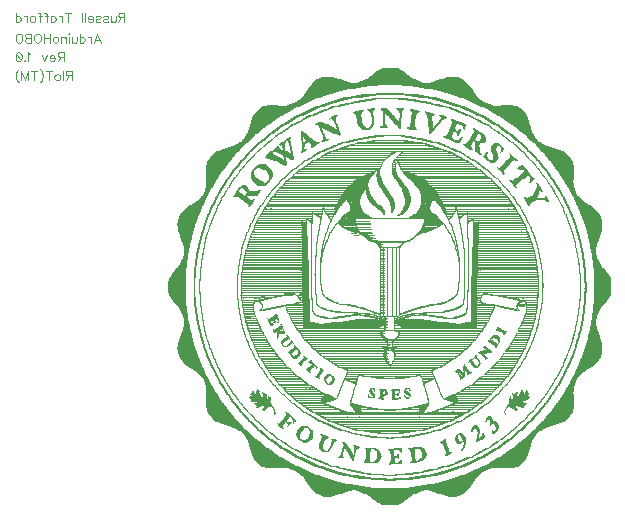
<source format=gbo>
G04 DipTrace 3.1.0.0*
G04 ArduinoUnoHOBO.gbo*
%MOIN*%
G04 #@! TF.FileFunction,Legend,Bot*
G04 #@! TF.Part,Single*
%ADD12C,0.003*%
%ADD68C,0.004632*%
%FSLAX26Y26*%
G04*
G70*
G90*
G75*
G01*
G04 BotSilk*
%LPD*%
X1786071Y2203690D2*
D12*
X1834071D1*
X1779838Y2200690D2*
X1839481D1*
X1774371Y2197690D2*
X1844248D1*
X1769722Y2194690D2*
X1848358D1*
X1765798Y2191690D2*
X1852227D1*
X1762257Y2188690D2*
X1856168D1*
X1758676Y2185690D2*
X1860127D1*
X1754778Y2182690D2*
X1864076D1*
X1750587Y2179690D2*
X1868189D1*
X1746230Y2176690D2*
X1872483D1*
X1585071Y2173690D2*
X1618071D1*
X1741797D2*
X1876884D1*
X2002071D2*
X2035071D1*
X1577812Y2170690D2*
X1626945D1*
X1737404D2*
X1881346D1*
X1992826D2*
X2041866D1*
X1571452Y2167690D2*
X1635467D1*
X1733069D2*
X1885852D1*
X1984242D2*
X2047482D1*
X1566235Y2164690D2*
X1643482D1*
X1728399D2*
X1890571D1*
X1976093D2*
X2051923D1*
X1562029Y2161690D2*
X1651493D1*
X1722625D2*
X1895959D1*
X1967963D2*
X2055604D1*
X1558461Y2158690D2*
X1660398D1*
X1715507D2*
X1902490D1*
X1959543D2*
X2058893D1*
X1555220Y2155690D2*
X1670454D1*
X1707470D2*
X1910052D1*
X1950863D2*
X2062006D1*
X1552137Y2152690D2*
X2065048D1*
X1549207Y2149690D2*
X2068063D1*
X1546577Y2146690D2*
X1768071D1*
X1852071D2*
X2071057D1*
X1544303Y2143690D2*
X1721250D1*
X1895994D2*
X2073953D1*
X1542176Y2140690D2*
X1702764D1*
X1914771D2*
X2076571D1*
X1540081Y2137690D2*
X1685978D1*
X1932000D2*
X2078841D1*
X1538089Y2134690D2*
X1670885D1*
X1947514D2*
X2080966D1*
X1536091Y2131690D2*
X1657412D1*
X1961366D2*
X2083049D1*
X1534049Y2128690D2*
X1645118D1*
X1973907D2*
X2084959D1*
X1532066Y2125690D2*
X1633564D1*
X1985485D2*
X2086774D1*
X1529982Y2122690D2*
X1622627D1*
X1996481D2*
X2088756D1*
X1527666Y2119690D2*
X1611991D1*
X1765071D2*
X1855071D1*
X2007181D2*
X2091013D1*
X1525347Y2116690D2*
X1601465D1*
X1720071D2*
X1897071D1*
X2017644D2*
X2093300D1*
X1523201Y2113690D2*
X1591454D1*
X1703698D2*
X1748966D1*
X1872229D2*
X1914715D1*
X2027666D2*
X2095339D1*
X1521025Y2110690D2*
X1582213D1*
X1687965D2*
X1726204D1*
X1893969D2*
X1930924D1*
X2036862D2*
X2097227D1*
X1518570Y2107690D2*
X1573637D1*
X1673146D2*
X1706420D1*
X1913419D2*
X1945472D1*
X2045093D2*
X2099246D1*
X1515855Y2104690D2*
X1565763D1*
X1659658D2*
X1689074D1*
X1930432D2*
X1958478D1*
X2052651D2*
X2101637D1*
X1512974Y2101690D2*
X1558386D1*
X1647680D2*
X1673558D1*
X1762071D2*
X1858071D1*
X1945392D2*
X1970288D1*
X2060026D2*
X2104424D1*
X1509910Y2098690D2*
X1551177D1*
X1636777D2*
X1659707D1*
X1737751D2*
X1762071D1*
X1852461D2*
X1882446D1*
X1958795D2*
X1981290D1*
X2067412D2*
X2107675D1*
X1506408Y2095690D2*
X1544108D1*
X1626429D2*
X1647351D1*
X1716323D2*
X1737644D1*
X1879475D2*
X1906071D1*
X1970984D2*
X1991666D1*
X2074746D2*
X2111476D1*
X1501963Y2092690D2*
X1537214D1*
X1616544D2*
X1636053D1*
X1697927D2*
X1715900D1*
X1902069D2*
X1927071D1*
X1982064D2*
X2001545D1*
X2081840D2*
X2115968D1*
X1495981Y2089690D2*
X1530463D1*
X1606963D2*
X1625455D1*
X1681071D2*
X1697094D1*
X1921125D2*
X1939071D1*
X1992292D2*
X2011292D1*
X2088608D2*
X2121813D1*
X1488057Y2086690D2*
X1523892D1*
X1597368D2*
X1615258D1*
X1666071D2*
X1680479D1*
X1938095D2*
X1951071D1*
X2002205D2*
X2021068D1*
X2095325D2*
X2129952D1*
X1478439Y2083690D2*
X1517363D1*
X1588046D2*
X1605248D1*
X1652290D2*
X1665212D1*
X1953585D2*
X1972071D1*
X2012137D2*
X2030509D1*
X2102193D2*
X2140433D1*
X1405071Y2080690D2*
X1435071D1*
X1468071D2*
X1510817D1*
X1579477D2*
X1595702D1*
X1639071D2*
X1651299D1*
X1967317D2*
X1981071D1*
X2021890D2*
X2039221D1*
X2109022D2*
X2152071D1*
X2182071D2*
X2215071D1*
X1395751Y2077690D2*
X1504437D1*
X1571661D2*
X1586947D1*
X1627071D2*
X1639111D1*
X1979345D2*
X1990071D1*
X2031052D2*
X2047239D1*
X2115569D2*
X2223726D1*
X1387996Y2074690D2*
X1498243D1*
X1564334D2*
X1578900D1*
X1618622D2*
X1628416D1*
X1990253D2*
X1999071D1*
X2039507D2*
X2054640D1*
X2121843D2*
X2231053D1*
X1381831Y2071690D2*
X1492252D1*
X1557166D2*
X1571399D1*
X1610675D2*
X1618727D1*
X2000203D2*
X2011071D1*
X2047381D2*
X2061534D1*
X2127868D2*
X2237089D1*
X1376894Y2068690D2*
X1486595D1*
X1550204D2*
X1564227D1*
X1603071D2*
X1609775D1*
X1756071D2*
X1759071D1*
X1780071D2*
X1798071D1*
X1831071D2*
X1855071D1*
X2009221D2*
X2018572D1*
X2054799D2*
X2068299D1*
X2133528D2*
X2242207D1*
X1372871Y2065690D2*
X1481298D1*
X1543593D2*
X1557125D1*
X1594071D2*
X1601375D1*
X1735071D2*
X1756556D1*
X1780071D2*
X1801071D1*
X1834611D2*
X1852556D1*
X1876071D2*
X1882071D1*
X2017709D2*
X2026326D1*
X2061937D2*
X2075184D1*
X2138724D2*
X2246622D1*
X1369395Y2062690D2*
X1476061D1*
X1537180D2*
X1550177D1*
X1585546D2*
X1593201D1*
X1714071D2*
X1720071D1*
X1738611D2*
X1754026D1*
X1789071D2*
X1804071D1*
X1838034D2*
X1850026D1*
X1878728D2*
X1894633D1*
X2025961D2*
X2034159D1*
X2069037D2*
X2082019D1*
X2143592D2*
X2250416D1*
X1366206Y2059690D2*
X1470582D1*
X1530661D2*
X1543482D1*
X1577405D2*
X1585089D1*
X1700102D2*
X1717556D1*
X1742034D2*
X1752112D1*
X1789071D2*
X1807071D1*
X1840911D2*
X1848112D1*
X1881820D2*
X1906071D1*
X1927071D2*
D3*
X2034016D2*
X2042079D1*
X2076061D2*
X2088568D1*
X2148447D2*
X2253788D1*
X1363233Y2056690D2*
X1464872D1*
X1523886D2*
X1536796D1*
X1569653D2*
X1577092D1*
X1687071D2*
X1715026D1*
X1744911D2*
X1751011D1*
X1789071D2*
X1810059D1*
X1842022D2*
X1846999D1*
X1885071D2*
X1901812D1*
X1928560D2*
X1936071D1*
X2042026D2*
X2049978D1*
X2082926D2*
X2094855D1*
X2153677D2*
X2256837D1*
X1360598Y2053690D2*
X1459104D1*
X1517107D2*
X1529942D1*
X1562249D2*
X1569104D1*
X1691892D2*
X1713112D1*
X1746034D2*
X1750573D1*
X1789071D2*
X1812954D1*
X1842624D2*
X1846456D1*
X1883686D2*
X1898452D1*
X1930208D2*
X1947040D1*
X2049971D2*
X2057452D1*
X2089565D2*
X2100985D1*
X2159351D2*
X2259416D1*
X1358411Y2050690D2*
X1453551D1*
X1510682D2*
X1523117D1*
X1555071D2*
X1561178D1*
X1695948D2*
X1712011D1*
X1746742D2*
X1750719D1*
X1789071D2*
X1792071D1*
X1798071D2*
X1815571D1*
X1842896D2*
X1846220D1*
X1882824D2*
X1895855D1*
X1931659D2*
X1957071D1*
X2057563D2*
X2064330D1*
X2095751D2*
X2107039D1*
X2164954D2*
X2261328D1*
X1356571Y2047690D2*
X1448407D1*
X1504783D2*
X1516572D1*
X1546071D2*
X1553695D1*
X1697547D2*
X1711573D1*
X1747396D2*
X1751343D1*
X1789071D2*
X1792071D1*
X1801059D2*
X1817853D1*
X1843006D2*
X1846125D1*
X1882388D2*
X1894934D1*
X1932861D2*
X1952916D1*
X1975071D2*
D3*
X2064824D2*
X2070785D1*
X2101561D2*
X2113048D1*
X2170073D2*
X2262744D1*
X1354929Y2044690D2*
X1443671D1*
X1499385D2*
X1510298D1*
X1540083D2*
X1546817D1*
X1627071D2*
X1633071D1*
X1698419D2*
X1711719D1*
X1748224D2*
X1752077D1*
X1789071D2*
X1792071D1*
X1803954D2*
X1820084D1*
X1843036D2*
X1846090D1*
X1882183D2*
X1894425D1*
X1933991D2*
X1949840D1*
X1976675D2*
X1984071D1*
X2071977D2*
X2077071D1*
X2107337D2*
X2118950D1*
X2174655D2*
X2264060D1*
X1353464Y2041690D2*
X1439309D1*
X1494207D2*
X1504274D1*
X1534197D2*
X1540382D1*
X1620757D2*
X1630568D1*
X1698826D2*
X1712343D1*
X1749035D2*
X1752588D1*
X1789071D2*
X1792071D1*
X1806571D2*
X1822560D1*
X1842946D2*
X1846066D1*
X1882000D2*
X1894097D1*
X1934942D2*
X1948901D1*
X1978748D2*
X1990446D1*
X2078925D2*
X2083071D1*
X2113194D2*
X2124558D1*
X2178888D2*
X2265424D1*
X1352226Y2038690D2*
X1435181D1*
X1489092D2*
X1498614D1*
X1528660D2*
X1534192D1*
X1615557D2*
X1628144D1*
X1699093D2*
X1713077D1*
X1749574D2*
X1752862D1*
X1789071D2*
X1792071D1*
X1808853D2*
X1825282D1*
X1842567D2*
X1845956D1*
X1881588D2*
X1893624D1*
X1935538D2*
X1948413D1*
X1981071D2*
X1996071D1*
X2085420D2*
X2089071D1*
X2119110D2*
X2129735D1*
X2183119D2*
X2266762D1*
X1351162Y2035690D2*
X1430995D1*
X1484081D2*
X1493417D1*
X1523686D2*
X1528127D1*
X1611895D2*
X1626186D1*
X1699537D2*
X1713588D1*
X1749857D2*
X1752987D1*
X1789071D2*
X1792071D1*
X1811084D2*
X1828155D1*
X1841825D2*
X1845572D1*
X1880858D2*
X1892871D1*
X1935844D2*
X1948213D1*
X1979199D2*
X1990301D1*
X2091344D2*
X2095071D1*
X2124962D2*
X2134584D1*
X2187458D2*
X2267947D1*
X1350090Y2032690D2*
X1426674D1*
X1478975D2*
X1488561D1*
X1519071D2*
X1522192D1*
X1609071D2*
D3*
X1617957D2*
X1625978D1*
X1700277D2*
X1713873D1*
X1749986D2*
X1753040D1*
X1789071D2*
X1792071D1*
X1813560D2*
X1831101D1*
X1840932D2*
X1844853D1*
X1880086D2*
X1892090D1*
X1935993D2*
X1948235D1*
X1977383D2*
X1985590D1*
X2014071D2*
X2017071D1*
X2096775D2*
X2101071D1*
X2130473D2*
X2139342D1*
X2191888D2*
X2268991D1*
X1349064Y2029690D2*
X1422251D1*
X1473562D2*
X1483801D1*
X1513071D2*
X1516459D1*
X1620560D2*
X1626853D1*
X1701054D2*
X1714105D1*
X1750039D2*
X1753060D1*
X1789071D2*
X1792071D1*
X1816282D2*
X1834071D1*
X1840071D2*
X1844084D1*
X1879561D2*
X1891563D1*
X1936155D2*
X1948587D1*
X1975394D2*
X1981823D1*
X2015096D2*
X2025497D1*
X2102156D2*
X2107071D1*
X2135461D2*
X2144295D1*
X2196449D2*
X2270044D1*
X1348097Y2026690D2*
X1417692D1*
X1467966D2*
X1478859D1*
X1507071D2*
X1510791D1*
X1622724D2*
X1627937D1*
X1701580D2*
X1714539D1*
X1750060D2*
X1753067D1*
X1789059D2*
X1792071D1*
X1819155D2*
X1843560D1*
X1879282D2*
X1891283D1*
X1936559D2*
X1949294D1*
X1973121D2*
X1978819D1*
X2015978D2*
X2034219D1*
X2107931D2*
X2113071D1*
X2140249D2*
X2149633D1*
X2201210D2*
X2270974D1*
X1347065Y2023690D2*
X1412932D1*
X1462494D2*
X1473614D1*
X1500227D2*
X1504852D1*
X1573071D2*
X1582071D1*
X1624467D2*
X1629013D1*
X1701871D2*
X1715289D1*
X1750055D2*
X1753070D1*
X1788954D2*
X1792083D1*
X1822102D2*
X1843282D1*
X1879143D2*
X1891155D1*
X1937285D2*
X1950060D1*
X1970726D2*
X1976381D1*
X2016441D2*
X2042814D1*
X2113997D2*
X2119071D1*
X2145292D2*
X2155197D1*
X2206032D2*
X2271663D1*
X1346055Y2020690D2*
X1408110D1*
X1457373D2*
X1468328D1*
X1494352D2*
X1498723D1*
X1566883D2*
X1588071D1*
X1625831D2*
X1630026D1*
X1702104D2*
X1716171D1*
X1749941D2*
X1753059D1*
X1788571D2*
X1792211D1*
X1825082D2*
X1843155D1*
X1878985D2*
X1891102D1*
X1938057D2*
X1950582D1*
X1968304D2*
X1974091D1*
X2016352D2*
X2032546D1*
X2036892D2*
X2050376D1*
X2119911D2*
X2125071D1*
X2150529D2*
X2160655D1*
X2210484D2*
X2272346D1*
X1345094Y2017690D2*
X1403669D1*
X1452569D2*
X1463205D1*
X1489071D2*
X1492966D1*
X1561071D2*
X1594071D1*
X1626960D2*
X1631169D1*
X1702551D2*
X1717103D1*
X1749442D2*
X1752954D1*
X1787852D2*
X1792528D1*
X1828063D2*
X1843102D1*
X1878583D2*
X1891082D1*
X1938581D2*
X1950860D1*
X1965709D2*
X1971592D1*
X2015755D2*
X2030407D1*
X2043389D2*
X2056589D1*
X2125508D2*
X2130482D1*
X2155772D2*
X2165759D1*
X2214452D2*
X2273212D1*
X1344076Y2014690D2*
X1399796D1*
X1448030D2*
X1458140D1*
X1483071D2*
X1487916D1*
X1566715D2*
X1600071D1*
X1628146D2*
X1632464D1*
X1703407D2*
X1718330D1*
X1748224D2*
X1752560D1*
X1787076D2*
X1794224D1*
X1830955D2*
X1843082D1*
X1877856D2*
X1891086D1*
X1938859D2*
X1950987D1*
X1963034D2*
X1968875D1*
X2014934D2*
X2028672D1*
X2048281D2*
X2062071D1*
X2130849D2*
X2135247D1*
X2160953D2*
X2170468D1*
X2218262D2*
X2274142D1*
X1343160Y2011690D2*
X1396262D1*
X1443856D2*
X1453092D1*
X1479018D2*
X1483340D1*
X1570948D2*
X1606071D1*
X1629459D2*
X1633776D1*
X1704694D2*
X1720161D1*
X1746240D2*
X1751712D1*
X1786507D2*
X1796540D1*
X1833570D2*
X1843075D1*
X1877077D2*
X1891201D1*
X1938987D2*
X1951039D1*
X1960595D2*
X1966105D1*
X2014038D2*
X2027310D1*
X2051756D2*
X2060674D1*
X2135867D2*
X2139320D1*
X2165894D2*
X2174730D1*
X2222169D2*
X2275069D1*
X1342476Y2008690D2*
X1392691D1*
X1440050D2*
X1448308D1*
X1474998D2*
X1478706D1*
X1574113D2*
X1612071D1*
X1630792D2*
X1634952D1*
X1706552D2*
X1722835D1*
X1743753D2*
X1750330D1*
X1777071D2*
X1798907D1*
X1835826D2*
X1843072D1*
X1876507D2*
X1891699D1*
X1939051D2*
X1951060D1*
X1958663D2*
X1963539D1*
X2012943D2*
X2026217D1*
X2054346D2*
X2059698D1*
X2140626D2*
X2143071D1*
X2170523D2*
X2178567D1*
X2226026D2*
X2276073D1*
X1341794Y2005690D2*
X1388897D1*
X1436302D2*
X1443983D1*
X1471071D2*
X1473889D1*
X1575590D2*
X1578493D1*
X1585071D2*
X1618071D1*
X1632003D2*
X1635992D1*
X1709280D2*
X1726071D1*
X1741071D2*
X1748133D1*
X1777071D2*
X1801071D1*
X1837933D2*
X1843071D1*
X1867071D2*
X1892906D1*
X1939177D2*
X1951071D1*
X1957071D2*
X1961278D1*
X2011655D2*
X2025364D1*
X2055240D2*
X2058798D1*
X2145246D2*
X2149071D1*
X2174751D2*
X2182323D1*
X2229683D2*
X2276984D1*
X1340929Y2002690D2*
X1385088D1*
X1432226D2*
X1440103D1*
X1465071D2*
X1469113D1*
X1576890D2*
X1580353D1*
X1591083D2*
X1624071D1*
X1633071D2*
X1637056D1*
X1712925D2*
X1744895D1*
X1840071D2*
X1843071D1*
X1867071D2*
X1894824D1*
X1939567D2*
X1959054D1*
X2010256D2*
X2024864D1*
X2055745D2*
X2057572D1*
X2086071D2*
X2089071D1*
X2149803D2*
X2152071D1*
X2178587D2*
X2186305D1*
X2233365D2*
X2277667D1*
X1339999Y1999690D2*
X1381449D1*
X1427729D2*
X1436322D1*
X1462071D2*
X1464443D1*
X1578016D2*
X1581752D1*
X1597188D2*
X1638079D1*
X1717071D2*
X1741071D1*
X1882071D2*
X1897071D1*
X1940288D2*
X1956580D1*
X2008807D2*
X2026649D1*
X2041071D2*
X2044071D1*
X2056071D2*
D3*
X2087675D2*
X2093674D1*
X2154417D2*
X2158071D1*
X2182431D2*
X2190532D1*
X2237320D2*
X2278359D1*
X1339061Y1996690D2*
X1377773D1*
X1423017D2*
X1432233D1*
X1456071D2*
X1459769D1*
X1579034D2*
X1583063D1*
X1603570D2*
X1639057D1*
X1941058D2*
X1953859D1*
X2007419D2*
X2029071D1*
X2038071D2*
X2043596D1*
X2089748D2*
X2098707D1*
X2159210D2*
X2161071D1*
X2186688D2*
X2194903D1*
X2241526D2*
X2279318D1*
X1337951Y1993690D2*
X1373820D1*
X1418521D2*
X1427731D1*
X1450660D2*
X1454961D1*
X1513071D2*
X1519071D1*
X1580174D2*
X1584425D1*
X1610289D2*
X1640182D1*
X1941583D2*
X1950987D1*
X2006211D2*
X2042746D1*
X2092071D2*
X2103877D1*
X2164145D2*
X2170071D1*
X2191251D2*
X2199342D1*
X2245788D2*
X2280536D1*
X1336658Y1990690D2*
X1369628D1*
X1414297D2*
X1423018D1*
X1445906D2*
X1450109D1*
X1513071D2*
X1521509D1*
X1581467D2*
X1585763D1*
X1617058D2*
X1641457D1*
X1941877D2*
X1948041D1*
X2005145D2*
X2017059D1*
X2031481D2*
X2041587D1*
X2090211D2*
X2108848D1*
X2168971D2*
X2173071D1*
X2195673D2*
X2203725D1*
X2249843D2*
X2281905D1*
X1335257Y1987690D2*
X1365471D1*
X1410157D2*
X1418522D1*
X1441898D2*
X1445556D1*
X1513071D2*
X1524360D1*
X1582777D2*
X1586947D1*
X1623581D2*
X1642641D1*
X1942071D2*
X1945071D1*
X2003973D2*
X2016954D1*
X2033236D2*
X2040343D1*
X2088488D2*
X2113489D1*
X2173552D2*
X2176071D1*
X2199865D2*
X2207920D1*
X2253496D2*
X2283354D1*
X1333795Y1984690D2*
X1361798D1*
X1406202D2*
X1414297D1*
X1438388D2*
X1441309D1*
X1513071D2*
X1527568D1*
X1583952D2*
X1588003D1*
X1629860D2*
X1643582D1*
X2002582D2*
X2016571D1*
X2034244D2*
X2039287D1*
X2086788D2*
X2101649D1*
X2108892D2*
X2117613D1*
X2177762D2*
X2179071D1*
X2204004D2*
X2211880D1*
X2256828D2*
X2284831D1*
X1332302Y1981690D2*
X1358852D1*
X1402604D2*
X1410157D1*
X1435071D2*
X1437150D1*
X1513071D2*
X1530811D1*
X1584993D2*
X1589161D1*
X1635993D2*
X1643019D1*
X2000926D2*
X2015853D1*
X2034754D2*
X2038585D1*
X2084956D2*
X2099789D1*
X2112948D2*
X2120943D1*
X2181578D2*
X2185071D1*
X2208047D2*
X2215660D1*
X2259975D2*
X2286326D1*
X1330711Y1978690D2*
X1356184D1*
X1399298D2*
X1406202D1*
X1429071D2*
X1433087D1*
X1513083D2*
X1534063D1*
X1586045D2*
X1590464D1*
X1642071D2*
D3*
X1768071D2*
X1849071D1*
X1990071D2*
D3*
X1999071D2*
X2015107D1*
X2035071D2*
X2038071D1*
X2083006D2*
X2098390D1*
X2114535D2*
X2123466D1*
X2185315D2*
X2188071D1*
X2211921D2*
X2219243D1*
X2263035D2*
X2287833D1*
X1328915Y1975690D2*
X1353177D1*
X1396149D2*
X1402604D1*
X1426071D2*
X1429105D1*
X1513188D2*
X1537518D1*
X1586951D2*
X1591794D1*
X1746506D2*
X1773555D1*
X1849071D2*
X1871852D1*
X1987071D2*
X2014562D1*
X2081162D2*
X2097069D1*
X2115562D2*
X2125355D1*
X2189201D2*
X2191071D1*
X2215575D2*
X2222788D1*
X2266058D2*
X2289440D1*
X1326866Y1972690D2*
X1349677D1*
X1392987D2*
X1399286D1*
X1423071D2*
X1425068D1*
X1474071D2*
X1477071D1*
X1513570D2*
X1516534D1*
X1522821D2*
X1541281D1*
X1587417D2*
X1593004D1*
X1727178D2*
X1749039D1*
X1871559D2*
X1894071D1*
X1994222D2*
X2015019D1*
X2047071D2*
X2050071D1*
X2079462D2*
X2095618D1*
X2115255D2*
X2126677D1*
X2193138D2*
X2197071D1*
X2218868D2*
X2226441D1*
X2269078D2*
X2291331D1*
X1324554Y1969690D2*
X1346012D1*
X1389583D2*
X1396043D1*
X1420071D2*
X1421056D1*
X1469931D2*
X1476160D1*
X1514289D2*
X1517278D1*
X1524915D2*
X1545168D1*
X1587503D2*
X1594071D1*
X1603071D2*
D3*
X1709995D2*
X1728250D1*
X1891500D2*
X1912071D1*
X2001605D2*
X2017269D1*
X2044071D2*
X2048467D1*
X2077764D2*
X2093938D1*
X2114456D2*
X2127424D1*
X2197080D2*
X2200071D1*
X2222072D2*
X2230204D1*
X2272187D2*
X2293657D1*
X1321849Y1966690D2*
X1342533D1*
X1385857D2*
X1392605D1*
X1414071D2*
X1417094D1*
X1465654D2*
X1475406D1*
X1515058D2*
X1518055D1*
X1527282D2*
X1549113D1*
X1586219D2*
X1603071D1*
X1694544D2*
X1710418D1*
X1908916D2*
X1925625D1*
X2009278D2*
X2020071D1*
X2041071D2*
X2046443D1*
X2075846D2*
X2092071D1*
X2112364D2*
X2127678D1*
X2201190D2*
X2203071D1*
X2225672D2*
X2234129D1*
X2275570D2*
X2296318D1*
X1318941Y1963690D2*
X1339272D1*
X1382073D2*
X1388865D1*
X1409686D2*
X1413076D1*
X1461366D2*
X1475740D1*
X1515581D2*
X1518583D1*
X1529331D2*
X1553455D1*
X1584304D2*
X1595852D1*
X1680816D2*
X1694702D1*
X1759071D2*
X1858071D1*
X1924610D2*
X1938612D1*
X2017093D2*
X2044344D1*
X2073610D2*
X2095071D1*
X2110071D2*
X2127598D1*
X2205472D2*
X2209071D1*
X2229681D2*
X2237994D1*
X2279289D2*
X2299168D1*
X1316043Y1960690D2*
X1336152D1*
X1378444D2*
X1385088D1*
X1405824D2*
X1409172D1*
X1457291D2*
X1462071D1*
X1471534D2*
X1476262D1*
X1515859D2*
X1518877D1*
X1531071D2*
X1558751D1*
X1582071D2*
X1588071D1*
X1668860D2*
X1680872D1*
X1740039D2*
X1759071D1*
X1858071D2*
X1878113D1*
X1938704D2*
X1951071D1*
X2024693D2*
X2042570D1*
X2071328D2*
X2085596D1*
X2091481D2*
X2126251D1*
X2209767D2*
X2212071D1*
X2233851D2*
X2241557D1*
X2283058D2*
X2302118D1*
X1312834Y1957690D2*
X1333101D1*
X1374783D2*
X1381562D1*
X1402388D2*
X1405593D1*
X1453521D2*
X1459660D1*
X1472278D2*
X1476676D1*
X1515987D2*
X1519071D1*
X1525071D2*
X1533619D1*
X1540059D2*
X1565451D1*
X1658408D2*
X1668868D1*
X1722911D2*
X1895984D1*
X1950866D2*
X1963071D1*
X2032071D2*
X2041071D1*
X2069221D2*
X2084735D1*
X2093236D2*
X2121453D1*
X2213835D2*
X2218071D1*
X2237866D2*
X2244851D1*
X2286581D2*
X2305212D1*
X1309017Y1954690D2*
X1330082D1*
X1370937D2*
X1378271D1*
X1399195D2*
X1402294D1*
X1449724D2*
X1457906D1*
X1473067D2*
X1477008D1*
X1516039D2*
X1529992D1*
X1542930D2*
X1573071D1*
X1649147D2*
X1658300D1*
X1707562D2*
X1720071D1*
X1900071D2*
X1911248D1*
X1961221D2*
X1970922D1*
X2067176D2*
X2083470D1*
X2094240D2*
X2113716D1*
X2217493D2*
X2219665D1*
X2241504D2*
X2247984D1*
X2289859D2*
X2308715D1*
X1304511Y1951690D2*
X1327075D1*
X1367127D2*
X1375038D1*
X1396117D2*
X1399147D1*
X1445545D2*
X1456901D1*
X1473698D2*
X1477497D1*
X1516071D2*
X1526715D1*
X1545325D2*
X1568919D1*
X1640860D2*
X1648678D1*
X1693071D2*
X1924301D1*
X1970297D2*
X1978555D1*
X2056071D2*
D3*
X2065071D2*
X2081844D1*
X2094728D2*
X2104071D1*
X2158071D2*
X2170071D1*
X2220827D2*
X2221071D1*
X2244831D2*
X2251038D1*
X2292987D2*
X2313048D1*
X1299231Y1948690D2*
X1324072D1*
X1363689D2*
X1371603D1*
X1393087D2*
X1395987D1*
X1441071D2*
X1456414D1*
X1474359D2*
X1478261D1*
X1516184D2*
X1524033D1*
X1547143D2*
X1564525D1*
X1633071D2*
X1639768D1*
X1681071D2*
X1690071D1*
X1927071D2*
X1935919D1*
X1978760D2*
X1985914D1*
X2053071D2*
X2080089D1*
X2094938D2*
X2107071D1*
X2154161D2*
X2174456D1*
X2223975D2*
X2227071D1*
X2247976D2*
X2254059D1*
X2296028D2*
X2318533D1*
X1293013Y1945690D2*
X1321071D1*
X1360774D2*
X1367876D1*
X1390076D2*
X1392583D1*
X1444071D2*
D3*
X1449481D2*
X1456203D1*
X1475205D2*
X1479048D1*
X1516569D2*
X1523022D1*
X1547100D2*
X1559746D1*
X1624071D2*
X1631485D1*
X1671148D2*
X1946691D1*
X1986975D2*
X1993071D1*
X2057572D2*
X2078505D1*
X2095022D2*
X2104071D1*
X2151161D2*
X2178306D1*
X2227035D2*
X2230083D1*
X2251036D2*
X2257067D1*
X2298942D2*
X2325297D1*
X1285379Y1942690D2*
X1318071D1*
X1358257D2*
X1364193D1*
X1387071D2*
X1388857D1*
X1435071D2*
X1438071D1*
X1451236D2*
X1456131D1*
X1476038D2*
X1479578D1*
X1517288D2*
X1522476D1*
X1546641D2*
X1554518D1*
X1616572D2*
X1623698D1*
X1661534D2*
X1672071D1*
X1945071D2*
X1957071D1*
X1994921D2*
X2002071D1*
X2062323D2*
X2078047D1*
X2095054D2*
X2105456D1*
X2149001D2*
X2164660D1*
X2179071D2*
X2181613D1*
X2230070D2*
X2233188D1*
X2254058D2*
X2260070D1*
X2301579D2*
X2333389D1*
X1275991Y1939690D2*
X1315071D1*
X1355590D2*
X1360944D1*
X1384071D2*
X1385085D1*
X1431619D2*
X1438844D1*
X1452244D2*
X1456205D1*
X1476687D2*
X1479870D1*
X1518046D2*
X1522229D1*
X1546071D2*
X1549071D1*
X1609326D2*
X1616318D1*
X1652314D2*
X1660071D1*
X1960071D2*
X1966071D1*
X2002648D2*
X2008071D1*
X2067142D2*
X2079116D1*
X2095065D2*
X2106317D1*
X2147563D2*
X2162906D1*
X2180085D2*
X2184201D1*
X2233184D2*
X2236570D1*
X2257067D2*
X2263070D1*
X2303957D2*
X2342950D1*
X1265418Y1936690D2*
X1312071D1*
X1352375D2*
X1358001D1*
X1378071D2*
X1381549D1*
X1427989D2*
X1441197D1*
X1452754D2*
X1456600D1*
X1477355D2*
X1480104D1*
X1518452D2*
X1522126D1*
X1602171D2*
X1609196D1*
X1643176D2*
X1975621D1*
X2010242D2*
X2017071D1*
X2072048D2*
X2080912D1*
X2095069D2*
X2106753D1*
X2146856D2*
X2161913D1*
X2180872D2*
X2186118D1*
X2236569D2*
X2240289D1*
X2260069D2*
X2266071D1*
X2306466D2*
X2353734D1*
X1255077Y1933690D2*
X1309071D1*
X1348876D2*
X1354924D1*
X1375071D2*
X1378165D1*
X1424668D2*
X1444071D1*
X1453071D2*
X1457549D1*
X1478203D2*
X1480539D1*
X1518510D2*
X1531071D1*
X1595208D2*
X1602114D1*
X1634192D2*
X1984653D1*
X2017677D2*
X2024444D1*
X2077071D2*
X2083071D1*
X2095082D2*
X2106947D1*
X2146846D2*
X2161531D1*
X2181300D2*
X2186233D1*
X2240288D2*
X2244058D1*
X2263070D2*
X2269071D1*
X2309279D2*
X2364341D1*
X1246069Y1930690D2*
X1306071D1*
X1345478D2*
X1351626D1*
X1372071D2*
X1374656D1*
X1422123D2*
X1458955D1*
X1479026D2*
X1481278D1*
X1517333D2*
X1528307D1*
X1588606D2*
X1595185D1*
X1625728D2*
X1633071D1*
X1987071D2*
X1992945D1*
X2024802D2*
X2031191D1*
X2095211D2*
X2107037D1*
X2147407D2*
X2161715D1*
X2180694D2*
X2185196D1*
X2244058D2*
X2247581D1*
X2266071D2*
X2272071D1*
X2312051D2*
X2373263D1*
X1238523Y1927690D2*
X1303071D1*
X1342251D2*
X1348360D1*
X1369071D2*
X1370884D1*
X1420071D2*
X1462164D1*
X1479572D2*
X1482066D1*
X1515815D2*
X1524805D1*
X1582310D2*
X1588598D1*
X1617825D2*
X2000496D1*
X2031481D2*
X2037165D1*
X2095528D2*
X2107184D1*
X2148214D2*
X2162455D1*
X2180004D2*
X2183611D1*
X2247581D2*
X2250859D1*
X2269071D2*
X2275071D1*
X2314678D2*
X2380263D1*
X1232237Y1924690D2*
X1300083D1*
X1339144D2*
X1345202D1*
X1366071D2*
X1367107D1*
X1411071D2*
X1417071D1*
X1429302D2*
X1466362D1*
X1479874D2*
X1482697D1*
X1514362D2*
X1520622D1*
X1576278D2*
X1582307D1*
X1610484D2*
X1618071D1*
X1828071D2*
X1855071D1*
X2002071D2*
X2007362D1*
X2037811D2*
X2042340D1*
X2097347D2*
X2107693D1*
X2149106D2*
X2163575D1*
X2179480D2*
X2181470D1*
X2250859D2*
X2253975D1*
X2272071D2*
X2278071D1*
X2317381D2*
X2385861D1*
X1227122Y1921690D2*
X1297188D1*
X1336110D2*
X1342137D1*
X1363071D2*
X1363682D1*
X1408071D2*
X1415952D1*
X1437250D2*
X1471071D1*
X1480071D2*
X1483359D1*
X1513071D2*
X1516071D1*
X1570604D2*
X1576277D1*
X1603726D2*
X1609071D1*
X1819071D2*
X1828071D1*
X1845968D2*
X1852071D1*
X2008071D2*
X2013779D1*
X2043857D2*
X2047071D1*
X2100129D2*
X2108904D1*
X2131071D2*
X2134071D1*
X2150199D2*
X2164817D1*
X2179071D2*
D3*
X2253975D2*
X2256922D1*
X2275071D2*
X2281071D1*
X2320209D2*
X2390487D1*
X1222979Y1918690D2*
X1294570D1*
X1333198D2*
X1339209D1*
X1360071D2*
X1360783D1*
X1405071D2*
X1415876D1*
X1444092D2*
X1484205D1*
X1565312D2*
X1570603D1*
X1597456D2*
X1821264D1*
X1842689D2*
X2019958D1*
X2049524D2*
X2053071D1*
X2103522D2*
X2110824D1*
X2128537D2*
X2133045D1*
X2151475D2*
X2165966D1*
X2209071D2*
D3*
X2256922D2*
X2259560D1*
X2278071D2*
X2284071D1*
X2323127D2*
X2394367D1*
X1219453Y1915690D2*
X1292289D1*
X1330574D2*
X1336578D1*
X1357071D2*
X1358373D1*
X1402071D2*
X1419606D1*
X1449441D2*
X1485038D1*
X1560188D2*
X1565301D1*
X1591676D2*
X1597071D1*
X1810071D2*
X1815542D1*
X1839354D2*
X1843071D1*
X2020071D2*
X2026030D1*
X2054723D2*
X2059071D1*
X2107071D2*
X2113071D1*
X2126306D2*
X2132164D1*
X2152768D2*
X2166997D1*
X2210085D2*
X2212071D1*
X2259560D2*
X2261849D1*
X2281071D2*
X2287071D1*
X2326081D2*
X2397782D1*
X1216329Y1912690D2*
X1290058D1*
X1328278D2*
X1334292D1*
X1354071D2*
X1356090D1*
X1399071D2*
X1424242D1*
X1453505D2*
X1485687D1*
X1555175D2*
X1560074D1*
X1586354D2*
X1810719D1*
X1836321D2*
X2032056D1*
X2059580D2*
X2062071D1*
X2124206D2*
X2131701D1*
X2153836D2*
X2168034D1*
X2210849D2*
X2215083D1*
X2261849D2*
X2264082D1*
X2284071D2*
X2290071D1*
X2328961D2*
X2400960D1*
X1213622Y1909690D2*
X1287581D1*
X1325953D2*
X1332047D1*
X1351071D2*
X1353593D1*
X1396071D2*
X1429677D1*
X1455302D2*
X1458481D1*
X1464948D2*
X1486357D1*
X1550493D2*
X1554688D1*
X1581222D2*
X1585071D1*
X1804071D2*
X1806320D1*
X1833645D2*
X1834071D1*
X2032071D2*
X2038066D1*
X2064341D2*
X2068071D1*
X2122071D2*
X2131813D1*
X2154482D2*
X2168846D1*
X2211206D2*
X2218188D1*
X2264094D2*
X2266560D1*
X2287071D2*
X2293071D1*
X2331574D2*
X2404019D1*
X1211319Y1906690D2*
X1284871D1*
X1323199D2*
X1329476D1*
X1348071D2*
X1350863D1*
X1393071D2*
X1435845D1*
X1456785D2*
X1460236D1*
X1470482D2*
X1487231D1*
X1546071D2*
X1549254D1*
X1576071D2*
X1802262D1*
X1831071D2*
X2044058D1*
X2069295D2*
X2072665D1*
X2124722D2*
X2132628D1*
X2154701D2*
X2169291D1*
X2209989D2*
X2221573D1*
X2266677D2*
X2269281D1*
X2290071D2*
X2296059D1*
X2333854D2*
X2406940D1*
X1209181Y1903690D2*
X1282104D1*
X1320141D2*
X1326477D1*
X1345071D2*
X1347988D1*
X1405074D2*
X1442750D1*
X1458016D2*
X1461240D1*
X1475456D2*
X1488179D1*
X1540071D2*
X1543823D1*
X1570071D2*
X1573071D1*
X1798071D2*
X1798625D1*
X1828071D2*
D3*
X2044071D2*
X2049953D1*
X2074633D2*
X2077071D1*
X2127362D2*
X2134278D1*
X2154386D2*
X2168564D1*
X2207053D2*
X2225316D1*
X2269782D2*
X2272149D1*
X2293071D2*
X2298954D1*
X2336084D2*
X2409555D1*
X1207095Y1900690D2*
X1279539D1*
X1317218D2*
X1323268D1*
X1342071D2*
X1345040D1*
X1415252D2*
X1450071D1*
X1459071D2*
X1461728D1*
X1480071D2*
X1489071D1*
X1534071D2*
X1538332D1*
X1564071D2*
X1795317D1*
X1825546D2*
X2055559D1*
X2080185D2*
X2086071D1*
X2130316D2*
X2136876D1*
X2153422D2*
X2167371D1*
X2203749D2*
X2229209D1*
X2273361D2*
X2275071D1*
X2296059D2*
X2301571D1*
X2338549D2*
X2411734D1*
X1205207Y1897690D2*
X1277278D1*
X1314528D2*
X1320282D1*
X1339083D2*
X1342060D1*
X1423668D2*
X1461950D1*
X1528071D2*
X1533035D1*
X1558071D2*
X1561071D1*
X1789071D2*
X1792280D1*
X1823407D2*
X1825071D1*
X1834071D2*
X1837071D1*
X2056071D2*
X2060726D1*
X2085538D2*
X2089071D1*
X2133675D2*
X2140071D1*
X2152071D2*
X2165559D1*
X2200541D2*
X2221071D1*
X2227071D2*
X2233071D1*
X2276972D2*
X2278071D1*
X2298954D2*
X2303853D1*
X2341165D2*
X2413572D1*
X1203591Y1894690D2*
X1275066D1*
X1311899D2*
X1317654D1*
X1336197D2*
X1339067D1*
X1430584D2*
X1462140D1*
X1525071D2*
X1528343D1*
X1553211D2*
X1789616D1*
X1821672D2*
X2065486D1*
X2090272D2*
X2095071D1*
X2137384D2*
X2162851D1*
X2197731D2*
X2218071D1*
X2280093D2*
X2281071D1*
X2301571D2*
X2306084D1*
X2343655D2*
X2415213D1*
X1202279Y1891690D2*
X1272697D1*
X1309439D2*
X1315288D1*
X1333660D2*
X1336070D1*
X1436458D2*
X1462542D1*
X1522071D2*
X1524260D1*
X1548500D2*
X1552071D1*
X1786071D2*
X1787418D1*
X1820310D2*
X1822071D1*
X1833596D2*
X1837071D1*
X2065071D2*
X2069892D1*
X2094367D2*
X2098534D1*
X2141571D2*
X2159213D1*
X2195355D2*
X2215071D1*
X2282645D2*
X2284071D1*
X2303853D2*
X2308549D1*
X2345884D2*
X2416667D1*
X1201182Y1888690D2*
X1270359D1*
X1307235D2*
X1313160D1*
X1331686D2*
X1333082D1*
X1441934D2*
X1463158D1*
X1516071D2*
X1520397D1*
X1543893D2*
X1785573D1*
X1819193D2*
X1826717D1*
X1835735D2*
X2074071D1*
X2098242D2*
X2102279D1*
X2146071D2*
X2155071D1*
X2193083D2*
X2212071D1*
X2285001D2*
X2287071D1*
X2306072D2*
X2311165D1*
X2348083D2*
X2417798D1*
X1200109Y1885690D2*
X1268205D1*
X1305037D2*
X1311005D1*
X1330071D2*
X1330188D1*
X1447504D2*
X1463738D1*
X1513071D2*
X1516375D1*
X1539350D2*
X1543071D1*
X1783071D2*
X1783918D1*
X1818113D2*
X1819071D1*
X1831071D2*
X1828939D1*
X1837470D2*
X1840071D1*
X2077071D2*
X2080071D1*
X2102275D2*
X2106063D1*
X2190591D2*
X2209071D1*
X2287529D2*
X2289948D1*
X2308443D2*
X2313655D1*
X2350447D2*
X2418492D1*
X1199184Y1882690D2*
X1266038D1*
X1302574D2*
X1308561D1*
X1327071D2*
X1327570D1*
X1375071D2*
X1390071D1*
X1453246D2*
X1463085D1*
X1510071D2*
X1512228D1*
X1534830D2*
X1782358D1*
X1817185D2*
X1829057D1*
X1838832D2*
X2083071D1*
X2106509D2*
X2109634D1*
X2187863D2*
X2206083D1*
X2290271D2*
X2292482D1*
X2310783D2*
X2315884D1*
X2352784D2*
X2418939D1*
X1198597Y1879690D2*
X1263687D1*
X1299869D2*
X1305852D1*
X1324071D2*
X1325289D1*
X1369660D2*
X1395841D1*
X1459071D2*
X1462071D1*
X1504071D2*
X1508122D1*
X1530326D2*
X1534071D1*
X1780071D2*
X1780833D1*
X1816598D2*
X1816071D1*
X1828071D2*
X1828750D1*
X1839960D2*
X1840071D1*
X2086071D2*
X2089071D1*
X2110794D2*
X2113071D1*
X2184988D2*
X2203176D1*
X2248071D2*
X2251071D1*
X2293151D2*
X2294456D1*
X2312937D2*
X2318095D1*
X2354937D2*
X2419473D1*
X1198295Y1876690D2*
X1261355D1*
X1297103D2*
X1302996D1*
X1321071D2*
X1323058D1*
X1364906D2*
X1400564D1*
X1501071D2*
X1504010D1*
X1525821D2*
X1779326D1*
X1816295D2*
X1828433D1*
X1841146D2*
X2092071D1*
X2114958D2*
X2119071D1*
X2182042D2*
X2200453D1*
X2242622D2*
X2254059D1*
X2296089D2*
X2296071D1*
X2315115D2*
X2320564D1*
X2357115D2*
X2420253D1*
X1198159Y1873690D2*
X1259203D1*
X1294539D2*
X1300156D1*
X1318622D2*
X1320593D1*
X1360913D2*
X1404424D1*
X1498071D2*
X1499590D1*
X1521322D2*
X1525071D1*
X1777071D2*
X1777833D1*
X1816159D2*
X1816071D1*
X1828071D2*
X1828236D1*
X1842468D2*
X1843071D1*
X2095071D2*
X2098071D1*
X2119006D2*
X2123097D1*
X2167071D2*
D3*
X2179071D2*
X2197789D1*
X2237675D2*
X2256954D1*
X2298965D2*
X2299071D1*
X2317572D2*
X2323272D1*
X2359560D2*
X2421045D1*
X1198104Y1870690D2*
X1257026D1*
X1292278D2*
X1297559D1*
X1316675D2*
X1317977D1*
X1357531D2*
X1364136D1*
X1380344D2*
X1407694D1*
X1492071D2*
X1494959D1*
X1516832D2*
X1776440D1*
X1816104D2*
X1828139D1*
X1843891D2*
X2101071D1*
X2123163D2*
X2126998D1*
X2169138D2*
X2194852D1*
X2233071D2*
X2259571D1*
X2301575D2*
X2305071D1*
X2320274D2*
X2326038D1*
X2362169D2*
X2421577D1*
X1198083Y1867690D2*
X1254582D1*
X1290066D2*
X1295285D1*
X1315071D2*
X1315486D1*
X1354715D2*
X1360242D1*
X1387491D2*
X1410362D1*
X1486071D2*
X1490608D1*
X1512439D2*
X1516071D1*
X1774071D2*
X1775331D1*
X1816083D2*
X1816071D1*
X1828071D2*
X1828097D1*
X1845450D2*
X1846071D1*
X2104071D2*
X2107071D1*
X2127450D2*
X2130612D1*
X2171915D2*
X2191735D1*
X2245163D2*
X2261841D1*
X2303842D2*
X2306124D1*
X2323039D2*
X2328603D1*
X2364657D2*
X2421858D1*
X1198075Y1864690D2*
X1251973D1*
X1287697D2*
X1293068D1*
X1312071D2*
X1313257D1*
X1352466D2*
X1357514D1*
X1392895D2*
X1412309D1*
X1483071D2*
X1486784D1*
X1508331D2*
X1774657D1*
X1816087D2*
X1828092D1*
X1847222D2*
X2110534D1*
X2131658D2*
X2134071D1*
X2174873D2*
X2189106D1*
X2253106D2*
X2263966D1*
X2305967D2*
X2307143D1*
X2325603D2*
X2330864D1*
X2366873D2*
X2421986D1*
X1198072Y1861690D2*
X1249485D1*
X1285359D2*
X1290698D1*
X1309071D2*
X1311059D1*
X1350703D2*
X1355469D1*
X1396664D2*
X1413726D1*
X1480071D2*
X1483371D1*
X1504657D2*
X1507071D1*
X1762071D2*
X1774318D1*
X1816189D2*
X1828191D1*
X1849161D2*
X1852071D1*
X2110071D2*
X2114278D1*
X2135452D2*
X2137071D1*
X2177487D2*
X2187143D1*
X2258591D2*
X2266061D1*
X2308061D2*
X2308071D1*
X2327864D2*
X2333076D1*
X2368978D2*
X2422039D1*
X1198071Y1858690D2*
X1247269D1*
X1283216D2*
X1288359D1*
X1307477D2*
X1308695D1*
X1349433D2*
X1354762D1*
X1399490D2*
X1414941D1*
X1477071D2*
X1480188D1*
X1501317D2*
X1762071D1*
X1768660D2*
X1774168D1*
X1816571D2*
X1828583D1*
X1851101D2*
X2118055D1*
X2138774D2*
X2140071D1*
X2179918D2*
X2187296D1*
X2257661D2*
X2268064D1*
X2310064D2*
X2311071D1*
X2330076D2*
X2335445D1*
X2371065D2*
X2422060D1*
X1198071Y1855690D2*
X1245164D1*
X1281144D2*
X1286205D1*
X1306071D2*
X1306358D1*
X1348695D2*
X1354478D1*
X1401868D2*
X1415924D1*
X1474071D2*
X1477114D1*
X1498161D2*
X1501071D1*
X1747071D2*
X1759071D1*
X1766906D2*
X1774118D1*
X1817301D2*
X1829406D1*
X1853181D2*
X1873071D1*
X2119071D2*
X2121580D1*
X2142057D2*
X2143071D1*
X2182490D2*
X2189038D1*
X2254893D2*
X2270168D1*
X2312156D2*
X2314071D1*
X2332445D2*
X2337771D1*
X2373054D2*
X2422067D1*
X1198071Y1852690D2*
X1243077D1*
X1279070D2*
X1284038D1*
X1303071D2*
X1304204D1*
X1348331D2*
X1354696D1*
X1403870D2*
X1416521D1*
X1471059D2*
X1474086D1*
X1495071D2*
X1756071D1*
X1765901D2*
X1774201D1*
X1818175D2*
X1830569D1*
X1855596D2*
X2124871D1*
X2145452D2*
X2146071D1*
X2185240D2*
X2191071D1*
X2251658D2*
X2272592D1*
X2314475D2*
X2315665D1*
X2334783D2*
X2339820D1*
X2375051D2*
X2422058D1*
X1198071Y1849690D2*
X1241088D1*
X1277074D2*
X1281687D1*
X1300071D2*
X1302026D1*
X1348172D2*
X1355460D1*
X1405517D2*
X1416725D1*
X1467954D2*
X1471064D1*
X1489071D2*
X1492071D1*
X1732071D2*
X1753071D1*
X1765426D2*
X1774575D1*
X1819093D2*
X1831928D1*
X1858295D2*
X1888071D1*
X2125071D2*
X2128104D1*
X2148769D2*
X2149071D1*
X2188071D2*
D3*
X2248280D2*
X2275294D1*
X2316794D2*
X2317071D1*
X2336925D2*
X2341616D1*
X2377093D2*
X2421953D1*
X1198071Y1846690D2*
X1239091D1*
X1274984D2*
X1279355D1*
X1298477D2*
X1299582D1*
X1348108D2*
X1356701D1*
X1406738D2*
X1416481D1*
X1464571D2*
X1467955D1*
X1486071D2*
X1489071D1*
X1726071D2*
X1750083D1*
X1765320D2*
X1775302D1*
X1820206D2*
X1833463D1*
X1861159D2*
X1894071D1*
X2128071D2*
X2131539D1*
X2152048D2*
X2155071D1*
X2244723D2*
X2266059D1*
X2271945D2*
X2278159D1*
X2318941D2*
X2320071D1*
X2338998D2*
X2343354D1*
X2379064D2*
X2421571D1*
X1198071Y1843690D2*
X1237061D1*
X1272667D2*
X1277215D1*
X1297071D2*
X1296973D1*
X1348096D2*
X1358433D1*
X1407457D2*
X1415808D1*
X1460853D2*
X1464572D1*
X1483071D2*
X1747188D1*
X1765619D2*
X1776176D1*
X1821602D2*
X1835226D1*
X1864104D2*
X2135278D1*
X2155513D2*
X2158071D1*
X2240916D2*
X2262954D1*
X2274443D2*
X2281104D1*
X2321116D2*
X2323071D1*
X2341072D2*
X2345287D1*
X2381054D2*
X2420853D1*
X1198071Y1840690D2*
X1235183D1*
X1270348D2*
X1275143D1*
X1291071D2*
X1294485D1*
X1348193D2*
X1360695D1*
X1407802D2*
X1414943D1*
X1457084D2*
X1460853D1*
X1480071D2*
X1744582D1*
X1766306D2*
X1777093D1*
X1823385D2*
X1837162D1*
X1867094D2*
X2139054D1*
X2159267D2*
X2161071D1*
X2237096D2*
X2259571D1*
X2276225D2*
X2284083D1*
X2323560D2*
X2325519D1*
X2343056D2*
X2347529D1*
X2383082D2*
X2420084D1*
X1198071Y1837690D2*
X1233470D1*
X1268213D2*
X1273069D1*
X1289570D2*
X1292269D1*
X1348584D2*
X1363343D1*
X1407842D2*
X1413928D1*
X1453560D2*
X1457084D1*
X1477071D2*
X1480071D1*
X1711071D2*
X1742418D1*
X1767064D2*
X1778195D1*
X1825565D2*
X1839102D1*
X1870192D2*
X1909071D1*
X2140071D2*
X2142580D1*
X2163050D2*
X2164071D1*
X2233443D2*
X2255853D1*
X2277226D2*
X2287075D1*
X2326169D2*
X2327467D1*
X2345052D2*
X2349815D1*
X2384959D2*
X2419560D1*
X1198071Y1834690D2*
X1231778D1*
X1266142D2*
X1271085D1*
X1287816D2*
X1290164D1*
X1349418D2*
X1366313D1*
X1407394D2*
X1412446D1*
X1450282D2*
X1453560D1*
X1474071D2*
X1740675D1*
X1767583D2*
X1779473D1*
X1827827D2*
X1841181D1*
X1873572D2*
X2145859D1*
X2166579D2*
X2167071D1*
X2229695D2*
X2252084D1*
X2277610D2*
X2290071D1*
X2328657D2*
X2329071D1*
X2347093D2*
X2351937D1*
X2386672D2*
X2419282D1*
X1198071Y1831690D2*
X1229952D1*
X1264081D2*
X1269090D1*
X1285983D2*
X1288077D1*
X1350687D2*
X1369862D1*
X1406453D2*
X1410426D1*
X1447167D2*
X1450282D1*
X1471071D2*
X1474071D1*
X1699071D2*
X1739311D1*
X1767872D2*
X1780780D1*
X1829941D2*
X1843585D1*
X1877289D2*
X1921071D1*
X2146071D2*
X2148987D1*
X2169847D2*
X2170071D1*
X2212071D2*
D3*
X2225535D2*
X2248549D1*
X2277436D2*
X2287071D1*
X2330873D2*
X2332071D1*
X2349064D2*
X2354002D1*
X2388364D2*
X2419155D1*
X1198071Y1828690D2*
X1228004D1*
X1262191D2*
X1267061D1*
X1284051D2*
X1286088D1*
X1352428D2*
X1374509D1*
X1403738D2*
X1408152D1*
X1444220D2*
X1447167D1*
X1465071D2*
X1468071D1*
X1693071D2*
X1738194D1*
X1768104D2*
X1781953D1*
X1832003D2*
X1846178D1*
X1881046D2*
X1927071D1*
X2149071D2*
X2152039D1*
X2172869D2*
X2173071D1*
X2209071D2*
X2215071D1*
X2221071D2*
X2245165D1*
X2276777D2*
X2284071D1*
X2332978D2*
X2335071D1*
X2351055D2*
X2356073D1*
X2390190D2*
X2419102D1*
X1198071Y1825690D2*
X1226162D1*
X1260472D2*
X1265183D1*
X1282047D2*
X1284091D1*
X1354705D2*
X1380444D1*
X1400160D2*
X1405773D1*
X1441582D2*
X1444220D1*
X1462083D2*
X1737113D1*
X1768539D2*
X1783005D1*
X1834074D2*
X1848660D1*
X1884464D2*
X2155060D1*
X2175540D2*
X2176071D1*
X2212059D2*
X2241655D1*
X2275916D2*
X2281071D1*
X2335065D2*
X2335071D1*
X2353094D2*
X2358057D1*
X2392137D2*
X2419082D1*
X1198071Y1822690D2*
X1224473D1*
X1258767D2*
X1263470D1*
X1280178D2*
X1282061D1*
X1357457D2*
X1387071D1*
X1396071D2*
X1403171D1*
X1439293D2*
X1441582D1*
X1459197D2*
X1462071D1*
X1687071D2*
X1736185D1*
X1769289D2*
X1784174D1*
X1836057D2*
X1850886D1*
X1887360D2*
X1933071D1*
X2155071D2*
X2158067D1*
X2177842D2*
X2179071D1*
X2214954D2*
X2237884D1*
X2275071D2*
X2278071D1*
X2337054D2*
X2338071D1*
X2355064D2*
X2360052D1*
X2393980D2*
X2419086D1*
X1198071Y1819690D2*
X1222881D1*
X1256847D2*
X1261766D1*
X1278468D2*
X1280183D1*
X1360761D2*
X1400228D1*
X1437059D2*
X1439281D1*
X1456660D2*
X1735598D1*
X1770183D2*
X1785579D1*
X1838052D2*
X1853095D1*
X1889769D2*
X2161070D1*
X2180080D2*
X2182071D1*
X2217571D2*
X2234087D1*
X2299071D2*
X2302071D1*
X2339051D2*
X2341071D1*
X2357055D2*
X2362093D1*
X2395680D2*
X2419189D1*
X1198059Y1816690D2*
X1221334D1*
X1254610D2*
X1259847D1*
X1276778D2*
X1278470D1*
X1364721D2*
X1396832D1*
X1434584D2*
X1436954D1*
X1454686D2*
X1456071D1*
X1681071D2*
X1735295D1*
X1771208D2*
X1787275D1*
X1840093D2*
X1855553D1*
X1892052D2*
X1939071D1*
X2161071D2*
X2164070D1*
X2182559D2*
X2185071D1*
X2219853D2*
X2230511D1*
X2300085D2*
X2303222D1*
X2341081D2*
X2341071D1*
X2359094D2*
X2364064D1*
X2397366D2*
X2419571D1*
X1197954Y1813690D2*
X1219723D1*
X1252338D2*
X1257610D1*
X1274952D2*
X1276778D1*
X1318071D2*
X1327071D1*
X1369071D2*
X1393071D1*
X1431878D2*
X1434199D1*
X1453071D2*
X1735171D1*
X1772694D2*
X1789181D1*
X1842064D2*
X1858166D1*
X1894549D2*
X2167071D1*
X2185282D2*
X2188059D1*
X2222084D2*
X2227071D1*
X2300872D2*
X2304605D1*
X2342958D2*
X2344071D1*
X2361064D2*
X2366055D1*
X2399190D2*
X2420289D1*
X1197571Y1810690D2*
X1217931D1*
X1250310D2*
X1255338D1*
X1273004D2*
X1274952D1*
X1313698D2*
X1330866D1*
X1429071D2*
X1431141D1*
X1447071D2*
X1450071D1*
X1672071D2*
X1735221D1*
X1774703D2*
X1791097D1*
X1844055D2*
X1860644D1*
X1897267D2*
X1948071D1*
X2167071D2*
X2170071D1*
X2188155D2*
X2190945D1*
X2224558D2*
X2228467D1*
X2301300D2*
X2306287D1*
X2344672D2*
X2347071D1*
X2363055D2*
X2368082D1*
X2401149D2*
X2421070D1*
X1196841Y1807690D2*
X1215985D1*
X1248522D2*
X1253310D1*
X1271171D2*
X1272993D1*
X1309942D2*
X1333920D1*
X1426071D2*
X1428218D1*
X1444185D2*
X1735582D1*
X1776884D2*
X1793066D1*
X1846082D2*
X1862767D1*
X1900037D2*
X2173059D1*
X2191091D2*
X2193481D1*
X2227264D2*
X2229394D1*
X2300580D2*
X2308186D1*
X2346364D2*
X2348124D1*
X2365082D2*
X2369959D1*
X2403085D2*
X2421698D1*
X1195966Y1804690D2*
X1214054D1*
X1246798D2*
X1251522D1*
X1269560D2*
X1271056D1*
X1306900D2*
X1335032D1*
X1423071D2*
X1425516D1*
X1441570D2*
X1444071D1*
X1669071D2*
X1736305D1*
X1778963D2*
X1795098D1*
X1847947D2*
X1864584D1*
X1902591D2*
X1951071D1*
X2173071D2*
X2175945D1*
X2193965D2*
X2195456D1*
X2230071D2*
D3*
X2299502D2*
X2310099D1*
X2348190D2*
X2349143D1*
X2366959D2*
X2371672D1*
X2405062D2*
X2422359D1*
X1195061Y1801690D2*
X1212079D1*
X1244960D2*
X1249798D1*
X1268217D2*
X1269079D1*
X1304530D2*
X1309537D1*
X1321420D2*
X1335632D1*
X1420194D2*
X1422781D1*
X1439289D2*
X1737177D1*
X1781011D2*
X1797066D1*
X1849543D2*
X1866229D1*
X1904747D2*
X2178481D1*
X2196575D2*
X2197071D1*
X2298197D2*
X2312058D1*
X2350137D2*
X2350071D1*
X2368672D2*
X2373364D1*
X2407085D2*
X2423216D1*
X1194064Y1798690D2*
X1210057D1*
X1243007D2*
X1247960D1*
X1267071D2*
X1267057D1*
X1302603D2*
X1307306D1*
X1324778D2*
X1335910D1*
X1375071D2*
D3*
X1417660D2*
X1419951D1*
X1437070D2*
X1438071D1*
X1663071D2*
X1726185D1*
X1732071D2*
X1738081D1*
X1783077D2*
X1799055D1*
X1850759D2*
X1867785D1*
X1906576D2*
X1957071D1*
X2179071D2*
X2180456D1*
X2198854D2*
X2200071D1*
X2296773D2*
X2314006D1*
X2351980D2*
X2353071D1*
X2370364D2*
X2375190D1*
X2408960D2*
X2424144D1*
X1193156Y1795690D2*
X1208182D1*
X1241163D2*
X1246007D1*
X1264071D2*
X1265182D1*
X1300827D2*
X1305206D1*
X1327818D2*
X1336071D1*
X1372071D2*
X1378071D1*
X1415686D2*
X1417134D1*
X1434698D2*
X1723570D1*
X1732071D2*
X1739089D1*
X1785058D2*
X1801094D1*
X1851577D2*
X1869298D1*
X1908215D2*
X2182071D1*
X2201084D2*
X2203071D1*
X2295306D2*
X2315662D1*
X2353680D2*
X2356071D1*
X2372190D2*
X2377137D1*
X2410661D2*
X2425070D1*
X1192463Y1792690D2*
X1206481D1*
X1239474D2*
X1244163D1*
X1261071D2*
X1263469D1*
X1298969D2*
X1303071D1*
X1330496D2*
X1375534D1*
X1414071D2*
X1414550D1*
X1432359D2*
X1435071D1*
X1657071D2*
X1721300D1*
X1732071D2*
X1740091D1*
X1787052D2*
X1803064D1*
X1852314D2*
X1870710D1*
X1909679D2*
X1963071D1*
X2185071D2*
D3*
X2203561D2*
X2205948D1*
X2293814D2*
X2304957D1*
X2314071D2*
X2317071D1*
X2355366D2*
X2357124D1*
X2374137D2*
X2378980D1*
X2412258D2*
X2426085D1*
X1191665Y1789690D2*
X1204884D1*
X1237881D2*
X1242462D1*
X1260018D2*
X1261778D1*
X1296999D2*
X1306660D1*
X1333071D2*
X1373279D1*
X1411071D2*
X1412281D1*
X1430205D2*
X1719175D1*
X1732071D2*
X1741061D1*
X1789093D2*
X1805055D1*
X1853201D2*
X1871927D1*
X1910915D2*
X2188071D1*
X2206282D2*
X2208482D1*
X2292308D2*
X2304560D1*
X2357190D2*
X2358143D1*
X2375980D2*
X2380668D1*
X2413796D2*
X2427102D1*
X1190324Y1786690D2*
X1203346D1*
X1236345D2*
X1240776D1*
X1258998D2*
X1259952D1*
X1295058D2*
X1310895D1*
X1331124D2*
X1371063D1*
X1408071D2*
X1410055D1*
X1428027D2*
X1429071D1*
X1654071D2*
X1717093D1*
X1732083D2*
X1742183D1*
X1791076D2*
X1807094D1*
X1854138D2*
X1872984D1*
X1911980D2*
X1966071D1*
X2188071D2*
X2191059D1*
X2209143D2*
X2210456D1*
X2290702D2*
X2303736D1*
X2359138D2*
X2359071D1*
X2377680D2*
X2382261D1*
X2415313D2*
X2428178D1*
X1188387Y1783690D2*
X1201828D1*
X1234828D2*
X1238963D1*
X1258071D2*
X1257993D1*
X1293089D2*
X1315821D1*
X1329143D2*
X1368634D1*
X1405185D2*
X1407592D1*
X1425570D2*
X1715206D1*
X1732188D2*
X1743481D1*
X1793160D2*
X1809064D1*
X1855068D2*
X1874042D1*
X1913040D2*
X2193954D1*
X2211985D2*
X2212071D1*
X2288799D2*
X2302572D1*
X2360980D2*
X2362071D1*
X2379366D2*
X2383796D1*
X2416817D2*
X2429695D1*
X1186238Y1780690D2*
X1200325D1*
X1233325D2*
X1237110D1*
X1255071D2*
X1256056D1*
X1291138D2*
X1321071D1*
X1327071D2*
X1366071D1*
X1402581D2*
X1404976D1*
X1422856D2*
X1426071D1*
X1648071D2*
X1713591D1*
X1732570D2*
X1744895D1*
X1795476D2*
X1811055D1*
X1856073D2*
X1874961D1*
X1913961D2*
X1972071D1*
X2194071D2*
X2196571D1*
X2214571D2*
X2215071D1*
X2286355D2*
X2301216D1*
X2362680D2*
X2365071D1*
X2381179D2*
X2385314D1*
X2418321D2*
X2431816D1*
X1184160Y1777690D2*
X1198821D1*
X1231821D2*
X1235556D1*
X1252071D2*
X1254079D1*
X1289481D2*
X1330775D1*
X1400415D2*
X1402486D1*
X1419997D2*
X1712279D1*
X1733301D2*
X1746452D1*
X1797783D2*
X1813082D1*
X1856984D2*
X1875545D1*
X1914545D2*
X2198853D1*
X2216740D2*
X2218071D1*
X2283196D2*
X2299697D1*
X2326071D2*
X2329071D1*
X2364366D2*
X2366124D1*
X2383032D2*
X2386817D1*
X2419819D2*
X2434382D1*
X1182011Y1774690D2*
X1197322D1*
X1230322D2*
X1234297D1*
X1252071D2*
X1252057D1*
X1288071D2*
X1291071D1*
X1302493D2*
X1331996D1*
X1398656D2*
X1400269D1*
X1417156D2*
X1420071D1*
X1645071D2*
X1711182D1*
X1734175D2*
X1748222D1*
X1799824D2*
X1814959D1*
X1857666D2*
X1875847D1*
X1914847D2*
X1975071D1*
X2200071D2*
X2201072D1*
X2218585D2*
X2221071D1*
X2279139D2*
X2297970D1*
X2326071D2*
X2330222D1*
X2366190D2*
X2367143D1*
X2384586D2*
X2388321D1*
X2421322D2*
X2437192D1*
X1179553Y1771690D2*
X1195831D1*
X1228820D2*
X1233044D1*
X1249071D2*
X1250182D1*
X1307353D2*
X1335041D1*
X1397250D2*
X1398164D1*
X1414559D2*
X1710109D1*
X1735093D2*
X1750161D1*
X1801617D2*
X1816661D1*
X1858348D2*
X1875982D1*
X1914982D2*
X2203443D1*
X2220331D2*
X2222572D1*
X2257071D2*
X2260071D1*
X2274283D2*
X2296071D1*
X2326071D2*
X2331605D1*
X2368138D2*
X2368071D1*
X2385844D2*
X2389819D1*
X2422820D2*
X2440115D1*
X1176737Y1768690D2*
X1194428D1*
X1227322D2*
X1231693D1*
X1249071D2*
X1248481D1*
X1311752D2*
X1338500D1*
X1357071D2*
D3*
X1396071D2*
X1396077D1*
X1412297D2*
X1414071D1*
X1645071D2*
X1709184D1*
X1736206D2*
X1752101D1*
X1803342D2*
X1818246D1*
X1859201D2*
X1876038D1*
X1915038D2*
X1975071D1*
X2203071D2*
X2205783D1*
X2222178D2*
X2224326D1*
X2258560D2*
X2263071D1*
X2269071D2*
X2333278D1*
X2369980D2*
X2371071D1*
X2387098D2*
X2391322D1*
X2424310D2*
X2443098D1*
X1173485Y1765690D2*
X1193214D1*
X1225820D2*
X1230269D1*
X1246071D2*
X1246884D1*
X1316063D2*
X1342071D1*
X1354071D2*
X1357071D1*
X1393071D2*
X1394088D1*
X1410174D2*
X1708597D1*
X1737602D2*
X1754181D1*
X1805170D2*
X1819690D1*
X1860025D2*
X1876059D1*
X1915059D2*
X2207937D1*
X2224145D2*
X2226159D1*
X2260208D2*
X2335093D1*
X2371668D2*
X2371071D1*
X2388449D2*
X2392820D1*
X2425714D2*
X2446193D1*
X1169797Y1762690D2*
X1192146D1*
X1224322D2*
X1228799D1*
X1246071D2*
X1245346D1*
X1320437D2*
X1355570D1*
X1390071D2*
X1392091D1*
X1408080D2*
X1411071D1*
X1639071D2*
X1660071D1*
X1666059D2*
X1708295D1*
X1739385D2*
X1756596D1*
X1807017D2*
X1820919D1*
X1860570D2*
X1876067D1*
X1915067D2*
X1981071D1*
X2209071D2*
X2210115D1*
X2226084D2*
X2228091D1*
X2261671D2*
X2290197D1*
X2329071D2*
X2336693D1*
X2373261D2*
X2374071D1*
X2389872D2*
X2394322D1*
X2426928D2*
X2449584D1*
X1165838Y1759690D2*
X1190983D1*
X1222820D2*
X1227315D1*
X1243071D2*
X1243828D1*
X1324868D2*
X1353816D1*
X1390071D2*
X1390049D1*
X1406089D2*
X1657071D1*
X1668942D2*
X1708159D1*
X1741576D2*
X1759295D1*
X1808479D2*
X1821981D1*
X1860844D2*
X1876058D1*
X1915058D2*
X1948649D1*
X1962968D2*
X2212560D1*
X2228062D2*
X2230107D1*
X2262978D2*
X2284698D1*
X2335071D2*
X2338071D1*
X2374796D2*
X2374071D1*
X2391342D2*
X2395820D1*
X2427996D2*
X2453407D1*
X1161557Y1756690D2*
X1189669D1*
X1221322D2*
X1225817D1*
X1243071D2*
X1242325D1*
X1329332D2*
X1351971D1*
X1387071D2*
X1388066D1*
X1404091D2*
X1405071D1*
X1636071D2*
X1654083D1*
X1671454D2*
X1678071D1*
X1684071D2*
X1708116D1*
X1743945D2*
X1762171D1*
X1809450D2*
X1823041D1*
X1860868D2*
X1875953D1*
X1914953D2*
X1946789D1*
X1965678D2*
X1984071D1*
X2212071D2*
X2215157D1*
X2230096D2*
X2232080D1*
X2264502D2*
X2279906D1*
X2376314D2*
X2377071D1*
X2392827D2*
X2397322D1*
X2429159D2*
X2457569D1*
X1156833Y1753690D2*
X1188261D1*
X1219820D2*
X1224321D1*
X1240071D2*
X1240821D1*
X1333739D2*
X1349946D1*
X1384071D2*
X1385982D1*
X1402049D2*
X1405071D1*
X1411071D2*
D3*
X1633071D2*
X1651188D1*
X1673342D2*
X1708200D1*
X1746464D2*
X1765221D1*
X1810262D2*
X1823961D1*
X1860539D2*
X1875571D1*
X1914571D2*
X1924071D1*
X1930071D2*
X1945402D1*
X1968235D2*
X1984071D1*
X2206071D2*
D3*
X2215071D2*
X2217540D1*
X2232077D2*
X2234162D1*
X2266286D2*
X2275824D1*
X2377817D2*
X2377071D1*
X2394325D2*
X2398820D1*
X2430472D2*
X2461917D1*
X1152063Y1750690D2*
X1186797D1*
X1218322D2*
X1222819D1*
X1237071D2*
X1239322D1*
X1337984D2*
X1347661D1*
X1382477D2*
X1383666D1*
X1400078D2*
X1648570D1*
X1674737D2*
X1708574D1*
X1749456D2*
X1768582D1*
X1811180D2*
X1824545D1*
X1859830D2*
X1874841D1*
X1913841D2*
X1944184D1*
X1970791D2*
X2219385D1*
X2234160D2*
X2236477D1*
X2268126D2*
X2272071D1*
X2379321D2*
X2380071D1*
X2395821D2*
X2400322D1*
X2431881D2*
X2466358D1*
X1147570Y1747690D2*
X1185314D1*
X1216820D2*
X1221322D1*
X1236034D2*
X1237831D1*
X1342071D2*
X1345434D1*
X1381071D2*
X1381347D1*
X1398087D2*
X1646289D1*
X1675945D2*
X1709302D1*
X1753060D2*
X1772293D1*
X1812131D2*
X1824835D1*
X1858963D2*
X1873955D1*
X1912966D2*
X1943099D1*
X1973212D2*
X2220865D1*
X2236476D2*
X2238783D1*
X2270042D2*
X2273665D1*
X2380819D2*
X2383071D1*
X2397322D2*
X2401820D1*
X2433345D2*
X2470832D1*
X1143170Y1744690D2*
X1183817D1*
X1215322D2*
X1219820D1*
X1235035D2*
X1236428D1*
X1340477D2*
X1343602D1*
X1378071D2*
X1379212D1*
X1396048D2*
X1399071D1*
X1630071D2*
X1644070D1*
X1676925D2*
X1710176D1*
X1757027D2*
X1776059D1*
X1813065D2*
X1824865D1*
X1858048D2*
X1872944D1*
X1912049D2*
X1942109D1*
X1975306D2*
X1990071D1*
X2221071D2*
X2222460D1*
X2238794D2*
X2240815D1*
X2272071D2*
X2275071D1*
X2382310D2*
X2384108D1*
X2398820D2*
X2403322D1*
X2434828D2*
X2475315D1*
X1138756Y1741690D2*
X1182321D1*
X1213831D2*
X1218322D1*
X1234084D2*
X1235214D1*
X1339071D2*
X1342071D1*
X1375071D2*
X1377142D1*
X1394078D2*
X1641698D1*
X1677533D2*
X1711093D1*
X1761049D2*
X1779570D1*
X1814060D2*
X1824527D1*
X1856947D2*
X1871553D1*
X1910935D2*
X1941093D1*
X1977203D2*
X2224274D1*
X2240929D2*
X2242519D1*
X2383714D2*
X2385107D1*
X2400322D2*
X2404820D1*
X2436313D2*
X2479716D1*
X1134407Y1738690D2*
X1180831D1*
X1212428D2*
X1216820D1*
X1233071D2*
X1234146D1*
X1375071D2*
X1375081D1*
X1392087D2*
X1393071D1*
X1588071D2*
D3*
X1630071D2*
X1639359D1*
X1677831D2*
X1712195D1*
X1765029D2*
X1782742D1*
X1814855D2*
X1823724D1*
X1855656D2*
X1869821D1*
X1909551D2*
X1940302D1*
X1979125D2*
X1990071D1*
X2029071D2*
X2032071D1*
X2224071D2*
X2226137D1*
X2242999D2*
X2243903D1*
X2384928D2*
X2386058D1*
X2401820D2*
X2406310D1*
X2437715D2*
X2483917D1*
X1130318Y1735690D2*
X1179427D1*
X1211214D2*
X1215322D1*
X1232162D2*
X1232983D1*
X1372071D2*
X1373191D1*
X1390060D2*
X1399071D1*
X1411071D2*
X1414071D1*
X1585071D2*
X1591071D1*
X1597071D2*
D3*
X1624071D2*
X1637216D1*
X1677840D2*
X1713485D1*
X1769057D2*
X1785476D1*
X1815292D2*
X1822568D1*
X1854245D2*
X1867976D1*
X1907863D2*
X1939897D1*
X1981125D2*
X1993071D1*
X2020071D2*
D3*
X2029071D2*
X2032071D1*
X2203071D2*
D3*
X2221071D2*
X2228082D1*
X2245061D2*
X2245071D1*
X2385996D2*
X2387070D1*
X2403310D2*
X2407714D1*
X2438928D2*
X2487867D1*
X1126652Y1732690D2*
X1178214D1*
X1210146D2*
X1213831D1*
X1231537D2*
X1231681D1*
X1369071D2*
X1371484D1*
X1388183D2*
X1635144D1*
X1677595D2*
X1714897D1*
X1772967D2*
X1787692D1*
X1814690D2*
X1821215D1*
X1852678D2*
X1865937D1*
X1905959D2*
X1941059D1*
X1983077D2*
X2230092D1*
X2246951D2*
X2248071D1*
X2387159D2*
X2387980D1*
X2404714D2*
X2408928D1*
X2439996D2*
X2491542D1*
X1123316Y1729690D2*
X1177146D1*
X1208983D2*
X1212428D1*
X1231071D2*
X1230367D1*
X1367919D2*
X1369885D1*
X1386469D2*
X1387071D1*
X1585071D2*
D3*
X1591546D2*
X1591071D1*
X1627071D2*
X1633081D1*
X1675777D2*
X1716476D1*
X1776547D2*
X1789444D1*
X1814003D2*
X1819696D1*
X1850802D2*
X1863537D1*
X1904021D2*
X1942984D1*
X1985059D2*
X1993071D1*
X2026071D2*
D3*
X2032534D2*
X2032071D1*
X2230071D2*
X2231962D1*
X2248658D2*
X2251071D1*
X2388461D2*
X2388604D1*
X2405928D2*
X2409996D1*
X2441159D2*
X2494743D1*
X1120179Y1726690D2*
X1175983D1*
X1207669D2*
X1211214D1*
X1228071D2*
X1229191D1*
X1366536D2*
X1368335D1*
X1384778D2*
X1585071D1*
X1592407D2*
X1631191D1*
X1672917D2*
X1718445D1*
X1779847D2*
X1790710D1*
X1813480D2*
X1817970D1*
X1848481D2*
X1860820D1*
X1901853D2*
X1945560D1*
X1987095D2*
X2026071D1*
X2033278D2*
X2233673D1*
X2250257D2*
X2252222D1*
X2389775D2*
X2389071D1*
X2406996D2*
X2411159D1*
X2442472D2*
X2497558D1*
X1117235Y1723690D2*
X1174669D1*
X1206261D2*
X1210146D1*
X1228071D2*
X1228138D1*
X1364855D2*
X1366723D1*
X1382952D2*
X1384071D1*
X1552071D2*
D3*
X1585071D2*
X1584607D1*
X1593672D2*
X1594071D1*
X1624071D2*
X1629472D1*
X1669243D2*
X1721054D1*
X1782983D2*
X1791447D1*
X1813071D2*
X1816071D1*
X1845823D2*
X1857735D1*
X1899150D2*
X1948713D1*
X1989065D2*
X1996071D1*
X2023071D2*
X2024919D1*
X2034067D2*
X2035071D1*
X2068071D2*
D3*
X2233071D2*
X2235364D1*
X2251807D2*
X2253605D1*
X2390951D2*
X2392071D1*
X2408159D2*
X2412472D1*
X2443881D2*
X2500325D1*
X1114700Y1720690D2*
X1173261D1*
X1204797D2*
X1208983D1*
X1225071D2*
X1226980D1*
X1362967D2*
X1364931D1*
X1381004D2*
X1583863D1*
X1595310D2*
X1627779D1*
X1665211D2*
X1724155D1*
X1786038D2*
X1791811D1*
X1842974D2*
X1853908D1*
X1896011D2*
X1952341D1*
X1991055D2*
X2023536D1*
X2034698D2*
X2237190D1*
X2253419D2*
X2255287D1*
X2392004D2*
X2392071D1*
X2409472D2*
X2413881D1*
X2445333D2*
X2503065D1*
X1112804Y1717690D2*
X1171808D1*
X1203314D2*
X1207669D1*
X1223931D2*
X1225668D1*
X1361160D2*
X1362997D1*
X1379171D2*
X1384071D1*
X1390071D2*
D3*
X1549071D2*
X1552071D1*
X1558185D2*
X1564071D1*
X1576071D2*
D3*
X1582071D2*
X1583075D1*
X1597182D2*
X1603071D1*
X1621071D2*
X1625952D1*
X1661247D2*
X1727448D1*
X1789060D2*
X1791976D1*
X1840035D2*
X1848978D1*
X1892702D2*
X1956076D1*
X1993082D2*
X1999071D1*
X2017071D2*
X2021855D1*
X2035359D2*
X2041071D1*
X2053071D2*
X2062649D1*
X2068071D2*
D3*
X2233071D2*
X2239137D1*
X2255211D2*
X2257174D1*
X2393162D2*
X2395071D1*
X2410881D2*
X2415333D1*
X2446723D2*
X2505505D1*
X1111395Y1714690D2*
X1170419D1*
X1201828D2*
X1206261D1*
X1222654D2*
X1224261D1*
X1359574D2*
X1361171D1*
X1377560D2*
X1552071D1*
X1561581D2*
X1582444D1*
X1598996D2*
X1623993D1*
X1657628D2*
X1730977D1*
X1792071D2*
D3*
X1837059D2*
X1843175D1*
X1889168D2*
X1959587D1*
X1994959D2*
X2019956D1*
X2036205D2*
X2057789D1*
X2068071D2*
X2240980D1*
X2257145D2*
X2258981D1*
X2394473D2*
X2396211D1*
X2412333D2*
X2416723D1*
X2447931D2*
X2507361D1*
X1110080Y1711690D2*
X1169211D1*
X1200427D2*
X1204808D1*
X1221354D2*
X1222808D1*
X1358273D2*
X1359578D1*
X1376217D2*
X1378071D1*
X1552071D2*
D3*
X1565394D2*
X1570071D1*
X1582071D2*
X1581783D1*
X1600697D2*
X1603071D1*
X1621071D2*
X1622056D1*
X1654320D2*
X1734977D1*
X1834071D2*
X1837071D1*
X1885166D2*
X1962862D1*
X1996672D2*
X1999071D1*
X2017071D2*
X2018031D1*
X2037027D2*
X2038071D1*
X2050071D2*
X2053413D1*
X2068071D2*
D3*
X2242071D2*
X2242668D1*
X2258971D2*
X2260567D1*
X2395881D2*
X2397488D1*
X2413723D2*
X2417931D1*
X2448985D2*
X2508744D1*
X1108717Y1708690D2*
X1168157D1*
X1199213D2*
X1203419D1*
X1220185D2*
X1221419D1*
X1357169D2*
X1358275D1*
X1375071D2*
X1552071D1*
X1569429D2*
X1580937D1*
X1602485D2*
X1620091D1*
X1651282D2*
X1739550D1*
X1880592D2*
X1965987D1*
X1998364D2*
X2015958D1*
X2037582D2*
X2049325D1*
X2068071D2*
X2244261D1*
X2260564D2*
X2261868D1*
X2397334D2*
X2398788D1*
X2414931D2*
X2418997D1*
X2450054D2*
X2509959D1*
X1107391Y1705690D2*
X1167088D1*
X1198158D2*
X1202211D1*
X1219136D2*
X1220211D1*
X1355991D2*
X1357169D1*
X1372071D2*
D3*
X1552071D2*
X1552059D1*
X1573171D2*
X1580115D1*
X1604679D2*
X1607521D1*
X1618071D2*
X1618162D1*
X1648605D2*
X1744681D1*
X1875461D2*
X1969040D1*
X2000178D2*
X2002071D1*
X2011071D2*
X2013544D1*
X2037973D2*
X2045845D1*
X2068071D2*
D3*
X2245071D2*
X2245808D1*
X2261867D2*
X2262973D1*
X2398723D2*
X2399956D1*
X2415997D2*
X2420159D1*
X2451079D2*
X2511043D1*
X1106300Y1702690D2*
X1166063D1*
X1197088D2*
X1201157D1*
X1217979D2*
X1219145D1*
X1354672D2*
X1355991D1*
X1372071D2*
X1551954D1*
X1576419D2*
X1579560D1*
X1607227D2*
X1611519D1*
X1646301D2*
X1660071D1*
X1666071D2*
X1972048D1*
X2002032D2*
X2010847D1*
X2038485D2*
X2043059D1*
X2068071D2*
X2247419D1*
X2262973D2*
X2264151D1*
X2399931D2*
X2400994D1*
X2417159D2*
X2421461D1*
X2452057D2*
X2512033D1*
X1105533Y1699690D2*
X1165097D1*
X1196063D2*
X1200088D1*
X1216680D2*
X1217983D1*
X1353262D2*
X1354672D1*
X1369071D2*
D3*
X1531071D2*
X1537071D1*
X1549071D2*
X1551571D1*
X1577774D2*
X1579169D1*
X1609693D2*
X1613264D1*
X1644062D2*
X1693071D1*
X1924059D2*
X1974962D1*
X2003586D2*
X2007988D1*
X2039257D2*
X2042034D1*
X2068071D2*
D3*
X2081892D2*
X2089071D1*
X2248071D2*
X2249211D1*
X2264150D2*
X2265470D1*
X2400985D2*
X2402057D1*
X2418461D2*
X2422775D1*
X2453182D2*
X2513061D1*
X1104816Y1696690D2*
X1164065D1*
X1195097D2*
X1199063D1*
X1215377D2*
X1216669D1*
X1351806D2*
X1353250D1*
X1367211D2*
X1531071D1*
X1537071D2*
X1550853D1*
X1578556D2*
X1578657D1*
X1610742D2*
X1613330D1*
X1641583D2*
X1693071D1*
X1923954D2*
X1977676D1*
X2004844D2*
X2005071D1*
X2040047D2*
X2041492D1*
X2068071D2*
X2080071D1*
X2085948D2*
X2251145D1*
X2265470D2*
X2266880D1*
X2402054D2*
X2403080D1*
X2419775D2*
X2423951D1*
X2454469D2*
X2513968D1*
X1103949Y1693690D2*
X1163055D1*
X1194077D2*
X1198085D1*
X1214299D2*
X1215261D1*
X1350401D2*
X1351691D1*
X1365500D2*
X1366071D1*
X1513071D2*
X1516071D1*
X1531071D2*
D3*
X1541892D2*
X1550084D1*
X1579071D2*
X1577885D1*
X1610407D2*
X1612258D1*
X1638860D2*
X1741071D1*
X1923571D2*
X1980228D1*
X2006098D2*
X2006931D1*
X2040589D2*
X2041348D1*
X2068071D2*
X2075250D1*
X2087769D2*
X2089071D1*
X2104071D2*
D3*
X2251071D2*
X2252983D1*
X2266891D2*
X2268336D1*
X2403079D2*
X2404057D1*
X2420951D2*
X2424992D1*
X2455778D2*
X2514548D1*
X1103119Y1690690D2*
X1162082D1*
X1193160D2*
X1196960D1*
X1213589D2*
X1213808D1*
X1349157D2*
X1349931D1*
X1363893D2*
X1531071D1*
X1545948D2*
X1549560D1*
X1576071D2*
X1577095D1*
X1609767D2*
X1610754D1*
X1635999D2*
X1693071D1*
X1922841D2*
X1982731D1*
X2007449D2*
X2008642D1*
X2040975D2*
X2041629D1*
X2068071D2*
X2071194D1*
X2088245D2*
X2254669D1*
X2268450D2*
X2269741D1*
X2404057D2*
X2405182D1*
X2421992D2*
X2426045D1*
X2456952D2*
X2514848D1*
X1102573Y1687690D2*
X1160959D1*
X1192476D2*
X1195673D1*
X1213071D2*
X1212419D1*
X1348071D2*
X1348098D1*
X1362350D2*
X1363071D1*
X1513071D2*
X1531071D1*
X1547547D2*
X1549282D1*
X1576071D2*
X1576553D1*
X1609071D2*
X1609031D1*
X1633165D2*
X1744071D1*
X1921966D2*
X1985030D1*
X2008872D2*
X2010249D1*
X2041486D2*
X2042310D1*
X2068071D2*
X2069595D1*
X2087678D2*
X2104071D1*
X2254071D2*
X2256261D1*
X2270210D2*
X2270985D1*
X2405182D2*
X2406469D1*
X2423056D2*
X2426974D1*
X2457993D2*
X2514983D1*
X1102287Y1684690D2*
X1159672D1*
X1191794D2*
X1194375D1*
X1210071D2*
X1211211D1*
X1345071D2*
X1346552D1*
X1360842D2*
X1531071D1*
X1548419D2*
X1549155D1*
X1576071D2*
X1576166D1*
X1606071D2*
X1607528D1*
X1630649D2*
X1696071D1*
X1921061D2*
X1987071D1*
X2010342D2*
X2011791D1*
X2042257D2*
X2043065D1*
X2068071D2*
X2068723D1*
X2087009D2*
X2257797D1*
X2272043D2*
X2272071D1*
X2406469D2*
X2407778D1*
X2424079D2*
X2427663D1*
X2459056D2*
X2515038D1*
X1102168Y1681690D2*
X1158375D1*
X1190929D2*
X1193307D1*
X1210071D2*
X1210157D1*
X1345071D2*
X1345296D1*
X1359443D2*
X1360071D1*
X1513071D2*
X1531071D1*
X1548815D2*
X1549102D1*
X1576071D2*
X1575656D1*
X1606071D2*
X1606300D1*
X1628682D2*
X1630071D1*
X1639660D2*
X1744071D1*
X1920053D2*
X1981534D1*
X1990071D2*
D3*
X2011827D2*
X2013300D1*
X2043047D2*
X2043595D1*
X2068071D2*
X2068327D1*
X2086532D2*
X2104071D1*
X2257071D2*
X2259302D1*
X2273590D2*
X2275071D1*
X2407778D2*
X2408952D1*
X2425045D2*
X2428346D1*
X2460079D2*
X2515059D1*
X1102220Y1678690D2*
X1157295D1*
X1189999D2*
X1192637D1*
X1210071D2*
X1209088D1*
X1342071D2*
X1344044D1*
X1358320D2*
X1531071D1*
X1548976D2*
X1549082D1*
X1573071D2*
X1574884D1*
X1603071D2*
X1605158D1*
X1627071D2*
X1627534D1*
X1643906D2*
X1699071D1*
X1919051D2*
X1976267D1*
X1991572D2*
X1993071D1*
X2013313D2*
X2014699D1*
X2043589D2*
X2043977D1*
X2068071D2*
X2068166D1*
X2086272D2*
X2260700D1*
X2274846D2*
X2275071D1*
X2408952D2*
X2409993D1*
X2426065D2*
X2429212D1*
X2461045D2*
X2515067D1*
X1102582Y1675690D2*
X1156531D1*
X1189073D2*
X1192198D1*
X1207071D2*
X1208063D1*
X1341045D2*
X1342692D1*
X1357540D2*
X1357071D1*
X1516071D2*
X1531071D1*
X1549037D2*
X1549075D1*
X1573071D2*
X1574095D1*
X1602957D2*
X1604191D1*
X1624071D2*
X1625290D1*
X1648913D2*
X1654071D1*
X1696071D2*
X1699071D1*
X1918081D2*
X1924071D1*
X1966071D2*
X1970938D1*
X1993326D2*
X1995034D1*
X2014703D2*
X2015821D1*
X2043975D2*
X2044486D1*
X2068071D2*
X2068104D1*
X2086152D2*
X2104071D1*
X2260071D2*
X2261822D1*
X2276098D2*
X2278071D1*
X2409993D2*
X2411056D1*
X2426981D2*
X2430142D1*
X2462077D2*
X2515070D1*
X1103293Y1672690D2*
X1155816D1*
X1188057D2*
X1191667D1*
X1207071D2*
X1207097D1*
X1340144D2*
X1341269D1*
X1356807D2*
X1531071D1*
X1549059D2*
X1549072D1*
X1573059D2*
X1573564D1*
X1602572D2*
X1603487D1*
X1621071D2*
X1623172D1*
X1654543D2*
X1744071D1*
X1916947D2*
X1965069D1*
X1995159D2*
X1997035D1*
X2015823D2*
X2016601D1*
X2044486D2*
X2045257D1*
X2068071D2*
X2068082D1*
X2086101D2*
X2262601D1*
X2277438D2*
X2279108D1*
X2411056D2*
X2412079D1*
X2427666D2*
X2431069D1*
X2463087D2*
X2515059D1*
X1104059Y1669690D2*
X1154937D1*
X1187052D2*
X1190877D1*
X1207071D2*
X1206065D1*
X1339529D2*
X1339811D1*
X1355833D2*
X1357071D1*
X1516071D2*
X1531071D1*
X1549067D2*
X1549071D1*
X1572954D2*
X1573272D1*
X1601852D2*
X1602787D1*
X1621071D2*
X1621080D1*
X1660820D2*
X1702071D1*
X1915543D2*
X1958524D1*
X1997091D2*
X1999084D1*
X2016602D2*
X2017323D1*
X2045257D2*
X2046047D1*
X2068071D2*
X2068075D1*
X2086082D2*
X2104071D1*
X2263071D2*
X2263335D1*
X2278767D2*
X2280107D1*
X2412079D2*
X2413045D1*
X2428347D2*
X2432085D1*
X2464048D2*
X2514954D1*
X1104593Y1666690D2*
X1154002D1*
X1186093D2*
X1189979D1*
X1204071D2*
X1205055D1*
X1339071D2*
X1338420D1*
X1354608D2*
X1531071D1*
X1549070D2*
X1549071D1*
X1572571D2*
X1573038D1*
X1601076D2*
X1601825D1*
X1618071D2*
X1619089D1*
X1667872D2*
X1747071D1*
X1913747D2*
X1951465D1*
X1999107D2*
X2001060D1*
X2017323D2*
X2018204D1*
X2046047D2*
X2046577D1*
X2068071D2*
X2068072D1*
X2086075D2*
X2264309D1*
X2279948D2*
X2281069D1*
X2413045D2*
X2414077D1*
X2429212D2*
X2433090D1*
X2465066D2*
X2514571D1*
X1104977Y1663690D2*
X1153074D1*
X1185064D2*
X1189065D1*
X1204071D2*
X1204094D1*
X1336071D2*
X1337211D1*
X1353238D2*
X1354071D1*
X1516071D2*
X1531071D1*
X1549070D2*
X1549071D1*
X1571853D2*
X1572603D1*
X1600507D2*
X1600617D1*
X1615071D2*
X1617091D1*
X1675656D2*
X1705071D1*
X1911460D2*
X1943948D1*
X2001069D2*
X2003053D1*
X2018204D2*
X2019139D1*
X2046577D2*
X2046870D1*
X2068071D2*
D3*
X2086072D2*
X2104071D1*
X2263071D2*
X2265533D1*
X2281003D2*
X2282187D1*
X2414077D2*
X2415087D1*
X2430142D2*
X2434049D1*
X2465982D2*
X2513841D1*
X1105498Y1660690D2*
X1152069D1*
X1184055D2*
X1188054D1*
X1204071D2*
X1203064D1*
X1336071D2*
X1336145D1*
X1351800D2*
X1357071D1*
X1369071D2*
D3*
X1513071D2*
X1531071D1*
X1549071D2*
D3*
X1571084D2*
X1571864D1*
X1600071D2*
X1599343D1*
X1615071D2*
X1615049D1*
X1684178D2*
X1708071D1*
X1908815D2*
X1935668D1*
X2003056D2*
X2005081D1*
X2019139D2*
X2020068D1*
X2046870D2*
X2047104D1*
X2068071D2*
D3*
X2086071D2*
X2104071D1*
X2248071D2*
D3*
X2257071D2*
D3*
X2263071D2*
X2266904D1*
X2282161D2*
X2283471D1*
X2415087D2*
X2416048D1*
X2431069D2*
X2435066D1*
X2466666D2*
X2512966D1*
X1106375Y1657690D2*
X1151169D1*
X1183094D2*
X1187051D1*
X1201071D2*
X1202055D1*
X1333071D2*
X1334983D1*
X1350427D2*
X1531071D1*
X1549071D2*
D3*
X1570560D2*
X1571088D1*
X1597071D2*
X1598182D1*
X1612071D2*
X1613078D1*
X1693396D2*
X1747071D1*
X1905971D2*
X1926499D1*
X2005094D2*
X2006949D1*
X2020068D2*
X2021085D1*
X2047104D2*
X2047539D1*
X2068071D2*
D3*
X2086071D2*
X2268342D1*
X2283473D2*
X2284768D1*
X2416048D2*
X2417078D1*
X2432073D2*
X2435982D1*
X2467347D2*
X2512061D1*
X1107546Y1654690D2*
X1150581D1*
X1182076D2*
X1186093D1*
X1201071D2*
X1201094D1*
X1332034D2*
X1333681D1*
X1349318D2*
X1531083D1*
X1549071D2*
D3*
X1570271D2*
X1570562D1*
X1597071D2*
X1597146D1*
X1609071D2*
X1611087D1*
X1702327D2*
X1714071D1*
X1903034D2*
X1917262D1*
X2007064D2*
X2008574D1*
X2021085D2*
X2022090D1*
X2047539D2*
X2048278D1*
X2068071D2*
D3*
X2086071D2*
X2269725D1*
X2284881D2*
X2285844D1*
X2417078D2*
X2418087D1*
X2432984D2*
X2436666D1*
X2468201D2*
X2511064D1*
X1108795Y1651690D2*
X1150176D1*
X1181160D2*
X1185064D1*
X1201071D2*
X1200076D1*
X1331035D2*
X1332367D1*
X1348596D2*
X1348071D1*
X1516071D2*
X1531188D1*
X1549071D2*
D3*
X1570038D2*
X1570271D1*
X1594071D2*
X1596084D1*
X1609071D2*
X1609060D1*
X1709627D2*
X1750071D1*
X1900058D2*
X1909276D1*
X2009055D2*
X2009923D1*
X2022090D2*
X2023049D1*
X2048278D2*
X2049054D1*
X2068071D2*
D3*
X2086071D2*
X2104071D1*
X2269071D2*
X2270932D1*
X2286334D2*
X2286553D1*
X2418087D2*
X2419048D1*
X2433667D2*
X2437347D1*
X2469025D2*
X2510156D1*
X1109857Y1648690D2*
X1149659D1*
X1180476D2*
X1184054D1*
X1198071D2*
X1199160D1*
X1330084D2*
X1331191D1*
X1348071D2*
X1531570D1*
X1549071D2*
D3*
X1569603D2*
X1570038D1*
X1594071D2*
X1595062D1*
X1606071D2*
X1607195D1*
X1715071D2*
X1720071D1*
X1897055D2*
X1903076D1*
X2011082D2*
X2011071D1*
X2023049D2*
X2024078D1*
X2049054D2*
X2049580D1*
X2068071D2*
D3*
X2086071D2*
X2271985D1*
X2287723D2*
X2287071D1*
X2419048D2*
X2420066D1*
X2434348D2*
X2438212D1*
X2469581D2*
X2509475D1*
X1110614Y1645690D2*
X1148886D1*
X1179794D2*
X1183094D1*
X1198071D2*
X1198476D1*
X1329060D2*
X1330149D1*
X1345071D2*
D3*
X1516071D2*
X1532289D1*
X1549071D2*
D3*
X1568864D2*
X1569603D1*
X1594071D2*
X1594096D1*
X1606071D2*
X1605598D1*
X1719260D2*
X1756071D1*
X1893952D2*
X1898369D1*
X2012947D2*
X2014071D1*
X2024078D2*
X2025087D1*
X2049580D2*
X2049859D1*
X2068071D2*
X2068083D1*
X2086071D2*
X2104071D1*
X2272071D2*
X2273054D1*
X2288931D2*
X2290071D1*
X2420066D2*
X2420982D1*
X2435213D2*
X2439142D1*
X2469973D2*
X2508782D1*
X1111327Y1642690D2*
X1148084D1*
X1178929D2*
X1182076D1*
X1198071D2*
X1197794D1*
X1328053D2*
X1329085D1*
X1344034D2*
X1348071D1*
X1354071D2*
D3*
X1513071D2*
X1533058D1*
X1549071D2*
D3*
X1568088D2*
X1568864D1*
X1594071D2*
X1593077D1*
X1603071D2*
X1604383D1*
X1722883D2*
X1726071D1*
X1890569D2*
X1894469D1*
X2014543D2*
X2014071D1*
X2025087D2*
X2026048D1*
X2049859D2*
X2049998D1*
X2068083D2*
X2068188D1*
X2086071D2*
X2104071D1*
X2266071D2*
X2274079D1*
X2289985D2*
X2290071D1*
X2420982D2*
X2421666D1*
X2436142D2*
X2440069D1*
X2470485D2*
X2507824D1*
X1112205Y1639690D2*
X1147447D1*
X1177999D2*
X1181160D1*
X1195071D2*
X1196941D1*
X1327081D2*
X1328062D1*
X1343035D2*
X1533581D1*
X1549071D2*
D3*
X1567562D2*
X1568088D1*
X1591071D2*
X1592160D1*
X1603071D2*
X1603564D1*
X1726572D2*
X1743133D1*
X1886825D2*
X1890654D1*
X2015759D2*
X2017071D1*
X2026048D2*
X2027066D1*
X2049998D2*
X2050157D1*
X2068188D2*
X2068570D1*
X2086071D2*
X2275057D1*
X2291054D2*
X2293071D1*
X2421666D2*
X2422347D1*
X2437069D2*
X2441073D1*
X2471257D2*
X2506617D1*
X1113140Y1636690D2*
X1146784D1*
X1177073D2*
X1180476D1*
X1194957D2*
X1196105D1*
X1325959D2*
X1327085D1*
X1342084D2*
X1342071D1*
X1516071D2*
X1533859D1*
X1549071D2*
D3*
X1567283D2*
X1567562D1*
X1591071D2*
X1591476D1*
X1603071D2*
X1602816D1*
X1730783D2*
X1762071D1*
X1882932D2*
X1886390D1*
X2016577D2*
X2017071D1*
X2027066D2*
X2027982D1*
X2050157D2*
X2050559D1*
X2068570D2*
X2069289D1*
X2086071D2*
X2104071D1*
X2275071D2*
X2276182D1*
X2292079D2*
X2293534D1*
X2422347D2*
X2423201D1*
X2438073D2*
X2441984D1*
X2472058D2*
X2505342D1*
X1114080Y1633690D2*
X1145937D1*
X1176068D2*
X1179794D1*
X1194572D2*
X1195455D1*
X1324672D2*
X1325960D1*
X1341060D2*
X1533987D1*
X1549071D2*
D3*
X1567143D2*
X1567283D1*
X1591071D2*
X1590794D1*
X1600071D2*
X1601835D1*
X1735626D2*
X1738071D1*
X1879071D2*
X1881527D1*
X2017326D2*
X2017071D1*
X2027982D2*
X2028666D1*
X2050559D2*
X2051285D1*
X2069289D2*
X2070058D1*
X2086071D2*
X2277469D1*
X2293045D2*
X2294290D1*
X2423212D2*
X2424025D1*
X2438984D2*
X2442667D1*
X2472695D2*
X2504182D1*
X1115190Y1630690D2*
X1145104D1*
X1175157D2*
X1178941D1*
X1193853D2*
X1194787D1*
X1323375D2*
X1324673D1*
X1340053D2*
X1342071D1*
X1516071D2*
X1534039D1*
X1549071D2*
D3*
X1566985D2*
X1567143D1*
X1588071D2*
X1589941D1*
X1598931D2*
X1600609D1*
X1741180D2*
X1768071D1*
X1873071D2*
X1875966D1*
X2018306D2*
X2020071D1*
X2028666D2*
X2029347D1*
X2051285D2*
X2052057D1*
X2070058D2*
X2070581D1*
X2086071D2*
X2104071D1*
X2278071D2*
X2278778D1*
X2294077D2*
X2295172D1*
X2424142D2*
X2424572D1*
X2439667D2*
X2443348D1*
X2473358D2*
X2503135D1*
X1116472Y1627690D2*
X1144455D1*
X1174475D2*
X1178105D1*
X1193084D2*
X1193938D1*
X1322307D2*
X1323364D1*
X1339093D2*
X1534060D1*
X1549071D2*
D3*
X1566583D2*
X1566985D1*
X1587957D2*
X1589105D1*
X1597654D2*
X1599238D1*
X1747522D2*
X1762071D1*
X1861071D2*
X1869633D1*
X2019532D2*
X2021211D1*
X2029347D2*
X2030201D1*
X2052057D2*
X2052581D1*
X2070581D2*
X2070859D1*
X2086071D2*
X2279952D1*
X2295087D2*
X2296080D1*
X2425069D2*
X2424874D1*
X2440348D2*
X2444201D1*
X2474204D2*
X2501979D1*
X1117779Y1624690D2*
X1143787D1*
X1173794D2*
X1177455D1*
X1192560D2*
X1193116D1*
X1321646D2*
X1322190D1*
X1338064D2*
X1534067D1*
X1549071D2*
D3*
X1565857D2*
X1566583D1*
X1587572D2*
X1588455D1*
X1596354D2*
X1597800D1*
X1753943D2*
X1863305D1*
X2020903D2*
X2022488D1*
X2030201D2*
X2031025D1*
X2052581D2*
X2052859D1*
X2070859D2*
X2070987D1*
X2086071D2*
X2280993D1*
X2296048D2*
X2297089D1*
X2426073D2*
X2425071D1*
X2441201D2*
X2445037D1*
X2475038D2*
X2500680D1*
X1118952Y1621690D2*
X1142938D1*
X1172941D2*
X1176787D1*
X1192271D2*
X1192572D1*
X1321295D2*
X1321149D1*
X1337055D2*
X1534070D1*
X1549071D2*
D3*
X1565085D2*
X1565857D1*
X1586853D2*
X1587787D1*
X1595185D2*
X1596416D1*
X1759356D2*
X1858168D1*
X2022342D2*
X2023776D1*
X2031025D2*
X2031581D1*
X2052859D2*
X2052998D1*
X2070987D2*
X2071039D1*
X2086071D2*
X2282045D1*
X2297077D2*
X2298091D1*
X2426973D2*
X2428071D1*
X2442037D2*
X2445687D1*
X2475687D2*
X2499378D1*
X1119993Y1618690D2*
X1142116D1*
X1172116D2*
X1175938D1*
X1192038D2*
X1192274D1*
X1321071D2*
X1320097D1*
X1336094D2*
X1336071D1*
X1516071D2*
X1534070D1*
X1549071D2*
D3*
X1564561D2*
X1565085D1*
X1586084D2*
X1586938D1*
X1594147D2*
X1595210D1*
X1763417D2*
X1772290D1*
X1852071D2*
X1854444D1*
X2023725D2*
X2024848D1*
X2031572D2*
X2031973D1*
X2052998D2*
X2053157D1*
X2071039D2*
X2071060D1*
X2086071D2*
X2104071D1*
X2281071D2*
X2282974D1*
X2298087D2*
X2299049D1*
X2427549D2*
X2428071D1*
X2442687D2*
X2446355D1*
X2476355D2*
X2498296D1*
X1121045Y1615690D2*
X1141560D1*
X1171560D2*
X1175116D1*
X1191603D2*
X1192039D1*
X1318071D2*
X1319168D1*
X1335076D2*
X1534071D1*
X1549071D2*
D3*
X1564282D2*
X1564561D1*
X1585549D2*
X1586115D1*
X1593096D2*
X1594156D1*
X1766479D2*
X1783071D1*
X1849071D2*
X1851432D1*
X2024932D2*
X2025554D1*
X2031874D2*
X2032485D1*
X2053157D2*
X2053559D1*
X2071060D2*
X2071067D1*
X2086071D2*
X2283663D1*
X2299048D2*
X2300066D1*
X2427848D2*
X2428071D1*
X2443355D2*
X2447203D1*
X2477203D2*
X2497532D1*
X1121962Y1612690D2*
X1141169D1*
X1171169D2*
X1174560D1*
X1190864D2*
X1191603D1*
X1318071D2*
X1318479D1*
X1334172D2*
X1336071D1*
X1516071D2*
X1534071D1*
X1549071D2*
D3*
X1564155D2*
X1564282D1*
X1585165D2*
X1585569D1*
X1592171D2*
X1593088D1*
X1769270D2*
X1771071D1*
X1844467D2*
X1848395D1*
X2025985D2*
X2026071D1*
X2032071D2*
X2033257D1*
X2053559D2*
X2054285D1*
X2071067D2*
X2071070D1*
X2086059D2*
X2101071D1*
X2284071D2*
X2284346D1*
X2300066D2*
X2300982D1*
X2427995D2*
X2428071D1*
X2444203D2*
X2448026D1*
X2478026D2*
X2496816D1*
X1122546Y1609690D2*
X1140657D1*
X1170657D2*
X1174169D1*
X1190076D2*
X1190864D1*
X1318071D2*
X1317795D1*
X1333591D2*
X1534071D1*
X1549071D2*
D3*
X1564102D2*
X1564155D1*
X1584655D2*
X1585268D1*
X1591540D2*
X1592063D1*
X1772083D2*
X1777071D1*
X1839394D2*
X1845337D1*
X2027054D2*
X2034047D1*
X2054285D2*
X2055057D1*
X2071070D2*
D3*
X2085954D2*
X2285212D1*
X2300982D2*
X2301666D1*
X2428155D2*
X2428071D1*
X2445026D2*
X2448582D1*
X2478570D2*
X2495949D1*
X1122847Y1606690D2*
X1139885D1*
X1169885D2*
X1173657D1*
X1189445D2*
X1190076D1*
X1315071D2*
X1316941D1*
X1333275D2*
X1333071D1*
X1516071D2*
X1534071D1*
X1549071D2*
D3*
X1564082D2*
X1564102D1*
X1583884D2*
X1585071D1*
X1591071D2*
X1591097D1*
X1774400D2*
X1842869D1*
X2028079D2*
X2029071D1*
X2035071D2*
X2034589D1*
X2055057D2*
X2055581D1*
X2071070D2*
X2071071D1*
X2085571D2*
X2101071D1*
X2284071D2*
X2286142D1*
X2301666D2*
X2302347D1*
X2428559D2*
X2428071D1*
X2445582D2*
X2448973D1*
X2478867D2*
X2495119D1*
X1122982Y1603690D2*
X1139095D1*
X1169083D2*
X1172885D1*
X1188783D2*
X1189445D1*
X1315071D2*
X1316117D1*
X1333071D2*
X1534071D1*
X1549071D2*
D3*
X1564075D2*
X1564082D1*
X1583095D2*
X1590065D1*
X1775824D2*
X1777071D1*
X1786071D2*
D3*
X1801071D2*
D3*
X1819071D2*
D3*
X1831071D2*
D3*
X1840071D2*
X1841082D1*
X2029045D2*
X2029071D1*
X2035071D2*
X2034975D1*
X2055581D2*
X2055859D1*
X2071071D2*
D3*
X2084853D2*
X2287069D1*
X2302347D2*
X2303201D1*
X2429285D2*
X2431071D1*
X2445973D2*
X2449485D1*
X2479103D2*
X2494573D1*
X1123038Y1600690D2*
X1138553D1*
X1168447D2*
X1172083D1*
X1187937D2*
X1188783D1*
X1315059D2*
X1315572D1*
X1330071D2*
D3*
X1516071D2*
X1534071D1*
X1549071D2*
D3*
X1564072D2*
X1564075D1*
X1582564D2*
X1582071D1*
X1588071D2*
X1589055D1*
X1776544D2*
X1792071D1*
X1801071D2*
D3*
X1819071D2*
D3*
X1831071D2*
D3*
X1840071D2*
X1840546D1*
X2030065D2*
X2029071D1*
X2035071D2*
X2035486D1*
X2055859D2*
X2055987D1*
X2071071D2*
D3*
X2084084D2*
X2101071D1*
X2287071D2*
X2288073D1*
X2303201D2*
X2304025D1*
X2430057D2*
X2431083D1*
X2446485D2*
X2450257D1*
X2479538D2*
X2494287D1*
X1123059Y1597690D2*
X1138166D1*
X1167784D2*
X1171447D1*
X1187115D2*
X1187937D1*
X1314954D2*
X1315275D1*
X1329607D2*
X1534071D1*
X1549071D2*
D3*
X1564071D2*
X1564072D1*
X1582272D2*
X1582071D1*
X1588071D2*
X1588094D1*
X1776864D2*
X1777071D1*
X1786071D2*
D3*
X1801071D2*
D3*
X1819071D2*
D3*
X1831071D2*
D3*
X1840071D2*
X1840267D1*
X2030981D2*
X2036257D1*
X2055987D2*
X2056039D1*
X2071071D2*
D3*
X2083560D2*
X2288984D1*
X2304025D2*
X2304570D1*
X2430593D2*
X2431188D1*
X2447257D2*
X2451047D1*
X2480277D2*
X2494156D1*
X1123067Y1594690D2*
X1137656D1*
X1166937D2*
X1170784D1*
X1186572D2*
X1187115D1*
X1314571D2*
X1315039D1*
X1328863D2*
X1330071D1*
X1516071D2*
X1534071D1*
X1549071D2*
D3*
X1564071D2*
D3*
X1582038D2*
X1587076D1*
X1776994D2*
X1792071D1*
X1801071D2*
D3*
X1819071D2*
D3*
X1831071D2*
D3*
X1840071D2*
X1840145D1*
X2031666D2*
X2037047D1*
X2056039D2*
X2056060D1*
X2071071D2*
D3*
X2083282D2*
X2101071D1*
X2290071D2*
X2289667D1*
X2304570D2*
X2304867D1*
X2430977D2*
X2431570D1*
X2448047D2*
X2451589D1*
X2481054D2*
X2494103D1*
X1123070Y1591690D2*
X1136884D1*
X1166115D2*
X1169937D1*
X1186286D2*
X1186560D1*
X1313853D2*
X1314603D1*
X1328075D2*
X1534071D1*
X1549071D2*
D3*
X1564059D2*
X1564071D1*
X1581603D2*
X1586160D1*
X1777044D2*
X1777071D1*
X1786071D2*
X1788883D1*
X1801071D2*
D3*
X1819071D2*
D3*
X1831071D2*
D3*
X1840071D2*
X1840098D1*
X2032347D2*
X2032071D1*
X2038071D2*
X2037577D1*
X2056060D2*
X2056067D1*
X2071071D2*
D3*
X2083155D2*
X2290348D1*
X2304867D2*
X2305103D1*
X2431486D2*
X2432289D1*
X2448589D2*
X2451975D1*
X2481592D2*
X2494094D1*
X1123070Y1588690D2*
X1136095D1*
X1165572D2*
X1169115D1*
X1186156D2*
X1186169D1*
X1313072D2*
X1313864D1*
X1327444D2*
X1327071D1*
X1516071D2*
X1534071D1*
X1549071D2*
D3*
X1563954D2*
X1564071D1*
X1580864D2*
X1585476D1*
X1777062D2*
X1777071D1*
X1786071D2*
D3*
X1801071D2*
D3*
X1819071D2*
D3*
X1831071D2*
D3*
X1840071D2*
X1840080D1*
X2033201D2*
X2037858D1*
X2056067D2*
X2056070D1*
X2071071D2*
D3*
X2083102D2*
X2101071D1*
X2290071D2*
X2291201D1*
X2305103D2*
X2305538D1*
X2432257D2*
X2433058D1*
X2448975D2*
X2452486D1*
X2481976D2*
X2494192D1*
X1123059Y1585690D2*
X1135564D1*
X1165274D2*
X1168572D1*
X1186101D2*
X1185657D1*
X1312443D2*
X1313076D1*
X1326783D2*
X1534071D1*
X1549071D2*
D3*
X1563571D2*
X1564059D1*
X1580088D2*
X1584794D1*
X1777068D2*
X1792071D1*
X1801071D2*
D3*
X1819071D2*
D3*
X1831071D2*
D3*
X1840071D2*
X1840074D1*
X2034037D2*
X2037986D1*
X2056070D2*
D3*
X2071071D2*
D3*
X2083082D2*
X2292025D1*
X2305538D2*
X2306277D1*
X2433047D2*
X2433581D1*
X2449486D2*
X2453257D1*
X2482486D2*
X2494572D1*
X1122954Y1582690D2*
X1135272D1*
X1165039D2*
X1168274D1*
X1186071D2*
X1184885D1*
X1311783D2*
X1312445D1*
X1325937D2*
X1327071D1*
X1516071D2*
X1534071D1*
X1549071D2*
D3*
X1562853D2*
X1563954D1*
X1579562D2*
X1583941D1*
X1777070D2*
X1777071D1*
X1786071D2*
D3*
X1801071D2*
D3*
X1819071D2*
D3*
X1831071D2*
D3*
X1840071D2*
X1840072D1*
X2034687D2*
X2038051D1*
X2056070D2*
X2056071D1*
X2071071D2*
D3*
X2083075D2*
X2101071D1*
X2293071D2*
X2292581D1*
X2306277D2*
X2307054D1*
X2433589D2*
X2433859D1*
X2450257D2*
X2454047D1*
X2483257D2*
X2495289D1*
X1122560Y1579690D2*
X1135038D1*
X1164603D2*
X1168039D1*
X1183071D2*
X1184095D1*
X1310937D2*
X1311783D1*
X1325115D2*
X1534071D1*
X1549071D2*
D3*
X1562084D2*
X1563571D1*
X1579283D2*
X1583117D1*
X1777071D2*
X1792071D1*
X1801071D2*
D3*
X1819071D2*
D3*
X1831071D2*
D3*
X1840071D2*
D3*
X2035355D2*
X2038177D1*
X2056071D2*
D3*
X2071071D2*
D3*
X2083072D2*
X2292973D1*
X2307054D2*
X2307592D1*
X2433975D2*
X2433987D1*
X2451047D2*
X2454577D1*
X2484047D2*
X2496070D1*
X1121736Y1576690D2*
X1134603D1*
X1163864D2*
X1167603D1*
X1183071D2*
X1183564D1*
X1310115D2*
X1310937D1*
X1324560D2*
X1324071D1*
X1516071D2*
X1534071D1*
X1549071D2*
D3*
X1561560D2*
X1562853D1*
X1579155D2*
X1582560D1*
X1777071D2*
D3*
X1786071D2*
X1788883D1*
X1801071D2*
D3*
X1819071D2*
D3*
X1831071D2*
D3*
X1840071D2*
D3*
X2036203D2*
X2038566D1*
X2056071D2*
D3*
X2071071D2*
D3*
X2083071D2*
X2101071D1*
X2293071D2*
X2293485D1*
X2307592D2*
X2307976D1*
X2434486D2*
X2434041D1*
X2451577D2*
X2454858D1*
X2484577D2*
X2496699D1*
X1120584Y1573690D2*
X1133864D1*
X1163088D2*
X1166864D1*
X1183071D2*
X1183272D1*
X1309560D2*
X1310115D1*
X1324169D2*
X1534083D1*
X1549071D2*
D3*
X1561282D2*
X1562084D1*
X1579102D2*
X1582169D1*
X1777071D2*
D3*
X1786071D2*
D3*
X1801071D2*
D3*
X1819071D2*
D3*
X1831071D2*
D3*
X1840071D2*
D3*
X2037026D2*
X2039288D1*
X2056071D2*
D3*
X2071071D2*
D3*
X2083071D2*
X2294257D1*
X2307976D2*
X2308486D1*
X2435257D2*
X2434071D1*
X2451858D2*
X2454998D1*
X2484870D2*
X2497371D1*
X1119331Y1570690D2*
X1133088D1*
X1162562D2*
X1166088D1*
X1183071D2*
X1183038D1*
X1309169D2*
X1309560D1*
X1323657D2*
X1324071D1*
X1516071D2*
X1534188D1*
X1549071D2*
D3*
X1561155D2*
X1561560D1*
X1579082D2*
X1581657D1*
X1777071D2*
X1792071D1*
X1801071D2*
D3*
X1819071D2*
D3*
X1831071D2*
D3*
X1840071D2*
D3*
X2037570D2*
X2040058D1*
X2056071D2*
X2056083D1*
X2071071D2*
D3*
X2083071D2*
X2101071D1*
X2293071D2*
X2295047D1*
X2308486D2*
X2309257D1*
X2436047D2*
X2437071D1*
X2451998D2*
X2455156D1*
X2485104D2*
X2498334D1*
X1118166Y1567690D2*
X1132562D1*
X1162283D2*
X1165562D1*
X1183071D2*
X1182603D1*
X1308657D2*
X1309169D1*
X1322885D2*
X1534570D1*
X1549071D2*
D3*
X1561102D2*
X1561282D1*
X1579075D2*
X1580885D1*
X1777071D2*
D3*
X1786071D2*
D3*
X1801071D2*
D3*
X1819071D2*
D3*
X1831071D2*
D3*
X1840071D2*
D3*
X2037856D2*
X2040581D1*
X2056083D2*
X2056188D1*
X2071071D2*
D3*
X2083071D2*
X2295589D1*
X2309257D2*
X2310047D1*
X2436577D2*
X2437071D1*
X2452156D2*
X2455559D1*
X2485539D2*
X2499643D1*
X1117028Y1564690D2*
X1132283D1*
X1162143D2*
X1165283D1*
X1180071D2*
X1181864D1*
X1307885D2*
X1308657D1*
X1322095D2*
X1324071D1*
X1519071D2*
X1535289D1*
X1549071D2*
D3*
X1561082D2*
X1561155D1*
X1579060D2*
X1580095D1*
X1777071D2*
X1792071D1*
X1801071D2*
D3*
X1819071D2*
D3*
X1831071D2*
D3*
X1840071D2*
D3*
X2037997D2*
X2040859D1*
X2056188D2*
X2056570D1*
X2071071D2*
D3*
X2083071D2*
X2101071D1*
X2296071D2*
X2295975D1*
X2310047D2*
X2310589D1*
X2436858D2*
X2437071D1*
X2452559D2*
X2456285D1*
X2486278D2*
X2501299D1*
X1115596Y1561690D2*
X1132143D1*
X1161985D2*
X1165143D1*
X1180071D2*
X1181088D1*
X1307095D2*
X1307885D1*
X1321564D2*
X1536058D1*
X1549071D2*
D3*
X1561075D2*
X1561102D1*
X1578954D2*
X1579564D1*
X1777071D2*
D3*
X1786071D2*
D3*
X1801071D2*
D3*
X1819071D2*
D3*
X1831071D2*
D3*
X1840071D2*
D3*
X2038156D2*
X2040987D1*
X2056570D2*
X2057289D1*
X2071071D2*
D3*
X2083071D2*
X2296486D1*
X2310589D2*
X2310975D1*
X2436998D2*
X2437071D1*
X2453285D2*
X2457057D1*
X2487054D2*
X2503178D1*
X1113949Y1558690D2*
X1131985D1*
X1161583D2*
X1164985D1*
X1180071D2*
X1180562D1*
X1306564D2*
X1307095D1*
X1321272D2*
X1321071D1*
X1519071D2*
X1536581D1*
X1549071D2*
D3*
X1561072D2*
X1561082D1*
X1578571D2*
X1579284D1*
X1777071D2*
X1792071D1*
X1801071D2*
D3*
X1819071D2*
D3*
X1831071D2*
D3*
X1840071D2*
D3*
X2038559D2*
X2041039D1*
X2057289D2*
X2058058D1*
X2071071D2*
D3*
X2083071D2*
X2101071D1*
X2296071D2*
X2297257D1*
X2310975D2*
X2311486D1*
X2437156D2*
X2437071D1*
X2454057D2*
X2457581D1*
X2487580D2*
X2504994D1*
X1112480Y1555690D2*
X1131583D1*
X1160857D2*
X1164583D1*
X1180071D2*
X1180283D1*
X1306284D2*
X1306564D1*
X1321038D2*
X1536859D1*
X1549071D2*
D3*
X1561071D2*
X1561075D1*
X1577853D2*
X1579155D1*
X1777071D2*
D3*
X1786071D2*
X1788883D1*
X1801071D2*
D3*
X1819071D2*
D3*
X1831071D2*
D3*
X1840071D2*
D3*
X2039285D2*
X2041060D1*
X2058058D2*
X2058581D1*
X2071071D2*
D3*
X2083071D2*
X2298047D1*
X2311486D2*
X2312257D1*
X2437559D2*
X2437071D1*
X2454581D2*
X2457859D1*
X2487859D2*
X2506673D1*
X1111156Y1552690D2*
X1130857D1*
X1160085D2*
X1163857D1*
X1180071D2*
X1180155D1*
X1306144D2*
X1306284D1*
X1320603D2*
X1321071D1*
X1519071D2*
X1536987D1*
X1549071D2*
D3*
X1561071D2*
X1561072D1*
X1577084D2*
X1579103D1*
X1777071D2*
D3*
X1786071D2*
D3*
X1801071D2*
D3*
X1819071D2*
D3*
X1831071D2*
D3*
X1840071D2*
D3*
X2040057D2*
X2041067D1*
X2058581D2*
X2058859D1*
X2071071D2*
D3*
X2083071D2*
X2101071D1*
X2299071D2*
X2298577D1*
X2312257D2*
X2313047D1*
X2438285D2*
X2440071D1*
X2454859D2*
X2457987D1*
X2487987D2*
X2508262D1*
X1109536Y1549690D2*
X1130085D1*
X1159561D2*
X1163085D1*
X1180059D2*
X1180102D1*
X1305985D2*
X1306144D1*
X1319864D2*
X1537039D1*
X1549071D2*
D3*
X1561071D2*
D3*
X1576560D2*
X1579082D1*
X1777071D2*
X1792071D1*
X1801071D2*
D3*
X1819071D2*
D3*
X1831071D2*
D3*
X1840071D2*
D3*
X2040581D2*
X2041070D1*
X2058859D2*
X2058987D1*
X2071071D2*
D3*
X2083071D2*
X2298870D1*
X2313047D2*
X2313577D1*
X2439057D2*
X2440071D1*
X2454987D2*
X2458051D1*
X2488039D2*
X2509809D1*
X1107460Y1546690D2*
X1129561D1*
X1159282D2*
X1162561D1*
X1179954D2*
X1180070D1*
X1305583D2*
X1305985D1*
X1319088D2*
X1537060D1*
X1549071D2*
D3*
X1561071D2*
D3*
X1576282D2*
X1579075D1*
X1777071D2*
D3*
X1786071D2*
D3*
X1801071D2*
D3*
X1819071D2*
D3*
X1831071D2*
D3*
X1840071D2*
D3*
X2040859D2*
X2041070D1*
X2058987D2*
X2059039D1*
X2071071D2*
D3*
X2083071D2*
X2299104D1*
X2313577D2*
X2313858D1*
X2439581D2*
X2440071D1*
X2455051D2*
X2458177D1*
X2488071D2*
X2511431D1*
X1105164Y1543690D2*
X1129282D1*
X1159155D2*
X1162282D1*
X1179571D2*
X1179958D1*
X1304857D2*
X1305583D1*
X1318562D2*
X1318071D1*
X1519071D2*
X1537067D1*
X1549071D2*
D3*
X1561071D2*
D3*
X1576155D2*
X1579072D1*
X1777071D2*
X1792071D1*
X1801071D2*
D3*
X1819071D2*
D3*
X1831071D2*
D3*
X1840071D2*
D3*
X2040987D2*
X2041071D1*
X2059039D2*
X2059060D1*
X2071071D2*
D3*
X2083071D2*
X2101071D1*
X2299071D2*
X2299539D1*
X2313858D2*
X2313986D1*
X2439859D2*
X2440071D1*
X2455177D2*
X2458567D1*
X2488184D2*
X2513328D1*
X1102789Y1540690D2*
X1129155D1*
X1159102D2*
X1162155D1*
X1178853D2*
X1179573D1*
X1304085D2*
X1304857D1*
X1318283D2*
X1537070D1*
X1549071D2*
D3*
X1561071D2*
D3*
X1576102D2*
X1579071D1*
X1777071D2*
D3*
X1783071D2*
X1788883D1*
X1801071D2*
D3*
X1819071D2*
D3*
X1831071D2*
D3*
X1840071D2*
D3*
X2041039D2*
X2041071D1*
X2059060D2*
X2059067D1*
X2071071D2*
D3*
X2083071D2*
X2300278D1*
X2313998D2*
X2314039D1*
X2439987D2*
X2440071D1*
X2455567D2*
X2459288D1*
X2488569D2*
X2515656D1*
X1100296Y1537690D2*
X1129102D1*
X1159082D2*
X1162102D1*
X1178084D2*
X1178853D1*
X1303561D2*
X1304085D1*
X1318143D2*
X1318071D1*
X1519071D2*
X1537070D1*
X1549071D2*
D3*
X1561071D2*
D3*
X1576082D2*
X1579071D1*
X1777071D2*
D3*
X1786071D2*
D3*
X1801071D2*
D3*
X1819071D2*
D3*
X1831071D2*
D3*
X1840071D2*
D3*
X2041060D2*
X2041071D1*
X2059067D2*
X2059070D1*
X2071071D2*
D3*
X2083071D2*
X2101071D1*
X2299071D2*
X2301054D1*
X2314156D2*
X2314060D1*
X2440039D2*
X2440071D1*
X2456288D2*
X2460058D1*
X2489288D2*
X2518318D1*
X1097797Y1534690D2*
X1129082D1*
X1159063D2*
X1162082D1*
X1177560D2*
X1178084D1*
X1303282D2*
X1303561D1*
X1317985D2*
X1537071D1*
X1549071D2*
D3*
X1561071D2*
D3*
X1576075D2*
X1579071D1*
X1777071D2*
X1792071D1*
X1801071D2*
D3*
X1819071D2*
D3*
X1831071D2*
D3*
X1840071D2*
D3*
X2041067D2*
X2041071D1*
X2059070D2*
D3*
X2071071D2*
D3*
X2083071D2*
X2301580D1*
X2314559D2*
X2314067D1*
X2440060D2*
X2440083D1*
X2457058D2*
X2460581D1*
X2490058D2*
X2521156D1*
X1095331Y1531690D2*
X1129075D1*
X1158955D2*
X1162075D1*
X1177282D2*
X1177560D1*
X1303155D2*
X1303282D1*
X1317583D2*
X1537071D1*
X1549071D2*
D3*
X1561071D2*
D3*
X1576072D2*
X1579071D1*
X1777071D2*
D3*
X1786071D2*
D3*
X1801071D2*
D3*
X1819071D2*
D3*
X1831071D2*
D3*
X1840071D2*
D3*
X2041070D2*
X2041071D1*
X2059070D2*
X2059071D1*
X2071071D2*
D3*
X2083071D2*
X2301859D1*
X2315285D2*
X2314071D1*
X2440079D2*
X2440188D1*
X2457581D2*
X2460859D1*
X2490581D2*
X2523989D1*
X1092719Y1528690D2*
X1129072D1*
X1158572D2*
X1162060D1*
X1177155D2*
X1177282D1*
X1303102D2*
X1303155D1*
X1316857D2*
X1318071D1*
X1513071D2*
X1537071D1*
X1549071D2*
D3*
X1561059D2*
X1561071D1*
X1576071D2*
X1579071D1*
X1777071D2*
X1792071D1*
X1801071D2*
D3*
X1819071D2*
D3*
X1831071D2*
D3*
X1840071D2*
D3*
X2041070D2*
X2041071D1*
X2059071D2*
D3*
X2071071D2*
D3*
X2083071D2*
X2104071D1*
X2110071D2*
D3*
X2299071D2*
X2301987D1*
X2316057D2*
X2317071D1*
X2440187D2*
X2440570D1*
X2457859D2*
X2460987D1*
X2490859D2*
X2526584D1*
X1090029Y1525690D2*
X1129060D1*
X1157853D2*
X1161954D1*
X1177102D2*
X1177155D1*
X1303070D2*
X1303102D1*
X1316085D2*
X1318071D1*
X1519071D2*
X1537071D1*
X1549071D2*
D3*
X1560945D2*
X1561071D1*
X1576071D2*
X1579071D1*
X1777071D2*
D3*
X1786071D2*
D3*
X1801071D2*
D3*
X1819071D2*
D3*
X1831071D2*
D3*
X1840071D2*
D3*
X2041071D2*
D3*
X2059071D2*
D3*
X2071071D2*
D3*
X2083071D2*
X2101071D1*
X2302071D2*
X2302039D1*
X2316581D2*
X2317071D1*
X2440570D2*
X2441289D1*
X2457987D2*
X2461039D1*
X2490987D2*
X2528857D1*
X1087506Y1522690D2*
X1128954D1*
X1157084D2*
X1161571D1*
X1177082D2*
X1177102D1*
X1302958D2*
X1303070D1*
X1315561D2*
X1537071D1*
X1549071D2*
D3*
X1560481D2*
X1561071D1*
X1576083D2*
X1579071D1*
X1777071D2*
X1789071D1*
X1801071D2*
D3*
X1819071D2*
D3*
X1831071D2*
D3*
X1840071D2*
D3*
X2041071D2*
D3*
X2059071D2*
D3*
X2071071D2*
D3*
X2083071D2*
X2302060D1*
X2316859D2*
X2317071D1*
X2441289D2*
X2442058D1*
X2458039D2*
X2461060D1*
X2491039D2*
X2531073D1*
X1085276Y1519690D2*
X1128571D1*
X1156560D2*
X1160853D1*
X1177075D2*
X1177082D1*
X1302573D2*
X1302958D1*
X1315282D2*
X1315071D1*
X1519071D2*
X1537071D1*
X1549071D2*
D3*
X1559456D2*
X1561071D1*
X1576188D2*
X1579071D1*
X1777071D2*
X1792071D1*
X1801071D2*
D3*
X1819071D2*
D3*
X1831071D2*
D3*
X1840071D2*
D3*
X2041071D2*
D3*
X2059071D2*
D3*
X2071071D2*
D3*
X2083059D2*
X2101071D1*
X2302071D2*
X2302079D1*
X2316987D2*
X2317071D1*
X2442058D2*
X2442581D1*
X2458060D2*
X2461067D1*
X2491060D2*
X2533444D1*
X1083167Y1516690D2*
X1127853D1*
X1156282D2*
X1160084D1*
X1177072D2*
X1177075D1*
X1301853D2*
X1302573D1*
X1315155D2*
X1537071D1*
X1549071D2*
D3*
X1558071D2*
X1561071D1*
X1576570D2*
X1579071D1*
X1777071D2*
D3*
X1786071D2*
D3*
X1801071D2*
D3*
X1819071D2*
D3*
X1831071D2*
D3*
X1840071D2*
D3*
X2041071D2*
D3*
X2059071D2*
D3*
X2071071D2*
D3*
X2082954D2*
X2302187D1*
X2317039D2*
X2317071D1*
X2442581D2*
X2442859D1*
X2458067D2*
X2461070D1*
X2491067D2*
X2535783D1*
X1081090Y1513690D2*
X1127084D1*
X1156155D2*
X1159560D1*
X1177071D2*
X1177072D1*
X1301084D2*
X1301853D1*
X1315102D2*
X1315071D1*
X1519071D2*
X1537071D1*
X1549071D2*
D3*
X1561071D2*
D3*
X1577289D2*
X1579071D1*
X1777071D2*
X1792071D1*
X1801071D2*
D3*
X1819071D2*
D3*
X1831071D2*
D3*
X1840071D2*
D3*
X2041071D2*
D3*
X2059071D2*
D3*
X2071071D2*
D3*
X2082571D2*
X2101071D1*
X2302071D2*
X2302570D1*
X2317060D2*
X2317071D1*
X2442859D2*
X2442987D1*
X2458070D2*
X2461070D1*
X2491070D2*
X2537925D1*
X1079194Y1510690D2*
X1126560D1*
X1156102D2*
X1159282D1*
X1177059D2*
X1177071D1*
X1300560D2*
X1301084D1*
X1315082D2*
X1537071D1*
X1549071D2*
D3*
X1559858D2*
X1561071D1*
X1578058D2*
X1579071D1*
X1777071D2*
D3*
X1786071D2*
X1788883D1*
X1801071D2*
D3*
X1819071D2*
D3*
X1831071D2*
D3*
X1840071D2*
D3*
X2041071D2*
D3*
X2059071D2*
D3*
X2071071D2*
D3*
X2081853D2*
X2303289D1*
X2317067D2*
X2317071D1*
X2442987D2*
X2443039D1*
X2458070D2*
X2461071D1*
X2491070D2*
X2539986D1*
X1077485Y1507690D2*
X1126282D1*
X1156082D2*
X1159155D1*
X1176954D2*
X1177071D1*
X1300282D2*
X1300560D1*
X1315075D2*
X1315071D1*
X1519071D2*
X1537071D1*
X1549071D2*
D3*
X1559959D2*
X1561071D1*
X1578581D2*
X1579071D1*
X1777071D2*
D3*
X1783071D2*
X1786071D1*
X1801071D2*
D3*
X1819071D2*
D3*
X1831071D2*
D3*
X1840071D2*
D3*
X2041071D2*
D3*
X2059071D2*
D3*
X2071071D2*
D3*
X2081084D2*
X2101071D1*
X2302071D2*
X2304058D1*
X2317070D2*
X2317071D1*
X2443039D2*
X2443060D1*
X2458071D2*
X2461071D1*
X2491071D2*
X2541943D1*
X1075897Y1504690D2*
X1126155D1*
X1156075D2*
X1159102D1*
X1176571D2*
X1177059D1*
X1300155D2*
X1300282D1*
X1315072D2*
X1537071D1*
X1549071D2*
D3*
X1560354D2*
X1561071D1*
X1578859D2*
X1579071D1*
X1777071D2*
X1792071D1*
X1801071D2*
D3*
X1819071D2*
D3*
X1831071D2*
D3*
X1840071D2*
D3*
X2041071D2*
D3*
X2059071D2*
D3*
X2071071D2*
D3*
X2080560D2*
X2304581D1*
X2317070D2*
X2317071D1*
X2443060D2*
X2443067D1*
X2458071D2*
X2461071D1*
X2491071D2*
X2543440D1*
X1074464Y1501690D2*
X1126102D1*
X1156072D2*
X1159082D1*
X1175853D2*
X1176954D1*
X1300102D2*
X1300155D1*
X1315071D2*
D3*
X1519071D2*
X1537071D1*
X1549071D2*
D3*
X1560700D2*
X1561071D1*
X1578987D2*
X1579071D1*
X1777071D2*
D3*
X1786071D2*
D3*
X1801071D2*
D3*
X1819071D2*
D3*
X1831071D2*
D3*
X1840071D2*
D3*
X2041059D2*
X2041071D1*
X2059071D2*
D3*
X2071071D2*
D3*
X2080282D2*
X2098071D1*
X2305071D2*
X2304859D1*
X2317071D2*
D3*
X2443067D2*
X2443070D1*
X2458071D2*
X2461083D1*
X2491071D2*
X2544323D1*
X1073340Y1498690D2*
X1126082D1*
X1156071D2*
X1159075D1*
X1175084D2*
X1176571D1*
X1300082D2*
X1300102D1*
X1315071D2*
X1537071D1*
X1549071D2*
D3*
X1560904D2*
X1561071D1*
X1579039D2*
X1579071D1*
X1777071D2*
X1792071D1*
X1801071D2*
D3*
X1819071D2*
D3*
X1831071D2*
D3*
X1840071D2*
D3*
X2040954D2*
X2041059D1*
X2059071D2*
D3*
X2071071D2*
D3*
X2080155D2*
X2304987D1*
X2317071D2*
D3*
X2443070D2*
D3*
X2458071D2*
X2461188D1*
X2491071D2*
X2544759D1*
X1072660Y1495690D2*
X1126075D1*
X1156071D2*
X1159072D1*
X1174560D2*
X1175853D1*
X1300075D2*
X1300082D1*
X1315071D2*
D3*
X1519071D2*
X1537071D1*
X1549071D2*
D3*
X1561003D2*
X1561071D1*
X1579060D2*
X1579071D1*
X1777071D2*
D3*
X1786071D2*
D3*
X1801071D2*
D3*
X1819071D2*
D3*
X1831071D2*
D3*
X1840071D2*
D3*
X2040571D2*
X2040954D1*
X2059071D2*
D3*
X2071071D2*
D3*
X2080102D2*
X2098071D1*
X2305071D2*
X2305039D1*
X2317071D2*
D3*
X2443070D2*
X2443071D1*
X2458083D2*
X2461570D1*
X2491071D2*
X2544950D1*
X1072319Y1492690D2*
X1126072D1*
X1156071D2*
X1159071D1*
X1174282D2*
X1175084D1*
X1300072D2*
X1300075D1*
X1315071D2*
X1537071D1*
X1549071D2*
D3*
X1561045D2*
X1561071D1*
X1579067D2*
X1579071D1*
X1777071D2*
X1792071D1*
X1801071D2*
D3*
X1819071D2*
D3*
X1831071D2*
D3*
X1840071D2*
D3*
X2039853D2*
X2040571D1*
X2059071D2*
D3*
X2071071D2*
D3*
X2080082D2*
X2305060D1*
X2317071D2*
D3*
X2443071D2*
D3*
X2458188D2*
X2462289D1*
X2491071D2*
X2545026D1*
X1072168Y1489690D2*
X1126071D1*
X1156071D2*
X1159071D1*
X1174155D2*
X1174560D1*
X1300071D2*
X1300072D1*
X1315071D2*
D3*
X1519071D2*
X1537071D1*
X1549071D2*
D3*
X1561061D2*
X1561071D1*
X1579070D2*
X1579071D1*
X1777071D2*
D3*
X1786071D2*
X1788883D1*
X1801071D2*
D3*
X1819071D2*
D3*
X1831071D2*
D3*
X1840071D2*
D3*
X2039084D2*
X2039853D1*
X2059071D2*
D3*
X2071071D2*
D3*
X2080075D2*
X2098071D1*
X2305071D2*
X2305067D1*
X2317083D2*
X2317071D1*
X2443071D2*
D3*
X2458570D2*
X2463058D1*
X2491071D2*
X2545055D1*
X1072107Y1486690D2*
X1126071D1*
X1156071D2*
X1159071D1*
X1174102D2*
X1174282D1*
X1300071D2*
D3*
X1315071D2*
X1537071D1*
X1549071D2*
D3*
X1561068D2*
X1561071D1*
X1579070D2*
X1579083D1*
X1777071D2*
D3*
X1786071D2*
D3*
X1801071D2*
D3*
X1819071D2*
D3*
X1831071D2*
D3*
X1840071D2*
D3*
X2038560D2*
X2039084D1*
X2059071D2*
D3*
X2071071D2*
D3*
X2080072D2*
X2305070D1*
X2317188D2*
X2320071D1*
X2443071D2*
D3*
X2459289D2*
X2463581D1*
X2491071D2*
X2545066D1*
X1072084Y1483690D2*
X1126071D1*
X1156071D2*
X1159071D1*
X1174082D2*
X1174155D1*
X1300071D2*
D3*
X1315071D2*
D3*
X1519071D2*
X1537071D1*
X1549071D2*
D3*
X1561070D2*
X1561071D1*
X1579082D2*
X1579188D1*
X1777071D2*
X1792071D1*
X1801071D2*
D3*
X1819071D2*
D3*
X1831071D2*
D3*
X1840071D2*
D3*
X2038282D2*
X2038560D1*
X2059071D2*
D3*
X2071071D2*
D3*
X2080071D2*
X2098071D1*
X2305071D2*
X2305070D1*
X2317559D2*
X2320071D1*
X2443071D2*
D3*
X2460058D2*
X2463859D1*
X2491071D2*
X2545069D1*
X1072075Y1480690D2*
X1126071D1*
X1156071D2*
X1159071D1*
X1174075D2*
X1174102D1*
X1300071D2*
D3*
X1315071D2*
X1537071D1*
X1549071D2*
D3*
X1561071D2*
D3*
X1579188D2*
X1579570D1*
X1777071D2*
D3*
X1786071D2*
D3*
X1801071D2*
D3*
X1819071D2*
D3*
X1831071D2*
D3*
X1840071D2*
D3*
X2038155D2*
X2038282D1*
X2059059D2*
X2059071D1*
X2071071D2*
D3*
X2080071D2*
X2305071D1*
X2318172D2*
X2320071D1*
X2443071D2*
D3*
X2460570D2*
X2463987D1*
X2491071D2*
X2545070D1*
X1072072Y1477690D2*
X1126071D1*
X1156071D2*
X1159071D1*
X1174072D2*
X1174082D1*
X1300071D2*
D3*
X1315071D2*
D3*
X1519071D2*
X1537071D1*
X1549071D2*
D3*
X1561071D2*
D3*
X1579570D2*
X1580289D1*
X1777071D2*
X1792071D1*
X1801071D2*
D3*
X1819071D2*
D3*
X1831071D2*
D3*
X1840071D2*
D3*
X2038091D2*
X2038155D1*
X2058954D2*
X2059059D1*
X2071071D2*
D3*
X2080071D2*
X2098071D1*
X2305071D2*
D3*
X2318559D2*
X2320059D1*
X2443071D2*
D3*
X2460734D2*
X2464039D1*
X2491071D2*
X2545071D1*
X1072071Y1474690D2*
X1126071D1*
X1156071D2*
X1159071D1*
X1174071D2*
X1174075D1*
X1300071D2*
D3*
X1315071D2*
X1537071D1*
X1549071D2*
D3*
X1561071D2*
D3*
X1580289D2*
X1581058D1*
X1777071D2*
D3*
X1786071D2*
D3*
X1801071D2*
D3*
X1819071D2*
D3*
X1831071D2*
D3*
X1840071D2*
D3*
X2037965D2*
X2038091D1*
X2058571D2*
X2058954D1*
X2071059D2*
X2071071D1*
X2080071D2*
X2305071D1*
X2318363D2*
X2319954D1*
X2443071D2*
D3*
X2460397D2*
X2464060D1*
X2491071D2*
X2545071D1*
X1072071Y1471690D2*
X1126071D1*
X1156071D2*
X1159071D1*
X1174071D2*
X1174072D1*
X1300071D2*
D3*
X1315071D2*
D3*
X1519071D2*
X1537071D1*
X1549071D2*
D3*
X1561071D2*
D3*
X1581058D2*
X1581581D1*
X1777071D2*
X1792071D1*
X1801071D2*
D3*
X1819071D2*
D3*
X1831071D2*
D3*
X1840071D2*
D3*
X2037575D2*
X2037965D1*
X2057853D2*
X2058571D1*
X2070954D2*
X2071071D1*
X2080071D2*
X2098071D1*
X2305071D2*
D3*
X2317872D2*
X2319571D1*
X2443071D2*
D3*
X2459426D2*
X2464067D1*
X2491071D2*
X2545071D1*
X1072071Y1468690D2*
X1126071D1*
X1156071D2*
X1159071D1*
X1174071D2*
X1174083D1*
X1300071D2*
D3*
X1315071D2*
X1537071D1*
X1549071D2*
D3*
X1561071D2*
D3*
X1581581D2*
X1581871D1*
X1777071D2*
D3*
X1786071D2*
X1788883D1*
X1801071D2*
D3*
X1819071D2*
D3*
X1831071D2*
D3*
X1840071D2*
D3*
X2036854D2*
X2037575D1*
X2057084D2*
X2057853D1*
X2070571D2*
X2071059D1*
X2080071D2*
X2305071D1*
X2317476D2*
X2318853D1*
X2443071D2*
D3*
X2458071D2*
X2464070D1*
X2491071D2*
X2545071D1*
X1072071Y1465690D2*
X1126071D1*
X1156071D2*
X1159071D1*
X1174071D2*
X1174188D1*
X1300071D2*
D3*
X1315071D2*
D3*
X1519071D2*
X1537071D1*
X1549071D2*
D3*
X1561071D2*
D3*
X1581871D2*
X1582104D1*
X1777071D2*
D3*
X1786071D2*
D3*
X1801071D2*
D3*
X1819071D2*
D3*
X1831071D2*
D3*
X1840071D2*
D3*
X2036084D2*
X2036854D1*
X2056560D2*
X2057084D1*
X2069853D2*
X2070954D1*
X2080071D2*
X2098071D1*
X2305071D2*
D3*
X2317251D2*
X2318084D1*
X2443071D2*
D3*
X2461071D2*
X2464059D1*
X2491071D2*
X2545071D1*
X1072071Y1462690D2*
X1126071D1*
X1156071D2*
X1159071D1*
X1174083D2*
X1174570D1*
X1300071D2*
D3*
X1315071D2*
X1537071D1*
X1549071D2*
D3*
X1561071D2*
X1561083D1*
X1582104D2*
X1582539D1*
X1777071D2*
X1792071D1*
X1801071D2*
D3*
X1819071D2*
D3*
X1831071D2*
D3*
X1840071D2*
D3*
X2035561D2*
X2036072D1*
X2056282D2*
X2056560D1*
X2069084D2*
X2070571D1*
X2080071D2*
X2305071D1*
X2317144D2*
X2317560D1*
X2443071D2*
D3*
X2459686D2*
X2463954D1*
X2491071D2*
X2545071D1*
X1072083Y1459690D2*
X1126071D1*
X1156071D2*
X1159071D1*
X1174188D2*
X1175289D1*
X1300071D2*
D3*
X1315071D2*
D3*
X1519071D2*
X1537071D1*
X1549071D2*
D3*
X1561083D2*
X1561188D1*
X1582539D2*
X1583289D1*
X1777071D2*
D3*
X1786071D2*
D3*
X1801071D2*
D3*
X1819071D2*
D3*
X1831071D2*
D3*
X1840071D2*
D3*
X2035282D2*
X2035443D1*
X2056155D2*
X2056282D1*
X2068560D2*
X2069853D1*
X2080071D2*
X2098071D1*
X2305071D2*
D3*
X2317098D2*
X2317282D1*
X2443071D2*
D3*
X2458824D2*
X2463571D1*
X2491071D2*
X2545071D1*
X1072188Y1456690D2*
X1126071D1*
X1156071D2*
X1159071D1*
X1174570D2*
X1176058D1*
X1300071D2*
D3*
X1315071D2*
X1537071D1*
X1549071D2*
D3*
X1561188D2*
X1561570D1*
X1583289D2*
X1584171D1*
X1777071D2*
X1792071D1*
X1801071D2*
D3*
X1819071D2*
D3*
X1831071D2*
D3*
X1840071D2*
D3*
X2035149D2*
X2034783D1*
X2056102D2*
X2056155D1*
X2068282D2*
X2069084D1*
X2080071D2*
X2305071D1*
X2317081D2*
X2317155D1*
X2443071D2*
D3*
X2458388D2*
X2462853D1*
X2491071D2*
X2545059D1*
X1072582Y1453690D2*
X1126071D1*
X1156071D2*
X1159071D1*
X1175289D2*
X1176581D1*
X1300071D2*
D3*
X1315071D2*
X1318071D1*
X1456071D2*
X1486071D1*
X1513071D2*
X1537071D1*
X1549071D2*
D3*
X1561570D2*
X1562289D1*
X1584171D2*
X1585091D1*
X1777071D2*
D3*
X1786071D2*
X1788883D1*
X1801071D2*
D3*
X1819071D2*
D3*
X1831071D2*
D3*
X1840071D2*
D3*
X2035071D2*
X2033925D1*
X2056082D2*
X2056102D1*
X2068155D2*
X2068560D1*
X2080071D2*
X2098071D1*
X2104071D2*
D3*
X2125071D2*
X2128071D1*
X2302071D2*
X2305059D1*
X2317074D2*
X2317102D1*
X2443071D2*
D3*
X2458195D2*
X2462084D1*
X2491071D2*
X2544942D1*
X1073418Y1450690D2*
X1126071D1*
X1156071D2*
X1159071D1*
X1176058D2*
X1176859D1*
X1300071D2*
D3*
X1315071D2*
D3*
X1459071D2*
X1495071D1*
X1519071D2*
X1537071D1*
X1549071D2*
D3*
X1562289D2*
X1563058D1*
X1585103D2*
X1586204D1*
X1777071D2*
D3*
X1786071D2*
D3*
X1801071D2*
D3*
X1819071D2*
D3*
X1831071D2*
D3*
X1840071D2*
D3*
X2032071D2*
X2032986D1*
X2056075D2*
X2056082D1*
X2068102D2*
X2068282D1*
X2080071D2*
X2098071D1*
X2119071D2*
X2143071D1*
X2302071D2*
X2304954D1*
X2317072D2*
X2317082D1*
X2443071D2*
D3*
X2458117D2*
X2461560D1*
X2491071D2*
X2544454D1*
X1074675Y1447690D2*
X1126083D1*
X1156071D2*
X1159071D1*
X1176581D2*
X1176987D1*
X1300071D2*
X1300083D1*
X1315071D2*
X1476362D1*
X1498071D2*
X1537083D1*
X1549071D2*
D3*
X1563058D2*
X1563581D1*
X1586323D2*
X1587572D1*
X1777071D2*
X1792071D1*
X1801071D2*
D3*
X1819071D2*
D3*
X1831071D2*
D3*
X1840071D2*
D3*
X2032071D2*
X2031932D1*
X2056072D2*
X2056075D1*
X2068082D2*
X2068155D1*
X2080071D2*
X2119071D1*
X2143071D2*
X2304571D1*
X2317071D2*
X2317075D1*
X2443071D2*
D3*
X2458087D2*
X2461282D1*
X2491071D2*
X2543342D1*
X1076311Y1444690D2*
X1126188D1*
X1156071D2*
X1159071D1*
X1176859D2*
X1177039D1*
X1300083D2*
X1300188D1*
X1315071D2*
X1458058D1*
X1500493D2*
X1537188D1*
X1549071D2*
D3*
X1563581D2*
X1563859D1*
X1588113D2*
X1589220D1*
X1777071D2*
D3*
X1786071D2*
D3*
X1801071D2*
D3*
X1819071D2*
D3*
X1831071D2*
D3*
X1840071D2*
D3*
X2029071D2*
X2030323D1*
X2056071D2*
X2056072D1*
X2068075D2*
X2068102D1*
X2080071D2*
X2116546D1*
X2160586D2*
X2303853D1*
X2317071D2*
X2317072D1*
X2443071D2*
D3*
X2458076D2*
X2461155D1*
X2491071D2*
X2541737D1*
X1078194Y1441690D2*
X1126570D1*
X1156071D2*
X1159083D1*
X1176987D2*
X1177060D1*
X1300188D2*
X1300570D1*
X1315071D2*
D3*
X1381071D2*
X1390071D1*
X1423071D2*
X1440355D1*
X1502353D2*
X1504071D1*
X1519071D2*
X1537570D1*
X1549071D2*
D3*
X1563859D2*
X1563987D1*
X1590743D2*
X1591071D1*
X1777071D2*
X1792071D1*
X1801071D2*
D3*
X1819071D2*
D3*
X1831071D2*
D3*
X1840071D2*
D3*
X2024919D2*
X2027811D1*
X2056071D2*
D3*
X2068072D2*
X2068082D1*
X2080071D2*
X2098071D1*
X2113071D2*
X2114407D1*
X2178115D2*
X2197071D1*
X2302071D2*
X2303084D1*
X2317071D2*
D3*
X2443059D2*
X2443071D1*
X2458073D2*
X2461102D1*
X2491071D2*
X2539957D1*
X1080113Y1438690D2*
X1127289D1*
X1156083D2*
X1159188D1*
X1177039D2*
X1177067D1*
X1300570D2*
X1301289D1*
X1315071D2*
X1423629D1*
X1503799D2*
X1538289D1*
X1549071D2*
X1549083D1*
X1563987D2*
X1564039D1*
X1594297D2*
X1597071D1*
X1777071D2*
D3*
X1786071D2*
D3*
X1801071D2*
D3*
X1819071D2*
D3*
X1831071D2*
D3*
X1840071D2*
D3*
X2020525D2*
X2024400D1*
X2056059D2*
X2056071D1*
X2068071D2*
X2068075D1*
X2080071D2*
X2112695D1*
X2195030D2*
X2302560D1*
X2317071D2*
D3*
X2442954D2*
X2443071D1*
X2458071D2*
X2461082D1*
X2491071D2*
X2538043D1*
X1082173Y1435690D2*
X1128058D1*
X1156188D2*
X1159570D1*
X1177060D2*
X1177070D1*
X1301289D2*
X1302058D1*
X1315083D2*
X1315071D1*
X1321071D2*
D3*
X1357071D2*
X1363071D1*
X1372071D2*
X1375071D1*
X1390071D2*
X1408321D1*
X1505576D2*
X1510071D1*
X1519071D2*
X1539058D1*
X1549071D2*
X1549188D1*
X1564039D2*
X1564060D1*
X1598695D2*
X1603071D1*
X1777071D2*
X1789258D1*
X1801071D2*
D3*
X1819071D2*
D3*
X1831071D2*
D3*
X1840071D2*
D3*
X2015746D2*
X2020217D1*
X2055954D2*
X2056059D1*
X2068071D2*
X2068072D1*
X2080071D2*
X2104071D1*
X2110071D2*
X2111544D1*
X2211146D2*
X2230071D1*
X2239071D2*
D3*
X2251071D2*
X2254071D1*
X2296071D2*
D3*
X2302071D2*
X2302282D1*
X2317071D2*
D3*
X2442571D2*
X2443059D1*
X2458071D2*
X2461075D1*
X2491071D2*
X2536032D1*
X1084481Y1432690D2*
X1128581D1*
X1156570D2*
X1160289D1*
X1177067D2*
X1177070D1*
X1302058D2*
X1302581D1*
X1315188D2*
X1315071D1*
X1375071D2*
X1395112D1*
X1508049D2*
X1507071D1*
X1519071D2*
X1539581D1*
X1549083D2*
X1549570D1*
X1564060D2*
X1564067D1*
X1603910D2*
X1609071D1*
X1777071D2*
X1792071D1*
X1801071D2*
D3*
X1819071D2*
D3*
X1831071D2*
D3*
X1840071D2*
D3*
X2010518D2*
X2015158D1*
X2055571D2*
X2055954D1*
X2068071D2*
D3*
X2080071D2*
X2098071D1*
X2110071D2*
X2110911D1*
X2226716D2*
X2242071D1*
X2302071D2*
X2302155D1*
X2317059D2*
X2317071D1*
X2441853D2*
X2442954D1*
X2458071D2*
X2461072D1*
X2491071D2*
X2534060D1*
X1086796Y1429690D2*
X1128859D1*
X1157289D2*
X1161058D1*
X1177070D2*
X1177071D1*
X1302581D2*
X1302859D1*
X1315570D2*
X1384359D1*
X1514457D2*
X1539859D1*
X1549188D2*
X1550289D1*
X1564067D2*
X1564070D1*
X1609891D2*
X1615071D1*
X1777071D2*
D3*
X1786071D2*
D3*
X1801071D2*
D3*
X1819071D2*
D3*
X1831071D2*
D3*
X1840071D2*
D3*
X2005071D2*
X2009086D1*
X2054853D2*
X2055571D1*
X2068071D2*
D3*
X2080071D2*
X2111628D1*
X2242071D2*
X2302102D1*
X2316954D2*
X2317059D1*
X2441084D2*
X2442571D1*
X2458071D2*
X2461071D1*
X2491071D2*
X2531968D1*
X1088941Y1426690D2*
X1128987D1*
X1158058D2*
X1161581D1*
X1177070D2*
X1177071D1*
X1302859D2*
X1302987D1*
X1316289D2*
X1318071D1*
X1357071D2*
X1375071D1*
X1504071D2*
D3*
X1522071D2*
X1539987D1*
X1549570D2*
X1551058D1*
X1564081D2*
X1564070D1*
X1616649D2*
X1621071D1*
X1777071D2*
X1792071D1*
X1801071D2*
D3*
X1819071D2*
D3*
X1831071D2*
D3*
X1840071D2*
D3*
X1996071D2*
X2002190D1*
X2054084D2*
X2054853D1*
X2068071D2*
D3*
X2080071D2*
X2098071D1*
X2110071D2*
X2112701D1*
X2239905D2*
X2251912D1*
X2256945D2*
X2260071D1*
X2302071D2*
X2302082D1*
X2316571D2*
X2316954D1*
X2440560D2*
X2441853D1*
X2458059D2*
X2461071D1*
X2491059D2*
X2529560D1*
X1091117Y1423690D2*
X1129039D1*
X1158581D2*
X1161859D1*
X1177071D2*
X1177083D1*
X1302987D2*
X1303039D1*
X1317058D2*
X1357071D1*
X1375071D2*
X1377945D1*
X1501956D2*
X1540039D1*
X1550289D2*
X1551581D1*
X1564188D2*
X1564071D1*
X1624286D2*
X1630071D1*
X1777071D2*
D3*
X1786071D2*
X1788883D1*
X1801071D2*
D3*
X1819071D2*
D3*
X1831071D2*
D3*
X1840071D2*
D3*
X1986476D2*
X1994552D1*
X2053549D2*
X2054084D1*
X2068071D2*
D3*
X2080071D2*
X2115314D1*
X2237723D2*
X2245160D1*
X2259443D2*
X2302063D1*
X2315853D2*
X2316571D1*
X2440282D2*
X2441084D1*
X2457954D2*
X2461059D1*
X2490954D2*
X2526953D1*
X1093572Y1420690D2*
X1129060D1*
X1158859D2*
X1161987D1*
X1177083D2*
X1177188D1*
X1303039D2*
X1303071D1*
X1317581D2*
X1318071D1*
X1354071D2*
X1356045D1*
X1377945D2*
X1380443D1*
X1495191D2*
X1504071D1*
X1522071D2*
X1540060D1*
X1551058D2*
X1551859D1*
X1564582D2*
X1564071D1*
X1633270D2*
X1639071D1*
X1777071D2*
D3*
X1783071D2*
X1786071D1*
X1801071D2*
D3*
X1819071D2*
D3*
X1831071D2*
D3*
X1840071D2*
D3*
X1975314D2*
X1985790D1*
X2053142D2*
X2053549D1*
X2068071D2*
D3*
X2080071D2*
X2098071D1*
X2113071D2*
X2123014D1*
X2235762D2*
X2239821D1*
X2261225D2*
X2263071D1*
X2302071D2*
X2301955D1*
X2315084D2*
X2315853D1*
X2440155D2*
X2440560D1*
X2457571D2*
X2460954D1*
X2490571D2*
X2524377D1*
X1096286Y1417690D2*
X1129067D1*
X1158987D2*
X1162039D1*
X1177188D2*
X1177570D1*
X1303071D2*
X1303184D1*
X1317859D2*
X1355152D1*
X1380443D2*
X1382225D1*
X1484271D2*
X1540067D1*
X1551581D2*
X1551987D1*
X1565429D2*
X1564071D1*
X1644441D2*
X1651071D1*
X1777071D2*
X1792071D1*
X1801071D2*
D3*
X1819071D2*
D3*
X1831071D2*
D3*
X1840071D2*
D3*
X1961665D2*
X1974937D1*
X2052667D2*
X2053142D1*
X2068059D2*
X2068071D1*
X2080071D2*
X2134785D1*
X2234034D2*
X2237708D1*
X2262237D2*
X2301572D1*
X2314560D2*
X2315084D1*
X2440102D2*
X2440282D1*
X2456853D2*
X2460571D1*
X2489853D2*
X2521874D1*
X1099145Y1414690D2*
X1129070D1*
X1159039D2*
X1162060D1*
X1177570D2*
X1178289D1*
X1303184D2*
X1303569D1*
X1317987D2*
X1318071D1*
X1354071D2*
X1354584D1*
X1382213D2*
X1383237D1*
X1469819D2*
X1495071D1*
X1522071D2*
X1540070D1*
X1551859D2*
X1552039D1*
X1566815D2*
X1567071D1*
X1658178D2*
X1669707D1*
X1777071D2*
D3*
X1786071D2*
D3*
X1801071D2*
D3*
X1819071D2*
D3*
X1831071D2*
D3*
X1840071D2*
D3*
X1946149D2*
X1961248D1*
X2051114D2*
X2052667D1*
X2067954D2*
X2068071D1*
X2080071D2*
X2098071D1*
X2125071D2*
X2149704D1*
X2232633D2*
X2257071D1*
X2262727D2*
X2263071D1*
X2299071D2*
X2300853D1*
X2314282D2*
X2314560D1*
X2440082D2*
X2440155D1*
X2456084D2*
X2459853D1*
X2489084D2*
X2519328D1*
X1101986Y1411690D2*
X1129082D1*
X1159060D2*
X1162079D1*
X1178289D2*
X1179058D1*
X1303569D2*
X1304288D1*
X1318051D2*
X1354290D1*
X1383396D2*
X1383715D1*
X1453834D2*
X1540070D1*
X1551987D2*
X1552060D1*
X1569056D2*
X1567071D1*
X1673461D2*
X1686436D1*
X1777071D2*
X1792071D1*
X1801071D2*
D3*
X1819071D2*
D3*
X1831071D2*
D3*
X1840071D2*
D3*
X1930071D2*
X1945814D1*
X2047398D2*
X2051114D1*
X2067571D2*
X2068059D1*
X2080071D2*
X2165694D1*
X2231558D2*
X2257071D1*
X2262938D2*
X2300084D1*
X2314143D2*
X2314282D1*
X2440063D2*
X2440102D1*
X2455560D2*
X2459084D1*
X2488560D2*
X2516820D1*
X1104571Y1408690D2*
X1129188D1*
X1159079D2*
X1162187D1*
X1179058D2*
X1179581D1*
X1304288D2*
X1305058D1*
X1318177D2*
X1318071D1*
X1354071D2*
X1354157D1*
X1383273D2*
X1383812D1*
X1437388D2*
X1453071D1*
X1462185D2*
X1462071D1*
X1522071D2*
X1540071D1*
X1552039D2*
X1552067D1*
X1572563D2*
X1573071D1*
X1688603D2*
X1702071D1*
X1777071D2*
D3*
X1786071D2*
D3*
X1801071D2*
D3*
X1819071D2*
D3*
X1831071D2*
D3*
X1840071D2*
D3*
X1915071D2*
X1930709D1*
X2042288D2*
X2047398D1*
X2066853D2*
X2067954D1*
X2080071D2*
X2098071D1*
X2158071D2*
D3*
X2167071D2*
X2181824D1*
X2231934D2*
X2232948D1*
X2242071D2*
X2257071D1*
X2263022D2*
X2263071D1*
X2299071D2*
X2299560D1*
X2313985D2*
X2314143D1*
X2439955D2*
X2440070D1*
X2455282D2*
X2458560D1*
X2488282D2*
X2514452D1*
X1106740Y1405690D2*
X1129570D1*
X1159187D2*
X1162570D1*
X1179581D2*
X1179859D1*
X1305058D2*
X1305581D1*
X1318567D2*
X1354115D1*
X1382485D2*
X1383433D1*
X1420781D2*
X1436922D1*
X1462581D2*
X1540071D1*
X1552060D2*
X1552070D1*
X1577411D2*
X1582071D1*
X1702708D2*
X1717071D1*
X1777071D2*
X1792071D1*
X1801071D2*
D3*
X1819071D2*
D3*
X1831071D2*
D3*
X1840071D2*
D3*
X1903660D2*
X1916887D1*
X2035593D2*
X2042288D1*
X2066084D2*
X2067571D1*
X2080071D2*
X2158071D1*
X2182537D2*
X2197989D1*
X2232886D2*
X2232482D1*
X2263054D2*
X2299282D1*
X2313583D2*
X2313985D1*
X2439572D2*
X2439958D1*
X2455155D2*
X2458282D1*
X2488155D2*
X2512219D1*
X1108574Y1402690D2*
X1130289D1*
X1159570D2*
X1163289D1*
X1179859D2*
X1179987D1*
X1305581D2*
X1305871D1*
X1319288D2*
X1321071D1*
X1354071D2*
X1354200D1*
X1380852D2*
X1382439D1*
X1404003D2*
X1420555D1*
X1463406D2*
X1465071D1*
X1522071D2*
X1540071D1*
X1552067D2*
X1552070D1*
X1583703D2*
X1589477D1*
X1715447D2*
X1726071D1*
X1777071D2*
D3*
X1786071D2*
X1788883D1*
X1801071D2*
D3*
X1819071D2*
D3*
X1831071D2*
D3*
X1840071D2*
D3*
X1892906D2*
X1904409D1*
X2027053D2*
X2035581D1*
X2065560D2*
X2066853D1*
X2080071D2*
X2098071D1*
X2155071D2*
X2156211D1*
X2198306D2*
X2214087D1*
X2234337D2*
X2231456D1*
X2263065D2*
X2263071D1*
X2299071D2*
X2299143D1*
X2312857D2*
X2313583D1*
X2438853D2*
X2439573D1*
X2455102D2*
X2458155D1*
X2488102D2*
X2510247D1*
X1110226Y1399690D2*
X1131058D1*
X1160289D2*
X1164058D1*
X1179987D2*
X1180051D1*
X1305871D2*
X1306104D1*
X1320058D2*
X1354574D1*
X1378261D2*
X1381071D1*
X1387071D2*
X1403914D1*
X1464558D2*
X1540071D1*
X1552070D2*
X1552082D1*
X1591936D2*
X1597071D1*
X1726806D2*
X1735071D1*
X1777071D2*
D3*
X1786071D2*
D3*
X1801071D2*
D3*
X1819071D2*
D3*
X1831071D2*
D3*
X1840071D2*
D3*
X1882913D2*
X1893194D1*
X2016059D2*
X2026927D1*
X2065282D2*
X2066084D1*
X2080071D2*
X2154500D1*
X2214206D2*
X2230071D1*
X2236071D2*
X2239071D1*
X2263069D2*
X2298985D1*
X2312085D2*
X2312857D1*
X2438084D2*
X2438853D1*
X2455070D2*
X2458102D1*
X2488070D2*
X2508505D1*
X1111784Y1396690D2*
X1131581D1*
X1161058D2*
X1164581D1*
X1180051D2*
X1180177D1*
X1306104D2*
X1306539D1*
X1320581D2*
X1321071D1*
X1354071D2*
X1355290D1*
X1375071D2*
X1387071D1*
X1465811D2*
X1465071D1*
X1522071D2*
X1540071D1*
X1552082D2*
X1552188D1*
X1602906D2*
X1609071D1*
X1736964D2*
X1744071D1*
X1777047D2*
X1792071D1*
X1801071D2*
D3*
X1819071D2*
D3*
X1831071D2*
D3*
X1840071D2*
D3*
X1873540D2*
X1883018D1*
X2002326D2*
X2015469D1*
X2065143D2*
X2065560D1*
X2080071D2*
X2098071D1*
X2152071D2*
X2152905D1*
X2230071D2*
X2242071D1*
X2263059D2*
X2263071D1*
X2299071D2*
X2298583D1*
X2311561D2*
X2312085D1*
X2437560D2*
X2438084D1*
X2454958D2*
X2458070D1*
X2487958D2*
X2506892D1*
X1113309Y1393690D2*
X1131859D1*
X1161581D2*
X1164859D1*
X1180177D2*
X1180567D1*
X1306539D2*
X1307278D1*
X1320871D2*
X1356070D1*
X1466976D2*
X1540071D1*
X1552188D2*
X1552582D1*
X1617049D2*
X1633071D1*
X1746159D2*
X1753071D1*
X1776819D2*
X1777071D1*
X1786071D2*
D3*
X1801071D2*
D3*
X1819071D2*
D3*
X1831071D2*
D3*
X1840071D2*
D3*
X1864793D2*
X1873568D1*
X1987071D2*
X2000711D1*
X2064973D2*
X2065271D1*
X2080071D2*
X2151456D1*
X2262953D2*
X2297857D1*
X2311282D2*
X2311549D1*
X2437282D2*
X2437560D1*
X2454573D2*
X2457958D1*
X2487573D2*
X2505349D1*
X1114815Y1390690D2*
X1131998D1*
X1161859D2*
X1164998D1*
X1180567D2*
X1181288D1*
X1307278D2*
X1308054D1*
X1321104D2*
X1321071D1*
X1357071D2*
X1356699D1*
X1468114D2*
X1468071D1*
X1522071D2*
X1540071D1*
X1552594D2*
X1553415D1*
X1633071D2*
X1690071D1*
X1754548D2*
X1762071D1*
X1776274D2*
X1792071D1*
X1801071D2*
D3*
X1819071D2*
D3*
X1831071D2*
D3*
X1840071D2*
D3*
X1856732D2*
X1864750D1*
X1930071D2*
X1984071D1*
X2064442D2*
X2065026D1*
X2080071D2*
X2098071D1*
X2149071D2*
X2150212D1*
X2262560D2*
X2263071D1*
X2296071D2*
X2297085D1*
X2311155D2*
X2311165D1*
X2437143D2*
X2437282D1*
X2453853D2*
X2457573D1*
X2486853D2*
X2503829D1*
X1116309Y1387690D2*
X1132157D1*
X1161998D2*
X1165157D1*
X1181288D2*
X1182058D1*
X1308054D2*
X1308592D1*
X1321539D2*
X1357359D1*
X1469557D2*
X1540071D1*
X1553535D2*
X1554656D1*
X1690071D2*
X1713443D1*
X1762149D2*
X1768071D1*
X1773936D2*
X1777071D1*
X1786071D2*
D3*
X1801071D2*
D3*
X1819071D2*
D3*
X1831071D2*
D3*
X1840071D2*
D3*
X1849071D2*
X1856716D1*
X1906593D2*
X1930071D1*
X2063461D2*
X2064462D1*
X2080071D2*
X2149044D1*
X2261736D2*
X2296549D1*
X2311101D2*
X2310656D1*
X2436985D2*
X2437143D1*
X2453084D2*
X2456853D1*
X2486084D2*
X2502325D1*
X1117714Y1384690D2*
X1132559D1*
X1162157D2*
X1165559D1*
X1182058D2*
X1182581D1*
X1308592D2*
X1308976D1*
X1322278D2*
X1324071D1*
X1357071D2*
X1358205D1*
X1471298D2*
X1471071D1*
X1522071D2*
X1540071D1*
X1555221D2*
X1556250D1*
X1715665D2*
X1733672D1*
X1768525D2*
X1792071D1*
X1801071D2*
D3*
X1819071D2*
D3*
X1831071D2*
D3*
X1840071D2*
X1849834D1*
X1886082D2*
X1904477D1*
X2060516D2*
X2063465D1*
X2080071D2*
X2098071D1*
X2146071D2*
X2147602D1*
X2260584D2*
X2263071D1*
X2296071D2*
X2296165D1*
X2311071D2*
X2309884D1*
X2436583D2*
X2436985D1*
X2452560D2*
X2456084D1*
X2485560D2*
X2500832D1*
X1118928Y1381690D2*
X1133285D1*
X1162559D2*
X1166285D1*
X1182581D2*
X1182871D1*
X1308976D2*
X1309486D1*
X1323066D2*
X1359035D1*
X1429071D2*
X1432071D1*
X1473044D2*
X1540071D1*
X1557533D2*
X1558071D1*
X1696071D2*
X1711071D1*
X1741071D2*
X1750298D1*
X1773274D2*
X1777071D1*
X1786071D2*
X1788883D1*
X1801071D2*
D3*
X1819071D2*
D3*
X1831071D2*
D3*
X1840622D2*
X1844505D1*
X1869293D2*
X1879071D1*
X1906071D2*
X1921071D1*
X2055647D2*
X2060529D1*
X2080071D2*
X2145951D1*
X2259331D2*
X2295656D1*
X2308071D2*
X2309095D1*
X2435857D2*
X2436583D1*
X2452271D2*
X2455560D1*
X2485271D2*
X2499440D1*
X1119984Y1378690D2*
X1134057D1*
X1163285D2*
X1167057D1*
X1182871D2*
X1183104D1*
X1309486D2*
X1310257D1*
X1323697D2*
X1324071D1*
X1360071D2*
X1359624D1*
X1425841D2*
X1433108D1*
X1474693D2*
X1474071D1*
X1522071D2*
X1540071D1*
X1562808D2*
X1564071D1*
X1670833D2*
X1690464D1*
X1715714D2*
X1741071D1*
X1756071D2*
X1765071D1*
X1777071D2*
D3*
X1786071D2*
D3*
X1801071D2*
D3*
X1819071D2*
D3*
X1831071D2*
D3*
X1841675D2*
X1840525D1*
X1855505D2*
X1864071D1*
X1879071D2*
X1912071D1*
X1927143D2*
X1947361D1*
X2047331D2*
X2055773D1*
X2080071D2*
X2098071D1*
X2143071D2*
X2144492D1*
X2258178D2*
X2260071D1*
X2293071D2*
X2294884D1*
X2308071D2*
X2308553D1*
X2435085D2*
X2435857D1*
X2452038D2*
X2455271D1*
X2485038D2*
X2498319D1*
X1121042Y1375690D2*
X1134581D1*
X1164057D2*
X1167581D1*
X1183104D2*
X1183539D1*
X1310257D2*
X1311047D1*
X1324359D2*
X1360071D1*
X1421570D2*
X1434107D1*
X1476258D2*
X1540071D1*
X1571083D2*
X1581696D1*
X1645966D2*
X1668759D1*
X1734709D2*
X1756071D1*
X1765071D2*
X1837071D1*
X1843071D2*
X1852071D1*
X1861071D2*
X1876071D1*
X1949617D2*
X1973249D1*
X2034879D2*
X2047921D1*
X2080071D2*
X2143273D1*
X2257145D2*
X2294083D1*
X2308071D2*
X2308166D1*
X2434561D2*
X2435085D1*
X2451603D2*
X2455038D1*
X2484603D2*
X2497540D1*
X1121961Y1372690D2*
X1134859D1*
X1164581D2*
X1167871D1*
X1183539D2*
X1184278D1*
X1311047D2*
X1311589D1*
X1325205D2*
X1327071D1*
X1363071D2*
D3*
X1416487D2*
X1435058D1*
X1477694D2*
X1477071D1*
X1522071D2*
X1540071D1*
X1583070D2*
X1600071D1*
X1621071D2*
X1646549D1*
X1751490D2*
X1768071D1*
X1774071D2*
X1783071D1*
X1792071D2*
D3*
X1825071D2*
D3*
X1834071D2*
X1843071D1*
X1852071D2*
X1862675D1*
X1972728D2*
X1999071D1*
X2020071D2*
X2036495D1*
X2080071D2*
X2098071D1*
X2140071D2*
X2142036D1*
X2256084D2*
X2257071D1*
X2293071D2*
X2293447D1*
X2308071D2*
X2307656D1*
X2434271D2*
X2434561D1*
X2450864D2*
X2454603D1*
X2483864D2*
X2496819D1*
X1122545Y1369690D2*
X1134998D1*
X1164871D2*
X1168104D1*
X1184278D2*
X1185054D1*
X1311589D2*
X1311975D1*
X1326038D2*
X1363071D1*
X1402071D2*
D3*
X1411071D2*
X1430174D1*
X1435071D2*
X1436070D1*
X1478921D2*
X1540071D1*
X1597071D2*
X1624071D1*
X1766229D2*
X1780071D1*
X1786071D2*
X1801071D1*
X1825071D2*
X1834071D1*
X1840071D2*
X1849071D1*
X1996071D2*
X2023071D1*
X2080071D2*
X2140690D1*
X2255062D2*
X2292784D1*
X2308071D2*
X2306884D1*
X2434038D2*
X2434271D1*
X2450088D2*
X2453864D1*
X2483088D2*
X2495950D1*
X1122847Y1366690D2*
X1135157D1*
X1165104D2*
X1168539D1*
X1185054D2*
X1185580D1*
X1311975D2*
X1312486D1*
X1326687D2*
X1327071D1*
X1363071D2*
X1364570D1*
X1402546D2*
X1426279D1*
X1435071D2*
X1436960D1*
X1479993D2*
X1480071D1*
X1522071D2*
X1540083D1*
X1705071D2*
X1768071D1*
X1780071D2*
X1796290D1*
X1825071D2*
D3*
X1831071D2*
X1840071D1*
X1849071D2*
X1912071D1*
X2080059D2*
X2098071D1*
X2140071D2*
X2139268D1*
X2254085D2*
X2254071D1*
X2293071D2*
X2291937D1*
X2305071D2*
X2306095D1*
X2433603D2*
X2434038D1*
X2449562D2*
X2453088D1*
X2482562D2*
X2495120D1*
X1122982Y1363690D2*
X1135559D1*
X1165539D2*
X1169278D1*
X1185592D2*
X1185859D1*
X1312486D2*
X1313257D1*
X1327355D2*
X1365828D1*
X1403395D2*
X1423071D1*
X1436284D2*
X1437423D1*
X1481158D2*
X1540258D1*
X1684380D2*
X1792071D1*
X1825071D2*
X1933673D1*
X2079883D2*
X2137799D1*
X2252960D2*
X2291104D1*
X2305071D2*
X2305564D1*
X2432864D2*
X2433603D1*
X2449271D2*
X2452562D1*
X2482271D2*
X2494573D1*
X1123038Y1360690D2*
X1136285D1*
X1166278D2*
X1170054D1*
X1185976D2*
X1185987D1*
X1313257D2*
X1314047D1*
X1328203D2*
X1330071D1*
X1366071D2*
X1367088D1*
X1404566D2*
X1411810D1*
X1423071D2*
X1426258D1*
X1436159D2*
X1437515D1*
X1482472D2*
X1483071D1*
X1522071D2*
X1540715D1*
X1664690D2*
X1801071D1*
X1825071D2*
X1953871D1*
X2079426D2*
X2098071D1*
X2137071D2*
X2136303D1*
X2251661D2*
X2254071D1*
X2290071D2*
X2290455D1*
X2305071D2*
X2305272D1*
X2432088D2*
X2432864D1*
X2449038D2*
X2452271D1*
X2482038D2*
X2494287D1*
X1123059Y1357690D2*
X1137068D1*
X1167054D2*
X1170592D1*
X1186486D2*
X1186041D1*
X1314047D2*
X1314589D1*
X1329038D2*
X1330071D1*
X1366071D2*
X1368445D1*
X1405916D2*
X1410136D1*
X1421477D2*
X1429071D1*
X1435662D2*
X1436438D1*
X1483892D2*
X1486071D1*
X1522071D2*
X1543686D1*
X1645041D2*
X1792071D1*
X1825071D2*
X1973369D1*
X2076456D2*
X2098071D1*
X2134071D2*
X2134712D1*
X2250258D2*
X2251071D1*
X2290071D2*
X2289787D1*
X2305071D2*
X2305038D1*
X2431562D2*
X2432076D1*
X2448603D2*
X2452038D1*
X2481603D2*
X2494156D1*
X1123067Y1354690D2*
X1137698D1*
X1167592D2*
X1170976D1*
X1187257D2*
X1186071D1*
X1314589D2*
X1314975D1*
X1329687D2*
X1369871D1*
X1407348D2*
X1410075D1*
X1420071D2*
X1423071D1*
X1435071D2*
D3*
X1485451D2*
X1552734D1*
X1623809D2*
X1801071D1*
X1825071D2*
X1994119D1*
X2067407D2*
X2132927D1*
X2248796D2*
X2288938D1*
X2305071D2*
X2304603D1*
X2431282D2*
X2431445D1*
X2447864D2*
X2451603D1*
X2480864D2*
X2494115D1*
X1123070Y1351690D2*
X1138359D1*
X1167976D2*
X1171486D1*
X1188047D2*
X1189071D1*
X1314975D2*
X1315486D1*
X1330355D2*
X1371342D1*
X1408745D2*
X1414789D1*
X1487222D2*
X1565071D1*
X1600461D2*
X1792071D1*
X1825071D2*
X2017036D1*
X2055071D2*
X2130995D1*
X2247313D2*
X2288104D1*
X2305071D2*
X2303864D1*
X2431149D2*
X2430783D1*
X2447076D2*
X2450864D1*
X2480088D2*
X2494199D1*
X1123059Y1348690D2*
X1139205D1*
X1168486D2*
X1172257D1*
X1188589D2*
X1189071D1*
X1315486D2*
X1316257D1*
X1331215D2*
X1333071D1*
X1372071D2*
X1372827D1*
X1409986D2*
X1420071D1*
X1444071D2*
X1447071D1*
X1489161D2*
X1492071D1*
X1522071D2*
X1786071D1*
X1792071D2*
X1801071D1*
X1825071D2*
D3*
X1834071D2*
X2098071D1*
X2128071D2*
X2129159D1*
X2245817D2*
X2248071D1*
X2287071D2*
X2287455D1*
X2302071D2*
X2303076D1*
X2431071D2*
X2429937D1*
X2446445D2*
X2450076D1*
X2479550D2*
X2494574D1*
X1122954Y1345690D2*
X1140027D1*
X1169257D2*
X1173059D1*
X1188975D2*
X1189071D1*
X1316257D2*
X1317058D1*
X1332143D2*
X1374325D1*
X1411071D2*
X1417071D1*
X1447071D2*
X1448211D1*
X1491089D2*
X1796290D1*
X1825071D2*
X2127461D1*
X2244321D2*
X2286787D1*
X2302071D2*
X2302445D1*
X2428071D2*
X2429115D1*
X2445783D2*
X2449445D1*
X2479165D2*
X2495290D1*
X1122571Y1342690D2*
X1140582D1*
X1170059D2*
X1173695D1*
X1189486D2*
X1189071D1*
X1317058D2*
X1317695D1*
X1333069D2*
X1333071D1*
X1375071D2*
X1375821D1*
X1442922D2*
X1449500D1*
X1493064D2*
X1495071D1*
X1522071D2*
X1777071D1*
X1792071D2*
D3*
X1825071D2*
D3*
X1843071D2*
X2098071D1*
X2125071D2*
X2125775D1*
X2170071D2*
D3*
X2242819D2*
X2245071D1*
X2284071D2*
X2285927D1*
X2302071D2*
X2301783D1*
X2428071D2*
X2428572D1*
X2444937D2*
X2448783D1*
X2478656D2*
X2496070D1*
X1121853Y1339690D2*
X1140973D1*
X1170695D2*
X1174358D1*
X1190257D2*
X1192071D1*
X1317695D2*
X1318358D1*
X1334074D2*
X1336071D1*
X1375071D2*
X1377322D1*
X1438555D2*
X1450893D1*
X1495097D2*
X1498071D1*
X1522071D2*
X1771071D1*
X1792071D2*
X1801071D1*
X1825071D2*
D3*
X1846071D2*
X2098071D1*
X2122071D2*
X2123951D1*
X2168220D2*
X2170071D1*
X2241322D2*
X2242071D1*
X2284071D2*
X2284998D1*
X2299071D2*
X2300925D1*
X2428071D2*
X2428286D1*
X2444115D2*
X2447937D1*
X2477884D2*
X2496699D1*
X1121072Y1336690D2*
X1141485D1*
X1171358D2*
X1175204D1*
X1191047D2*
X1192071D1*
X1318358D2*
X1319216D1*
X1334984D2*
X1378820D1*
X1433914D2*
X1452339D1*
X1497065D2*
X1792071D1*
X1825071D2*
X2121992D1*
X2166586D2*
X2175045D1*
X2239831D2*
X2284072D1*
X2299071D2*
X2299998D1*
X2428071D2*
X2428145D1*
X2443560D2*
X2447103D1*
X2477083D2*
X2497359D1*
X1120443Y1333690D2*
X1142257D1*
X1172204D2*
X1176038D1*
X1191577D2*
X1192083D1*
X1319216D2*
X1320144D1*
X1335667D2*
X1336071D1*
X1378071D2*
X1380322D1*
X1420071D2*
D3*
X1429071D2*
X1445174D1*
X1453071D2*
X1453713D1*
X1499055D2*
X1501071D1*
X1792071D2*
X1795071D1*
X1825071D2*
D3*
X2119071D2*
X2120056D1*
X2165227D2*
X2180144D1*
X2238439D2*
X2239071D1*
X2281071D2*
X2283056D1*
X2299071D2*
X2299072D1*
X2428071D2*
X2427986D1*
X2443169D2*
X2446455D1*
X2476447D2*
X2498216D1*
X1119771Y1330690D2*
X1143058D1*
X1173038D2*
X1176687D1*
X1191870D2*
X1192188D1*
X1320144D2*
X1321070D1*
X1336359D2*
X1381820D1*
X1420537D2*
X1441279D1*
X1453071D2*
X1454814D1*
X1501094D2*
X2118068D1*
X2164071D2*
D3*
X2169607D2*
X2185529D1*
X2237322D2*
X2282052D1*
X2299071D2*
X2298056D1*
X2428071D2*
X2427583D1*
X2442657D2*
X2445787D1*
X2475784D2*
X2499144D1*
X1118820Y1327690D2*
X1143695D1*
X1173687D2*
X1177355D1*
X1192104D2*
X1192570D1*
X1321070D2*
X1322085D1*
X1337318D2*
X1339071D1*
X1381071D2*
X1383322D1*
X1421306D2*
X1438071D1*
X1450071D2*
X1455486D1*
X1503076D2*
X1504071D1*
X1783071D2*
X1786071D1*
X1830006D2*
X1834071D1*
X2113071D2*
X2115940D1*
X2174863D2*
X2191071D1*
X2197071D2*
D3*
X2236597D2*
X2236071D1*
X2281071D2*
X2281093D1*
X2296071D2*
X2297052D1*
X2425071D2*
X2426845D1*
X2441873D2*
X2444938D1*
X2474937D2*
X2500081D1*
X1117616Y1324690D2*
X1144358D1*
X1174355D2*
X1178203D1*
X1192539D2*
X1193289D1*
X1322085D2*
X1323090D1*
X1338525D2*
X1384820D1*
X1422206D2*
X1429071D1*
X1438071D2*
X1455825D1*
X1505172D2*
X1792071D1*
X1833888D2*
X2113683D1*
X2180079D2*
X2197071D1*
X2236071D2*
X2280064D1*
X2296071D2*
X2296093D1*
X2425071D2*
X2425968D1*
X2440978D2*
X2444104D1*
X2474104D2*
X2501191D1*
X1116342Y1321690D2*
X1145204D1*
X1175203D2*
X1179038D1*
X1193289D2*
X1194058D1*
X1323090D2*
X1324049D1*
X1339799D2*
X1342071D1*
X1384071D2*
X1386313D1*
X1423071D2*
X1426071D1*
X1435660D2*
X1455981D1*
X1507582D2*
X1510071D1*
X1777071D2*
X1780071D1*
X1836923D2*
X1840071D1*
X2110071D2*
X2111251D1*
X2185508D2*
X2194622D1*
X2233071D2*
D3*
X2278071D2*
X2279055D1*
X2293071D2*
X2295064D1*
X2425071D2*
X2425061D1*
X2440065D2*
X2443455D1*
X2473455D2*
X2502472D1*
X1115182Y1318690D2*
X1146038D1*
X1176038D2*
X1179687D1*
X1194171D2*
X1194584D1*
X1324049D2*
X1325078D1*
X1340960D2*
X1387732D1*
X1433918D2*
X1438071D1*
X1510177D2*
X1792071D1*
X1838309D2*
X2108779D1*
X2191071D2*
X2192675D1*
X2231211D2*
X2278094D1*
X2292607D2*
X2294055D1*
X2425071D2*
X2424064D1*
X2439066D2*
X2442787D1*
X2472787D2*
X2503779D1*
X1114146Y1315690D2*
X1146687D1*
X1176687D2*
X1180355D1*
X1195080D2*
X1194878D1*
X1325078D2*
X1326087D1*
X1341995D2*
X1342071D1*
X1387071D2*
X1388982D1*
X1432745D2*
X1437607D1*
X1512659D2*
X1513071D1*
X1777071D2*
D3*
X1838266D2*
X1840071D1*
X2104071D2*
X2106336D1*
X2188071D2*
X2191071D1*
X2229488D2*
X2230071D1*
X2275071D2*
X2277064D1*
X2291852D2*
X2293094D1*
X2422071D2*
X2423156D1*
X2438157D2*
X2441938D1*
X2471938D2*
X2504952D1*
X1113084Y1312690D2*
X1147355D1*
X1177355D2*
X1181203D1*
X1196077D2*
X1195071D1*
X1326087D2*
X1327048D1*
X1343057D2*
X1390071D1*
X1432847D2*
X1436863D1*
X1465071D2*
X1468071D1*
X1514874D2*
X1784290D1*
X1836749D2*
X2103822D1*
X2155071D2*
X2167071D1*
X2227788D2*
X2276055D1*
X2290970D2*
X2292064D1*
X2422071D2*
X2422475D1*
X2437475D2*
X2441104D1*
X2471116D2*
X2505993D1*
X1112062Y1309690D2*
X1148203D1*
X1178203D2*
X1182038D1*
X1196986D2*
X1198071D1*
X1327060D2*
X1328066D1*
X1344080D2*
X1345071D1*
X1393071D2*
D3*
X1433431D2*
X1436079D1*
X1468071D2*
X1469922D1*
X1516978D2*
X1519071D1*
X1780071D2*
X1792071D1*
X1834385D2*
X1837071D1*
X2101071D2*
X2101410D1*
X2150800D2*
X2169945D1*
X2225968D2*
X2227071D1*
X2275071D2*
X2275082D1*
X2290062D2*
X2291055D1*
X2422071D2*
X2421794D1*
X2436794D2*
X2440455D1*
X2470572D2*
X2507045D1*
X1111096Y1306690D2*
X1149026D1*
X1179038D2*
X1182687D1*
X1197667D2*
X1198071D1*
X1328183D2*
X1328978D1*
X1345045D2*
X1393071D1*
X1434251D2*
X1435508D1*
X1463584D2*
X1471555D1*
X1519065D2*
X1786071D1*
X1831338D2*
X2099236D1*
X2147335D2*
X2152783D1*
X2157831D2*
X2172443D1*
X2224111D2*
X2273959D1*
X2289053D2*
X2290094D1*
X2419071D2*
X2420941D1*
X2435929D2*
X2439787D1*
X2470274D2*
X2507974D1*
X1110065Y1303690D2*
X1149582D1*
X1179687D2*
X1183355D1*
X1198348D2*
X1198071D1*
X1329469D2*
X1329604D1*
X1346077D2*
X1348071D1*
X1396071D2*
D3*
X1435071D2*
D3*
X1459443D2*
X1472914D1*
X1521066D2*
X1522071D1*
X1786071D2*
X1801071D1*
X1828071D2*
X1831071D1*
X2098071D2*
X2097151D1*
X2144723D2*
X2148483D1*
X2162933D2*
X2174225D1*
X2222545D2*
X2224071D1*
X2272071D2*
X2272672D1*
X2288051D2*
X2289064D1*
X2418957D2*
X2420105D1*
X2434999D2*
X2438927D1*
X2470039D2*
X2508663D1*
X1109055Y1300690D2*
X1149973D1*
X1180367D2*
X1184215D1*
X1199213D2*
X1201071D1*
X1330778D2*
X1330071D1*
X1347099D2*
X1399071D1*
X1455682D2*
X1467596D1*
X1474071D2*
D3*
X1523168D2*
X2095060D1*
X2142684D2*
X2145436D1*
X2166878D2*
X2175226D1*
X2221192D2*
X2271364D1*
X2287081D2*
X2288055D1*
X2418572D2*
X2419455D1*
X2434073D2*
X2437998D1*
X2469603D2*
X2509346D1*
X1108094Y1297690D2*
X1150485D1*
X1181321D2*
X1185143D1*
X1200142D2*
X1201534D1*
X1331952D2*
X1333071D1*
X1348165D2*
X1348071D1*
X1399071D2*
X1399649D1*
X1452555D2*
X1463758D1*
X1525592D2*
X1528071D1*
X1795071D2*
X1810071D1*
X1816071D2*
X1822071D1*
X2092071D2*
X2092957D1*
X2140875D2*
X2143071D1*
X2169622D2*
X2175598D1*
X2219650D2*
X2221071D1*
X2269071D2*
X2270190D1*
X2285958D2*
X2287082D1*
X2417852D2*
X2418775D1*
X2433057D2*
X2437072D1*
X2468853D2*
X2510212D1*
X1107076Y1294690D2*
X1151257D1*
X1182526D2*
X1186069D1*
X1201069D2*
X1202290D1*
X1333004D2*
X1333071D1*
X1349565D2*
X1400789D1*
X1450234D2*
X1459716D1*
X1480071D2*
D3*
X1528294D2*
X1804071D1*
X1822071D2*
X2090485D1*
X2139031D2*
X2148605D1*
X2171380D2*
X2175581D1*
X2217857D2*
X2269137D1*
X2284660D2*
X2285959D1*
X2417076D2*
X2417821D1*
X2432052D2*
X2436056D1*
X2467970D2*
X2511142D1*
X1106160Y1291690D2*
X1152058D1*
X1183788D2*
X1187085D1*
X1202085D2*
X1203172D1*
X1334162D2*
X1336071D1*
X1351200D2*
X1351071D1*
X1399071D2*
X1402402D1*
X1448444D2*
X1455983D1*
X1479321D2*
X1483071D1*
X1531159D2*
X1534071D1*
X1795071D2*
X1798071D1*
X1819071D2*
X1822071D1*
X2086071D2*
X2087449D1*
X2137071D2*
X2153836D1*
X2172386D2*
X2174358D1*
X2216001D2*
X2218071D1*
X2266071D2*
X2267980D1*
X2283258D2*
X2284661D1*
X2416507D2*
X2416616D1*
X2431093D2*
X2435052D1*
X2467062D2*
X2512069D1*
X1105476Y1288690D2*
X1152695D1*
X1184854D2*
X1188090D1*
X1203090D2*
X1204080D1*
X1335473D2*
X1337097D1*
X1352653D2*
X1404184D1*
X1447967D2*
X1452769D1*
X1477104D2*
X1484665D1*
X1534104D2*
X2084360D1*
X2143304D2*
X2158935D1*
X2173071D2*
X2172736D1*
X2214058D2*
X2266680D1*
X2281807D2*
X2283258D1*
X2416071D2*
X2415342D1*
X2430076D2*
X2434093D1*
X2466053D2*
X2513073D1*
X1104794Y1285690D2*
X1153358D1*
X1185613D2*
X1189049D1*
X1204049D2*
X1205089D1*
X1336881D2*
X1337998D1*
X1353858D2*
X1354071D1*
X1405071D2*
X1406090D1*
X1448627D2*
X1451547D1*
X1474270D2*
X1480071D1*
X1486071D2*
D3*
X1537083D2*
X1540071D1*
X1801071D2*
D3*
X1816071D2*
D3*
X2080071D2*
X2081690D1*
X2148759D2*
X2164071D1*
X2170071D2*
X2170955D1*
X2212038D2*
X2215071D1*
X2263071D2*
X2265366D1*
X2280430D2*
X2281796D1*
X2413071D2*
X2414182D1*
X2429172D2*
X2433064D1*
X2465051D2*
X2513973D1*
X1103941Y1282690D2*
X1154216D1*
X1186327D2*
X1190066D1*
X1205078D2*
X1206091D1*
X1338334D2*
X1338612D1*
X1355001D2*
X1408017D1*
X1449748D2*
X1452098D1*
X1471196D2*
X1476018D1*
X1540075D2*
X1810071D1*
X1816071D2*
X2079237D1*
X2131071D2*
D3*
X2153294D2*
X2169051D1*
X2210074D2*
X2264190D1*
X2279319D2*
X2280313D1*
X2413071D2*
X2413146D1*
X2428582D2*
X2432055D1*
X2464092D2*
X2514549D1*
X1103117Y1279690D2*
X1155144D1*
X1187205D2*
X1190982D1*
X1206087D2*
X1207049D1*
X1339723D2*
X1339071D1*
X1356058D2*
X1357071D1*
X1408071D2*
X1409665D1*
X1451284D2*
X1453071D1*
X1468071D2*
X1471998D1*
X1492071D2*
D3*
X1543072D2*
X1546071D1*
X1801071D2*
X1805290D1*
X1816071D2*
D3*
X2074071D2*
X2076654D1*
X2128071D2*
D3*
X2156745D2*
X2167124D1*
X2208086D2*
X2209071D1*
X2263071D2*
X2263138D1*
X2278596D2*
X2278828D1*
X2413071D2*
X2412084D1*
X2428177D2*
X2431094D1*
X2463064D2*
X2514848D1*
X1102572Y1276690D2*
X1156070D1*
X1188140D2*
X1191666D1*
X1207048D2*
X1208078D1*
X1340931D2*
X1342071D1*
X1357049D2*
X1411071D1*
X1453071D2*
X1468071D1*
X1491481D2*
X1495071D1*
X1546071D2*
X1801071D1*
X1816071D2*
X2073875D1*
X2125071D2*
X2128071D1*
X2159175D2*
X2165476D1*
X2206048D2*
X2261980D1*
X2278071D2*
X2277427D1*
X2410071D2*
X2411062D1*
X2427659D2*
X2430076D1*
X2462054D2*
X2514983D1*
X1102286Y1273690D2*
X1157085D1*
X1189068D2*
X1192347D1*
X1208078D2*
X1209087D1*
X1341997D2*
X1342071D1*
X1358179D2*
X1357071D1*
X1414071D2*
D3*
X1490236D2*
X1497957D1*
X1549071D2*
X1552071D1*
X1793826D2*
X1819071D1*
X2068071D2*
X2070879D1*
X2122071D2*
X2131083D1*
X2161071D2*
X2164071D1*
X2204066D2*
X2206071D1*
X2260071D2*
X2260668D1*
X2275071D2*
X2276213D1*
X2410071D2*
X2410096D1*
X2426874D2*
X2429172D1*
X2461094D2*
X2515038D1*
X1102156Y1270690D2*
X1158090D1*
X1190073D2*
X1193212D1*
X1209087D2*
X1210060D1*
X1343171D2*
X1345071D1*
X1359480D2*
X1417071D1*
X1488217D2*
X1500572D1*
X1552071D2*
X1795071D1*
X1808716D2*
X2067543D1*
X2127862D2*
X2134188D1*
X2201982D2*
X2259261D1*
X2275071D2*
X2275146D1*
X2410071D2*
X2409065D1*
X2425978D2*
X2428582D1*
X2460064D2*
X2515059D1*
X1102115Y1267690D2*
X1159061D1*
X1190984D2*
X1194142D1*
X1210060D2*
X1211183D1*
X1344578D2*
X1346124D1*
X1360883D2*
X1360071D1*
X1417071D2*
D3*
X1485505D2*
X1502841D1*
X1555071D2*
X1558071D1*
X1792071D2*
X1804071D1*
X1818203D2*
X1825071D1*
X2062071D2*
X2063843D1*
X2132717D2*
X2137559D1*
X2199674D2*
X2203071D1*
X2257071D2*
X2257796D1*
X2272071D2*
X2273983D1*
X2407071D2*
X2408055D1*
X2425053D2*
X2428177D1*
X2459055D2*
X2515067D1*
X1102199Y1264690D2*
X1160183D1*
X1191667D2*
X1195081D1*
X1211183D2*
X1212469D1*
X1346263D2*
X1347143D1*
X1362346D2*
X1363071D1*
X1420071D2*
D3*
X1482080D2*
X1495660D1*
X1504071D2*
X1504955D1*
X1558083D2*
X1561071D1*
X1792071D2*
X1795071D1*
X1825071D2*
D3*
X2056071D2*
X2060080D1*
X2137071D2*
X2141163D1*
X2197438D2*
X2200071D1*
X2254071D2*
X2256314D1*
X2270931D2*
X2272669D1*
X2407071D2*
X2407082D1*
X2423948D2*
X2427648D1*
X2458094D2*
X2515070D1*
X1102574Y1261690D2*
X1161470D1*
X1192359D2*
X1196191D1*
X1212469D2*
X1213778D1*
X1348064D2*
X1348071D1*
X1363828D2*
X1423071D1*
X1478283D2*
X1490918D1*
X1504071D2*
X1506932D1*
X1561188D2*
X2056559D1*
X2122904D2*
X2144477D1*
X2195604D2*
X2254817D1*
X2269642D2*
X2271261D1*
X2404071D2*
X2405959D1*
X2422669D2*
X2426769D1*
X2457064D2*
X2515059D1*
X1103302Y1258690D2*
X1162778D1*
X1193318D2*
X1197472D1*
X1213778D2*
X1214952D1*
X1349597D2*
X1351071D1*
X1365325D2*
X1425607D1*
X1474976D2*
X1487030D1*
X1505237D2*
X1508424D1*
X1564570D2*
X1798071D1*
X1817892D2*
X2053270D1*
X2112485D2*
X2147020D1*
X2194071D2*
X2253321D1*
X2268249D2*
X2269797D1*
X2404071D2*
X2404672D1*
X2421362D2*
X2425596D1*
X2456055D2*
X2514954D1*
X1104176Y1255690D2*
X1163952D1*
X1194525D2*
X1198779D1*
X1214952D2*
X1216004D1*
X1350848D2*
X1351071D1*
X1366821D2*
X1369071D1*
X1426071D2*
X1427863D1*
X1472289D2*
X1484066D1*
X1504920D2*
X1509204D1*
X1568289D2*
X1570071D1*
X1792071D2*
X1795071D1*
X1821948D2*
X1825071D1*
X2047071D2*
X2050038D1*
X2104071D2*
X2149071D1*
X2191071D2*
D3*
X2251071D2*
X2251819D1*
X2266803D2*
X2268314D1*
X2404071D2*
X2403364D1*
X2420189D2*
X2424335D1*
X2455094D2*
X2514571D1*
X1105081Y1252690D2*
X1164993D1*
X1195799D2*
X1199952D1*
X1216004D2*
X1217162D1*
X1352099D2*
X1354071D1*
X1368322D2*
X1430075D1*
X1474613D2*
X1481809D1*
X1502909D2*
X1509494D1*
X1572070D2*
X1804071D1*
X1823547D2*
X2046603D1*
X2109841D2*
X2116071D1*
X2188534D2*
X2250322D1*
X2265428D2*
X2266817D1*
X2401071D2*
X2402190D1*
X2419137D2*
X2423179D1*
X2454064D2*
X2513841D1*
X1106089Y1249690D2*
X1166056D1*
X1196960D2*
X1200993D1*
X1217162D2*
X1218462D1*
X1353450D2*
X1355097D1*
X1369820D2*
X1372071D1*
X1429071D2*
X1432444D1*
X1476890D2*
X1480867D1*
X1500043D2*
X1508653D1*
X1575698D2*
X1579071D1*
X1789071D2*
X1792071D1*
X1824419D2*
X1828071D1*
X2041071D2*
X2042852D1*
X2114564D2*
X2119288D1*
X2186290D2*
X2188071D1*
X2248071D2*
X2248820D1*
X2264318D2*
X2265321D1*
X2401071D2*
X2401137D1*
X2417980D2*
X2422134D1*
X2453055D2*
X2512966D1*
X1107091Y1246690D2*
X1167079D1*
X1197995D2*
X1202056D1*
X1218462D2*
X1219776D1*
X1354872D2*
X1355998D1*
X1371322D2*
X1372071D1*
X1432071D2*
X1434783D1*
X1479107D2*
X1483238D1*
X1496295D2*
X1507301D1*
X1579359D2*
X1582071D1*
X1789071D2*
X1796852D1*
X1824815D2*
X1828071D1*
X2035071D2*
X2038970D1*
X2095071D2*
X2098071D1*
X2118424D2*
X2122928D1*
X2184181D2*
X2185071D1*
X2245071D2*
X2247310D1*
X2263596D2*
X2263819D1*
X2398071D2*
X2399980D1*
X2416680D2*
X2420979D1*
X2452082D2*
X2512061D1*
X1108061Y1243690D2*
X1168057D1*
X1199057D2*
X1203079D1*
X1219776D2*
X1220951D1*
X1356342D2*
X1356612D1*
X1372831D2*
X1436937D1*
X1481716D2*
X1486071D1*
X1492071D2*
X1505122D1*
X1522071D2*
X1525071D1*
X1583216D2*
X1793231D1*
X1801071D2*
D3*
X1824964D2*
X2035062D1*
X2092622D2*
X2096905D1*
X2121694D2*
X2126810D1*
X2182172D2*
X2245714D1*
X2263071D2*
X2262322D1*
X2398071D2*
X2398680D1*
X2415366D2*
X2419680D1*
X2450959D2*
X2511053D1*
X1109195Y1240690D2*
X1169182D1*
X1200080D2*
X1204057D1*
X1220951D2*
X1222004D1*
X1357827D2*
X1357071D1*
X1374428D2*
X1375071D1*
X1438071D2*
X1439115D1*
X1485140D2*
X1501891D1*
X1525071D2*
X1528071D1*
X1587155D2*
X1591071D1*
X1792071D2*
X1796760D1*
X1824920D2*
X1825071D1*
X2029071D2*
X2031053D1*
X2090675D2*
X2097222D1*
X2124351D2*
X2130149D1*
X2180492D2*
X2182071D1*
X2242071D2*
X2243928D1*
X2260071D2*
X2260820D1*
X2398071D2*
X2397366D1*
X2414190D2*
X2418366D1*
X2449661D2*
X2510039D1*
X1110598Y1237690D2*
X1170469D1*
X1201057D2*
X1205182D1*
X1222004D2*
X1223162D1*
X1359325D2*
X1360071D1*
X1376214D2*
X1441572D1*
X1489071D2*
X1498071D1*
X1522633D2*
X1531071D1*
X1591187D2*
X1801071D1*
X1824548D2*
X2027039D1*
X2089071D2*
D3*
X2095071D2*
X2099098D1*
X2126203D2*
X2132852D1*
X2179071D2*
X2241984D1*
X2260071D2*
X2259310D1*
X2395071D2*
X2396190D1*
X2413138D2*
X2417190D1*
X2448258D2*
X2508964D1*
X1112383Y1234690D2*
X1171778D1*
X1202182D2*
X1206481D1*
X1223162D2*
X1224473D1*
X1360832D2*
X1360071D1*
X1378158D2*
X1378071D1*
X1441071D2*
X1444286D1*
X1519770D2*
X1534071D1*
X1595585D2*
X1600071D1*
X1792071D2*
D3*
X1823720D2*
X1825071D1*
X2020071D2*
X2022975D1*
X2097497D2*
X2101394D1*
X2127307D2*
X2130500D1*
X2176071D2*
D3*
X2239071D2*
X2240053D1*
X2257071D2*
X2257714D1*
X2395071D2*
X2395138D1*
X2411980D2*
X2416138D1*
X2446807D2*
X2507447D1*
X1114576Y1231690D2*
X1172952D1*
X1203481D2*
X1207884D1*
X1224473D2*
X1225881D1*
X1362428D2*
X1363071D1*
X1380088D2*
X1447156D1*
X1516468D2*
X1529124D1*
X1600308D2*
X1804071D1*
X1822466D2*
X2018564D1*
X2077071D2*
X2083071D1*
X2100231D2*
X2103731D1*
X2128071D2*
D3*
X2173071D2*
X2238078D1*
X2254071D2*
X2255928D1*
X2392071D2*
X2393980D1*
X2410668D2*
X2414980D1*
X2445419D2*
X2505325D1*
X1116944Y1228690D2*
X1174004D1*
X1204884D2*
X1209346D1*
X1225881D2*
X1227345D1*
X1364214D2*
X1366071D1*
X1382063D2*
X1384071D1*
X1447071D2*
X1450091D1*
X1512967D2*
X1525113D1*
X1546071D2*
D3*
X1605048D2*
X1609071D1*
X1795071D2*
D3*
X1820840D2*
X1822071D1*
X2008071D2*
X2013825D1*
X2074622D2*
X2080071D1*
X2102939D2*
X2105787D1*
X2170071D2*
D3*
X2233071D2*
X2236057D1*
X2254071D2*
X2253996D1*
X2390931D2*
X2392668D1*
X2409261D2*
X2413668D1*
X2444211D2*
X2502760D1*
X1119452Y1225690D2*
X1175162D1*
X1206346D2*
X1210828D1*
X1227345D2*
X1228828D1*
X1366146D2*
X1366071D1*
X1384085D2*
X1452965D1*
X1509540D2*
X1521897D1*
X1541477D2*
X1549071D1*
X1609705D2*
X1800883D1*
X1819041D2*
X2008989D1*
X2072675D2*
X2083071D1*
X2105263D2*
X2107466D1*
X2167071D2*
X2234182D1*
X2251071D2*
X2252159D1*
X2389654D2*
X2391261D1*
X2407796D2*
X2412261D1*
X2443145D2*
X2499938D1*
X1122339Y1222690D2*
X1176473D1*
X1207828D2*
X1212313D1*
X1228828D2*
X1230313D1*
X1367983D2*
X1369071D1*
X1385960D2*
X1387071D1*
X1453071D2*
X1455573D1*
X1506596D2*
X1519050D1*
X1537071D2*
X1552071D1*
X1614387D2*
X1618071D1*
X1798071D2*
X1807071D1*
X1817447D2*
X1819071D1*
X1999071D2*
X2004054D1*
X2071071D2*
D3*
X2076957D2*
X2086071D1*
X2106067D2*
X2108860D1*
X2164071D2*
X2167071D1*
X2230071D2*
X2232469D1*
X2248071D2*
X2250461D1*
X2388366D2*
X2389808D1*
X2406314D2*
X2410796D1*
X2441983D2*
X2496909D1*
X1125572Y1219690D2*
X1177881D1*
X1209325D2*
X1213715D1*
X1230313D2*
X1231703D1*
X1369681D2*
X1372071D1*
X1387673D2*
X1457827D1*
X1504071D2*
X1516582D1*
X1552071D2*
X1555071D1*
X1619311D2*
X1801071D1*
X1816071D2*
X1999036D1*
X2079584D2*
X2089071D1*
X2106406D2*
X2109185D1*
X2161071D2*
X2230778D1*
X2247018D2*
X2248775D1*
X2387303D2*
X2388419D1*
X2404828D2*
X2409314D1*
X2440681D2*
X2493556D1*
X1128914Y1216690D2*
X1179334D1*
X1210821D2*
X1214928D1*
X1231715D2*
X1232811D1*
X1371367D2*
X1373124D1*
X1389364D2*
X1390071D1*
X1459071D2*
X1459933D1*
X1508665D2*
X1514654D1*
X1550456D2*
X1558071D1*
X1624638D2*
X1630071D1*
X1804071D2*
X1813071D1*
X1990071D2*
X1994062D1*
X2059071D2*
D3*
X2081978D2*
X2092071D1*
X2105393D2*
X2108056D1*
X2158071D2*
X2161071D1*
X2227071D2*
X2228952D1*
X2245998D2*
X2246951D1*
X2386644D2*
X2387211D1*
X2403427D2*
X2407828D1*
X2439367D2*
X2489836D1*
X1132456Y1213690D2*
X1180723D1*
X1212311D2*
X1215996D1*
X1232928D2*
X1233487D1*
X1373191D2*
X1374143D1*
X1391190D2*
X1462071D1*
X1513071D2*
D3*
X1548317D2*
X1561071D1*
X1630198D2*
X1988969D1*
X2056660D2*
X2059071D1*
X2084665D2*
X2095071D1*
X2104071D2*
X2106162D1*
X2155071D2*
X2227004D1*
X2245071D2*
X2245004D1*
X2386295D2*
X2386145D1*
X2402202D2*
X2406427D1*
X2438179D2*
X2485965D1*
X1136366Y1210690D2*
X1181943D1*
X1213714D2*
X1217171D1*
X1233996D2*
X1233844D1*
X1375149D2*
X1375071D1*
X1393149D2*
X1396071D1*
X1465071D2*
D3*
X1545742D2*
X1555173D1*
X1561071D2*
X1564071D1*
X1635679D2*
X1639071D1*
X1810071D2*
D3*
X1978071D2*
X1983536D1*
X2054918D2*
X2059660D1*
X2088122D2*
X2103724D1*
X2152071D2*
X2155071D1*
X2224071D2*
X2225162D1*
X2242071D2*
X2243162D1*
X2386071D2*
X2384983D1*
X2401040D2*
X2405202D1*
X2437032D2*
X2482049D1*
X1140655Y1207690D2*
X1183102D1*
X1214940D2*
X1218578D1*
X1235159D2*
X1234071D1*
X1377097D2*
X1378071D1*
X1395085D2*
X1468071D1*
X1542821D2*
X1552464D1*
X1562467D2*
X1567071D1*
X1641017D2*
X1977730D1*
X2053745D2*
X2060906D1*
X2092071D2*
X2101071D1*
X2149071D2*
X2223462D1*
X2239071D2*
X2241462D1*
X2383071D2*
X2383669D1*
X2399589D2*
X2404040D1*
X2435598D2*
X2477935D1*
X1145303Y1204690D2*
X1184541D1*
X1216101D2*
X1220275D1*
X1236472D2*
X1237071D1*
X1379168D2*
X1381071D1*
X1397062D2*
X1399071D1*
X1471071D2*
D3*
X1539435D2*
X1549906D1*
X1563394D2*
X1565477D1*
X1646690D2*
X1651071D1*
X1969071D2*
X1971495D1*
X2053845D2*
X2062901D1*
X2146071D2*
X2149071D1*
X2221071D2*
X2221776D1*
X2237467D2*
X2239764D1*
X2383071D2*
X2382261D1*
X2397845D2*
X2402589D1*
X2433950D2*
X2473551D1*
X1150179Y1201690D2*
X1186191D1*
X1217553D2*
X1222169D1*
X1237881D2*
X1240071D1*
X1381479D2*
X1382665D1*
X1399096D2*
X1477071D1*
X1535440D2*
X1547341D1*
X1564071D2*
D3*
X1576071D2*
X1579071D1*
X1653033D2*
X1964945D1*
X2054405D2*
X2065414D1*
X2143071D2*
X2219951D1*
X2235434D2*
X2237846D1*
X2380071D2*
X2380797D1*
X2396098D2*
X2400845D1*
X2432492D2*
X2468863D1*
X1154983Y1198690D2*
X1187650D1*
X1219296D2*
X1223991D1*
X1239345D2*
X1241211D1*
X1383795D2*
X1384071D1*
X1401065D2*
X1402071D1*
X1477071D2*
X1478665D1*
X1531071D2*
X1544834D1*
X1579071D2*
X1583665D1*
X1659345D2*
X1666071D1*
X1951071D2*
X1958653D1*
X2035071D2*
X2038071D1*
X2055110D2*
X2068203D1*
X2140071D2*
D3*
X2215071D2*
X2217992D1*
X2233253D2*
X2235610D1*
X2377071D2*
X2379314D1*
X2394449D2*
X2399098D1*
X2431285D2*
X2463971D1*
X1159556Y1195690D2*
X1188857D1*
X1221044D2*
X1225672D1*
X1240828D2*
X1242500D1*
X1385930D2*
X1387071D1*
X1403055D2*
X1480071D1*
X1534071D2*
X1542452D1*
X1577108D2*
X1588071D1*
X1664622D2*
X1953118D1*
X2031883D2*
X2042665D1*
X2055650D2*
X2056071D1*
X2061945D2*
X2071117D1*
X2137071D2*
X2216045D1*
X2231176D2*
X2233326D1*
X2375931D2*
X2377817D1*
X2392872D2*
X2397449D1*
X2430141D2*
X2459162D1*
X1163751Y1192690D2*
X1190001D1*
X1222692D2*
X1227262D1*
X1242325D2*
X1243893D1*
X1387999D2*
X1390071D1*
X1405094D2*
X1405071D1*
X1483071D2*
D3*
X1537071D2*
X1540071D1*
X1575107D2*
X1584723D1*
X1669071D2*
D3*
X1948071D2*
D3*
X2029071D2*
X2047071D1*
X2056071D2*
D3*
X2064444D2*
X2074071D1*
X2080071D2*
D3*
X2134071D2*
X2137071D1*
X2212071D2*
X2213974D1*
X2229138D2*
X2231193D1*
X2374642D2*
X2376321D1*
X2391342D2*
X2395872D1*
X2429084D2*
X2454587D1*
X1167462Y1189690D2*
X1191058D1*
X1224269D2*
X1228797D1*
X1243821D2*
X1245350D1*
X1390073D2*
X1390071D1*
X1407076D2*
X1489071D1*
X1540071D2*
X1543071D1*
X1573046D2*
X1581860D1*
X1667222D2*
X1949919D1*
X2032980D2*
X2056071D1*
X2066236D2*
X2080071D1*
X2131071D2*
X2211663D1*
X2227157D2*
X2229034D1*
X2373249D2*
X2374819D1*
X2389839D2*
X2394342D1*
X2428092D2*
X2450391D1*
X1170815Y1186690D2*
X1192049D1*
X1225799D2*
X1230302D1*
X1245322D2*
X1246830D1*
X1392057D2*
X1393071D1*
X1409160D2*
X1411071D1*
X1489071D2*
X1492071D1*
X1570964D2*
X1579375D1*
X1665605D2*
X1666071D1*
X1951071D2*
X1951536D1*
X2035993D2*
X2038071D1*
X2044537D2*
X2057456D1*
X2067317D2*
X2075477D1*
X2128071D2*
X2131071D1*
X2209071D2*
X2209346D1*
X2225487D2*
X2226698D1*
X2371791D2*
X2373322D1*
X2388430D2*
X2392827D1*
X2426962D2*
X2446680D1*
X1173971Y1183690D2*
X1193179D1*
X1227315D2*
X1231711D1*
X1246820D2*
X1248326D1*
X1394052D2*
X1396071D1*
X1411476D2*
X1495071D1*
X1568613D2*
X1577206D1*
X1603071D2*
X1609071D1*
X1664287D2*
X1952855D1*
X2038258D2*
X2041071D1*
X2048306D2*
X2058320D1*
X2068071D2*
X2071071D1*
X2125071D2*
X2207200D1*
X2224071D2*
X2224472D1*
X2370312D2*
X2371820D1*
X2387215D2*
X2391325D1*
X2425662D2*
X2443338D1*
X1177034Y1180690D2*
X1194480D1*
X1228817D2*
X1232939D1*
X1248322D2*
X1249833D1*
X1396081D2*
X1397467D1*
X1413794D2*
X1414071D1*
X1495071D2*
X1498071D1*
X1566038D2*
X1575158D1*
X1598812D2*
X1613444D1*
X1663174D2*
X1663071D1*
X1705071D2*
D3*
X1710871D2*
X1720071D1*
X1897071D2*
X1912071D1*
X1954071D2*
X1953967D1*
X2040090D2*
X2042809D1*
X2052206D2*
X2058779D1*
X2122071D2*
D3*
X2203071D2*
X2205025D1*
X2221071D2*
X2222703D1*
X2368825D2*
X2370310D1*
X2386146D2*
X2389832D1*
X2424247D2*
X2440288D1*
X1180046Y1177690D2*
X1195895D1*
X1230321D2*
X1234101D1*
X1249831D2*
X1251428D1*
X1397970D2*
X1398394D1*
X1415941D2*
X1501071D1*
X1563855D2*
X1573319D1*
X1595452D2*
X1603534D1*
X1615071D2*
X1617188D1*
X1661993D2*
X1705071D1*
X1723243D2*
X1897071D1*
X1912071D2*
X1955149D1*
X2041621D2*
X2045410D1*
X2056071D2*
X2059071D1*
X2117572D2*
X2202570D1*
X2221071D2*
X2221244D1*
X2367408D2*
X2368714D1*
X2384971D2*
X2388428D1*
X2422690D2*
X2437607D1*
X1182949Y1174690D2*
X1197452D1*
X1231819D2*
X1235553D1*
X1251428D2*
X1253214D1*
X1399778D2*
X1399071D1*
X1418117D2*
X1420071D1*
X1501071D2*
X1504071D1*
X1562140D2*
X1571876D1*
X1592855D2*
X1601290D1*
X1616456D2*
X1620125D1*
X1660673D2*
X1663071D1*
X1702071D2*
X1703572D1*
X1737338D2*
X1750071D1*
X1868467D2*
X1882364D1*
X1913570D2*
X1915071D1*
X1954071D2*
X1956469D1*
X2042782D2*
X2048978D1*
X2113326D2*
X2116071D1*
X2200071D2*
X2199855D1*
X2218071D2*
X2219557D1*
X2366159D2*
X2366928D1*
X2383564D2*
X2387202D1*
X2420919D2*
X2435314D1*
X1185558Y1171690D2*
X1199222D1*
X1233322D2*
X1237296D1*
X1253214D2*
X1255146D1*
X1401758D2*
X1402071D1*
X1420572D2*
X1423071D1*
X1507071D2*
D3*
X1565978D2*
X1572259D1*
X1591934D2*
X1599184D1*
X1617306D2*
X1622430D1*
X1659262D2*
X1660071D1*
X1702071D2*
X1702326D1*
X1753630D2*
X1777071D1*
X1839394D2*
X1866186D1*
X1914816D2*
X1915071D1*
X1957071D2*
X1957879D1*
X2043477D2*
X2053071D1*
X2109171D2*
X2113071D1*
X2194071D2*
X2196997D1*
X2215083D2*
X2217366D1*
X2365071D2*
X2364984D1*
X2381867D2*
X2386041D1*
X2418993D2*
X2433191D1*
X1187723Y1168690D2*
X1201149D1*
X1234820D2*
X1239044D1*
X1255158D2*
X1256974D1*
X1404025D2*
X1405071D1*
X1423286D2*
X1513071D1*
X1570071D2*
X1573071D1*
X1591449D2*
X1597221D1*
X1617624D2*
X1623262D1*
X1657797D2*
X1701159D1*
X1771071D2*
X1849071D1*
X1915971D2*
X1959333D1*
X2043841D2*
X2048665D1*
X2105196D2*
X2194156D1*
X2212197D2*
X2214774D1*
X2362071D2*
X2363053D1*
X2379973D2*
X2384589D1*
X2417158D2*
X2431199D1*
X1189467Y1165690D2*
X1202984D1*
X1236322D2*
X1240692D1*
X1257088D2*
X1258583D1*
X1406418D2*
X1408071D1*
X1426156D2*
X1517467D1*
X1591343D2*
X1595531D1*
X1617584D2*
X1623602D1*
X1656314D2*
X1700091D1*
X1916946D2*
X1950596D1*
X1960071D2*
X1960711D1*
X2044071D2*
D3*
X2101489D2*
X2191559D1*
X2209660D2*
X2211967D1*
X2359071D2*
X2361078D1*
X2378150D2*
X2382845D1*
X2415472D2*
X2429589D1*
X1190831Y1162690D2*
X1204670D1*
X1237820D2*
X1242269D1*
X1259063D2*
X1259926D1*
X1408838D2*
X1411071D1*
X1429091D2*
X1432071D1*
X1519071D2*
X1521434D1*
X1591752D2*
X1595056D1*
X1616245D2*
X1623578D1*
X1654829D2*
X1657071D1*
X1666047D2*
X1675071D1*
X1699071D2*
X1699107D1*
X1917653D2*
X1918071D1*
X1936071D2*
X1943770D1*
X1960071D2*
X1961823D1*
X2097799D2*
X2101071D1*
X2188071D2*
X2189285D1*
X2207686D2*
X2209145D1*
X2359071D2*
X2359057D1*
X2376470D2*
X2381098D1*
X2413881D2*
X2428321D1*
X1191948Y1159690D2*
X1206261D1*
X1239322D2*
X1243811D1*
X1261085D2*
X1261071D1*
X1411433D2*
X1413519D1*
X1431965D2*
X1525253D1*
X1592936D2*
X1596120D1*
X1614241D2*
X1622243D1*
X1653427D2*
X1655222D1*
X1674819D2*
X1698069D1*
X1918343D2*
X1936845D1*
X1961919D2*
X1962545D1*
X2093942D2*
X2187068D1*
X2206071D2*
X2206555D1*
X2356071D2*
X2357182D1*
X2374880D2*
X2379449D1*
X2412345D2*
X2427154D1*
X1193041Y1156690D2*
X1207797D1*
X1240831D2*
X1245420D1*
X1262960D2*
X1264071D1*
X1414116D2*
X1415467D1*
X1434575D2*
X1435071D1*
X1525071D2*
X1529176D1*
X1594908D2*
X1597913D1*
X1611752D2*
X1620240D1*
X1652213D2*
X1653605D1*
X1682892D2*
X1697056D1*
X1919211D2*
X1930598D1*
X1963536D2*
X1963071D1*
X2090109D2*
X2095071D1*
X2182071D2*
X2184698D1*
X2203071D2*
X2204284D1*
X2353071D2*
X2355469D1*
X2373333D2*
X2377872D1*
X2410828D2*
X2426088D1*
X1194074Y1153690D2*
X1209314D1*
X1242428D2*
X1247211D1*
X1264673D2*
X1267071D1*
X1416637D2*
X1417071D1*
X1436854D2*
X1438071D1*
X1528071D2*
X1533129D1*
X1597390D2*
X1600071D1*
X1609071D2*
X1617752D1*
X1651146D2*
X1652287D1*
X1689841D2*
X1696094D1*
X1920142D2*
X1925279D1*
X1964855D2*
X1966071D1*
X2086518D2*
X2089071D1*
X2179071D2*
X2182359D1*
X2200071D2*
X2202056D1*
X2352018D2*
X2353778D1*
X2371722D2*
X2376331D1*
X2409325D2*
X2425106D1*
X1195044Y1150690D2*
X1210828D1*
X1244214D2*
X1249157D1*
X1266364D2*
X1268572D1*
X1418877D2*
X1420071D1*
X1439084D2*
X1537088D1*
X1600071D2*
X1615071D1*
X1649983D2*
X1651174D1*
X1696071D2*
X1695076D1*
X1921069D2*
X1922923D1*
X1965967D2*
X1966071D1*
X2083071D2*
X2180205D1*
X2197194D2*
X2199581D1*
X2350998D2*
X2351952D1*
X2369931D2*
X2374722D1*
X2407821D2*
X2424080D1*
X1196064Y1147690D2*
X1212427D1*
X1246158D2*
X1251088D1*
X1268190D2*
X1270314D1*
X1421092D2*
X1423071D1*
X1441561D2*
X1444071D1*
X1537071D2*
X1541306D1*
X1648681D2*
X1649993D1*
X1693071D2*
X1694160D1*
X1922085D2*
X1921071D1*
X1967149D2*
X1969071D1*
X2077071D2*
X2080071D1*
X2176071D2*
X2178015D1*
X2194660D2*
X2196859D1*
X2350071D2*
X2350004D1*
X2367985D2*
X2372931D1*
X2406311D2*
X2423161D1*
X1196969Y1144690D2*
X1214213D1*
X1248088D2*
X1253063D1*
X1270137D2*
X1272053D1*
X1423563D2*
X1426071D1*
X1444282D2*
X1545983D1*
X1647367D2*
X1648685D1*
X1693071D2*
X1693476D1*
X1923090D2*
X1924071D1*
X1968469D2*
X1969071D1*
X2074071D2*
X2175453D1*
X2192686D2*
X2193987D1*
X2347071D2*
X2348162D1*
X2366054D2*
X2370985D1*
X2404703D2*
X2422477D1*
X1197548Y1141690D2*
X1216158D1*
X1250063D2*
X1255097D1*
X1271980D2*
X1273708D1*
X1426283D2*
X1429059D1*
X1447155D2*
X1447071D1*
X1546071D2*
X1551102D1*
X1646191D2*
X1647368D1*
X1693071D2*
X1692794D1*
X1924049D2*
X1924071D1*
X1969879D2*
X1969071D1*
X2068071D2*
X2071071D1*
X2170071D2*
X2172356D1*
X2191071D2*
X2191039D1*
X2344071D2*
X2346462D1*
X2364079D2*
X2369054D1*
X2402823D2*
X2421795D1*
X1197848Y1138690D2*
X1218088D1*
X1252097D2*
X1257065D1*
X1273680D2*
X1275377D1*
X1429155D2*
X1431945D1*
X1450102D2*
X1556334D1*
X1645149D2*
X1646191D1*
X1690071D2*
X1691929D1*
X1925066D2*
X1924071D1*
X1971333D2*
X1972071D1*
X2062546D2*
X2168767D1*
X2185071D2*
X2188071D1*
X2343018D2*
X2344776D1*
X2362045D2*
X2367079D1*
X2400602D2*
X2420941D1*
X1197983Y1135690D2*
X1220063D1*
X1254065D2*
X1259055D1*
X1275366D2*
X1277194D1*
X1432102D2*
X1434481D1*
X1453082D2*
X1456071D1*
X1462071D2*
D3*
X1531071D2*
D3*
X1540071D2*
X1543071D1*
X1552071D2*
D3*
X1558071D2*
X1561351D1*
X1644085D2*
X1645150D1*
X1689607D2*
X1690999D1*
X1744071D2*
X1759071D1*
X1861071D2*
X1873071D1*
X1925982D2*
X1927071D1*
X1972711D2*
X1972071D1*
X2057405D2*
X2062071D1*
X2074071D2*
D3*
X2161071D2*
X2165052D1*
X2182534D2*
X2185184D1*
X2341998D2*
X2342951D1*
X2360077D2*
X2365045D1*
X2398335D2*
X2420117D1*
X1198038Y1132690D2*
X1222085D1*
X1256055D2*
X1261094D1*
X1277190D2*
X1279151D1*
X1366071D2*
D3*
X1435082D2*
X1436456D1*
X1456075D2*
X1566231D1*
X1643062D2*
X1644086D1*
X1688863D2*
X1690073D1*
X1742698D2*
X1747209D1*
X1755519D2*
X1759071D1*
X1774071D2*
X1792071D1*
X1816071D2*
X1840071D1*
X1859686D2*
X1864071D1*
X1873071D2*
X1874665D1*
X1926666D2*
X1927071D1*
X1973825D2*
X1975071D1*
X2052653D2*
X2161549D1*
X2180278D2*
X2182569D1*
X2251071D2*
D3*
X2341071D2*
X2340992D1*
X2358087D2*
X2363077D1*
X2396309D2*
X2419572D1*
X1198059Y1129690D2*
X1223960D1*
X1258082D2*
X1263064D1*
X1279149D2*
X1281086D1*
X1354071D2*
D3*
X1365948D2*
X1369071D1*
X1438075D2*
X1438071D1*
X1459072D2*
X1462071D1*
X1567071D2*
X1571248D1*
X1642085D2*
X1643062D1*
X1688087D2*
X1689068D1*
X1741953D2*
X1747528D1*
X1757467D2*
X1759071D1*
X1776470D2*
X1795866D1*
X1813071D2*
X1840868D1*
X1858848D2*
X1861071D1*
X1873071D2*
X1876071D1*
X1927347D2*
X1927071D1*
X1974603D2*
X1975071D1*
X2048249D2*
X2053071D1*
X2158071D2*
X2158278D1*
X2178055D2*
X2180288D1*
X2248649D2*
X2251071D1*
X2263071D2*
D3*
X2338071D2*
X2339056D1*
X2356048D2*
X2361087D1*
X2394522D2*
X2419286D1*
X1198067Y1126690D2*
X1225673D1*
X1259959D2*
X1265055D1*
X1281085D2*
X1283062D1*
X1352097D2*
X1354071D1*
X1365482D2*
X1375071D1*
X1441072D2*
X1441071D1*
X1462071D2*
X1576626D1*
X1640960D2*
X1642085D1*
X1687550D2*
X1688169D1*
X1741701D2*
X1749230D1*
X1759071D2*
D3*
X1778462D2*
X1785948D1*
X1795071D2*
X1798920D1*
X1815841D2*
X1825071D1*
X1840071D2*
X1841372D1*
X1858385D2*
X1865548D1*
X1928212D2*
X1930071D1*
X1975335D2*
X1975071D1*
X2044071D2*
X2155154D1*
X2175580D2*
X2178058D1*
X2246789D2*
X2251622D1*
X2262519D2*
X2266071D1*
X2335071D2*
X2337079D1*
X2354077D2*
X2359048D1*
X2392798D2*
X2419156D1*
X1198070Y1123690D2*
X1227364D1*
X1261672D2*
X1267094D1*
X1283062D2*
X1285096D1*
X1349998D2*
X1355665D1*
X1364456D2*
X1372071D1*
X1384071D2*
D3*
X1444071D2*
D3*
X1465071D2*
X1468071D1*
X1576071D2*
X1582295D1*
X1639673D2*
X1640960D1*
X1687165D2*
X1687581D1*
X1742963D2*
X1751594D1*
X1779080D2*
X1785482D1*
X1795071D2*
X1800009D1*
X1817892D2*
X1825071D1*
X1840071D2*
X1840218D1*
X1858968D2*
X1870068D1*
X1929142D2*
X1930071D1*
X1976309D2*
X1978071D1*
X2038071D2*
X2041071D1*
X2152071D2*
X2152102D1*
X2172859D2*
X2175581D1*
X2233071D2*
D3*
X2245402D2*
X2252675D1*
X2261467D2*
X2267675D1*
X2335071D2*
X2335045D1*
X2352087D2*
X2357077D1*
X2390971D2*
X2419103D1*
X1198070Y1120690D2*
X1229190D1*
X1263375D2*
X1269064D1*
X1285096D2*
X1287077D1*
X1347612D2*
X1357071D1*
X1363071D2*
X1373467D1*
X1385096D2*
X1390071D1*
X1399071D2*
D3*
X1447071D2*
D3*
X1468071D2*
X1588058D1*
X1638364D2*
X1639673D1*
X1686656D2*
X1687176D1*
X1744919D2*
X1754051D1*
X1778594D2*
X1784456D1*
X1795071D2*
X1800669D1*
X1818518D2*
X1825071D1*
X1834071D2*
X1838901D1*
X1861563D2*
X1873914D1*
X1930069D2*
X1930071D1*
X1977522D2*
X1978071D1*
X2032059D2*
X2149094D1*
X2169975D2*
X2172859D1*
X2218071D2*
D3*
X2227071D2*
X2233071D1*
X2244184D2*
X2254071D1*
X2260071D2*
X2269748D1*
X2332071D2*
X2333077D1*
X2350048D2*
X2355087D1*
X2389112D2*
X2419082D1*
X1198071Y1117690D2*
X1231137D1*
X1265307D2*
X1271055D1*
X1287077D2*
X1289172D1*
X1345071D2*
X1374443D1*
X1385989D2*
X1399071D1*
X1450071D2*
D3*
X1471083D2*
X1474071D1*
X1588071D2*
X1593735D1*
X1637190D2*
X1638364D1*
X1685873D2*
X1686659D1*
X1747300D2*
X1756086D1*
X1777972D2*
X1783071D1*
X1795071D2*
X1800051D1*
X1818843D2*
X1825071D1*
X1831071D2*
X1837965D1*
X1865097D2*
X1876955D1*
X1931073D2*
X1930071D1*
X1978798D2*
X1978071D1*
X2025954D2*
X2032071D1*
X2146071D2*
X2146180D1*
X2166922D2*
X2169975D1*
X2218534D2*
X2232168D1*
X2243090D2*
X2272071D1*
X2329071D2*
X2331087D1*
X2348078D2*
X2353048D1*
X2387545D2*
X2419087D1*
X1198071Y1114690D2*
X1232980D1*
X1267637D2*
X1273094D1*
X1289172D2*
X1291582D1*
X1349665D2*
X1375344D1*
X1386560D2*
X1398948D1*
X1453071D2*
X1456071D1*
X1474188D2*
X1599492D1*
X1636147D2*
X1637190D1*
X1684978D2*
X1685874D1*
X1738071D2*
D3*
X1749618D2*
X1757732D1*
X1777494D2*
X1796719D1*
X1818984D2*
X1837429D1*
X1868920D2*
X1878190D1*
X1931973D2*
X1933071D1*
X1979960D2*
X1981071D1*
X2019569D2*
X2143454D1*
X2163560D2*
X2166922D1*
X2219278D2*
X2231439D1*
X2242017D2*
X2269622D1*
X2329071D2*
X2329048D1*
X2346087D2*
X2351078D1*
X2386181D2*
X2419189D1*
X1198071Y1111690D2*
X1234680D1*
X1270186D2*
X1275064D1*
X1291582D2*
X1294177D1*
X1354071D2*
X1376570D1*
X1386870D2*
X1398482D1*
X1456083D2*
X1456071D1*
X1477570D2*
X1480071D1*
X1591071D2*
X1605915D1*
X1635069D2*
X1636137D1*
X1684065D2*
X1684978D1*
X1738071D2*
D3*
X1751503D2*
X1758151D1*
X1777015D2*
X1792115D1*
X1819028D2*
X1825071D1*
X1834071D2*
X1837071D1*
X1858071D2*
D3*
X1872566D2*
X1878311D1*
X1932561D2*
X1933071D1*
X1981007D2*
X1981071D1*
X2012825D2*
X2026071D1*
X2140071D2*
X2140790D1*
X2159849D2*
X2163560D1*
X2220055D2*
X2232071D1*
X2240665D2*
X2267675D1*
X2326071D2*
X2327066D1*
X2344048D2*
X2349087D1*
X2384545D2*
X2419571D1*
X1198071Y1108690D2*
X1236366D1*
X1272550D2*
X1277055D1*
X1294177D2*
X1296660D1*
X1348258D2*
X1378071D1*
X1387071D2*
X1397456D1*
X1405071D2*
D3*
X1459188D2*
X1462071D1*
X1481289D2*
X1613262D1*
X1634022D2*
X1634945D1*
X1683054D2*
X1684065D1*
X1738071D2*
X1741071D1*
X1753071D2*
X1757281D1*
X1776325D2*
X1787392D1*
X1818934D2*
X1825071D1*
X1843071D2*
D3*
X1858844D2*
X1861071D1*
X1876071D2*
X1877007D1*
X1932965D2*
X1933071D1*
X1982198D2*
X1984071D1*
X2005932D2*
X2137828D1*
X2156082D2*
X2159849D1*
X2212071D2*
D3*
X2220583D2*
X2233071D1*
X2239071D2*
X2266071D1*
X2323071D2*
X2324970D1*
X2342078D2*
X2347048D1*
X2382475D2*
X2420289D1*
X1198071Y1105690D2*
X1238190D1*
X1274389D2*
X1279094D1*
X1296660D2*
X1298886D1*
X1342071D2*
X1396071D1*
X1405071D2*
X1411071D1*
X1462570D2*
X1465071D1*
X1485058D2*
X1489071D1*
X1585071D2*
X1621071D1*
X1633071D2*
X1633270D1*
X1682051D2*
X1683054D1*
X1738071D2*
X1756071D1*
X1773957D2*
X1783071D1*
X1818478D2*
X1825071D1*
X1840071D2*
X1843071D1*
X1861197D2*
X1873776D1*
X1933482D2*
X1933071D1*
X1983884D2*
X1984071D1*
X1999071D2*
X2032071D1*
X2131071D2*
X2134477D1*
X2152560D2*
X2156082D1*
X2209294D2*
X2212071D1*
X2220877D2*
X2275071D1*
X2320185D2*
X2322560D1*
X2340087D2*
X2345078D1*
X2380271D2*
X2421058D1*
X1198071Y1102690D2*
X1240149D1*
X1275878D2*
X1281064D1*
X1298886D2*
X1301084D1*
X1344841D2*
X1399071D1*
X1405071D2*
X1410607D1*
X1466289D2*
X1468071D1*
X1488593D2*
X1631009D1*
X1681093D2*
X1682051D1*
X1771071D2*
X1786071D1*
X1817455D2*
X1843071D1*
X1864071D2*
X1870071D1*
X1934268D2*
X1936071D1*
X1986179D2*
X2130850D1*
X2149282D2*
X2152560D1*
X2208401D2*
X2212071D1*
X2221071D2*
X2271316D1*
X2317570D2*
X2319965D1*
X2338048D2*
X2343087D1*
X2378184D2*
X2421581D1*
X1198071Y1099690D2*
X1242097D1*
X1277566D2*
X1283055D1*
X1301095D2*
X1303438D1*
X1346893D2*
X1409875D1*
X1470058D2*
X1471071D1*
X1491977D2*
X1495071D1*
X1582071D2*
X1624740D1*
X1680064D2*
X1681093D1*
X1786071D2*
X1789071D1*
X1816071D2*
X1828071D1*
X1935164D2*
X1936071D1*
X1992919D2*
X2035071D1*
X2125071D2*
X2126980D1*
X2146155D2*
X2149282D1*
X2208582D2*
X2265861D1*
X2315289D2*
X2317482D1*
X2336066D2*
X2341048D1*
X2376132D2*
X2421859D1*
X1198071Y1096690D2*
X1244168D1*
X1279656D2*
X1285094D1*
X1303553D2*
X1305693D1*
X1347568D2*
X1409204D1*
X1473581D2*
X1477071D1*
X1495486D2*
X1615882D1*
X1679054D2*
X1680076D1*
X1936077D2*
X1936071D1*
X2002849D2*
X2123125D1*
X2143102D2*
X2146155D1*
X2208688D2*
X2256735D1*
X2313070D2*
X2315256D1*
X2333982D2*
X2339066D1*
X2374066D2*
X2421987D1*
X1198071Y1093690D2*
X1246479D1*
X1281867D2*
X1287076D1*
X1306166D2*
X1307534D1*
X1372071D2*
X1409061D1*
X1476859D2*
X1478665D1*
X1499269D2*
X1501071D1*
X1582071D2*
X1605405D1*
X1678094D2*
X1679207D1*
X1937053D2*
X1936071D1*
X2015431D2*
X2035071D1*
X2116071D2*
X2119464D1*
X2140082D2*
X2143091D1*
X2208446D2*
X2245071D1*
X2310698D2*
X2313058D1*
X2331666D2*
X2336982D1*
X2372084D2*
X2422039D1*
X1198071Y1090690D2*
X1248795D1*
X1283969D2*
X1289172D1*
X1308644D2*
X1309071D1*
X1367810D2*
X1409512D1*
X1479987D2*
X1480071D1*
X1503164D2*
X1595001D1*
X1677088D2*
X1678797D1*
X1937858D2*
X1939071D1*
X2029071D2*
X2115790D1*
X2137075D2*
X2139965D1*
X2207788D2*
X2250227D1*
X2308359D2*
X2310694D1*
X2329347D2*
X2334666D1*
X2370078D2*
X2422060D1*
X1198071Y1087690D2*
X1250941D1*
X1286126D2*
X1291593D1*
X1310779D2*
X1312071D1*
X1362645D2*
X1410271D1*
X1483051D2*
X1486071D1*
X1507077D2*
X1510071D1*
X1582071D2*
X1585071D1*
X1676301D2*
X1678726D1*
X1938406D2*
X1939071D1*
X2025612D2*
X2032071D1*
X2110071D2*
X2111928D1*
X2134072D2*
X2136564D1*
X2206934D2*
X2256352D1*
X2306205D2*
X2308358D1*
X2327201D2*
X2332347D1*
X2367943D2*
X2422067D1*
X1198071Y1084690D2*
X1253117D1*
X1288576D2*
X1294294D1*
X1312701D2*
X1315071D1*
X1357071D2*
X1411241D1*
X1486189D2*
X1489537D1*
X1511088D2*
X1592010D1*
X1675897D2*
X1684875D1*
X1933270D2*
X1939071D1*
X2020554D2*
X2107999D1*
X2131071D2*
X2132737D1*
X2205924D2*
X2263071D1*
X2304027D2*
X2306204D1*
X2325025D2*
X2330201D1*
X2365684D2*
X2422058D1*
X1198071Y1081690D2*
X1255560D1*
X1291276D2*
X1297147D1*
X1314729D2*
X1316477D1*
X1360071D2*
X1412717D1*
X1489684D2*
X1493306D1*
X1515091D2*
X1519071D1*
X1591071D2*
X1599615D1*
X1677059D2*
X1694363D1*
X1924572D2*
X1939071D1*
X2013871D2*
X2023071D1*
X2101071D2*
X2104061D1*
X2125071D2*
X2128585D1*
X2204433D2*
X2259634D1*
X2301582D2*
X2304026D1*
X2322570D2*
X2328025D1*
X2363251D2*
X2421953D1*
X1198083Y1078690D2*
X1258169D1*
X1294040D2*
X1299987D1*
X1317015D2*
X1318071D1*
X1363071D2*
X1385174D1*
X1392481D2*
X1414813D1*
X1493787D2*
X1497206D1*
X1519061D2*
X1607668D1*
X1678961D2*
X1706975D1*
X1912150D2*
X1936894D1*
X2006220D2*
X2099951D1*
X2120572D2*
X2124331D1*
X2202332D2*
X2224660D1*
X2231968D2*
X2256968D1*
X2298982D2*
X2301570D1*
X2319855D2*
X2325570D1*
X2360779D2*
X2421571D1*
X1198188Y1075690D2*
X1260657D1*
X1296603D2*
X1302583D1*
X1319414D2*
X1321071D1*
X1366071D2*
X1375279D1*
X1391236D2*
X1417268D1*
X1498287D2*
X1501071D1*
X1523183D2*
X1528071D1*
X1609071D2*
X1615936D1*
X1681325D2*
X1721912D1*
X1896790D2*
X1934606D1*
X1998112D2*
X2005071D1*
X2092071D2*
X2095658D1*
X2116326D2*
X2120178D1*
X2199887D2*
X2225906D1*
X2241862D2*
X2255280D1*
X2296575D2*
X2298856D1*
X2316985D2*
X2322855D1*
X2358336D2*
X2420853D1*
X1198570Y1072690D2*
X1262885D1*
X1298864D2*
X1304857D1*
X1321837D2*
X1324071D1*
X1363071D2*
X1366071D1*
X1389244D2*
X1401605D1*
X1417071D2*
X1419681D1*
X1502686D2*
X1507071D1*
X1527481D2*
X1624481D1*
X1683714D2*
X1738938D1*
X1879122D2*
X1932262D1*
X1989628D2*
X2091257D1*
X2112170D2*
X2116133D1*
X2197577D2*
X2200071D1*
X2214482D2*
X2227898D1*
X2251071D2*
X2254071D1*
X2294656D2*
X2295997D1*
X2314051D2*
X2319997D1*
X2355822D2*
X2420072D1*
X1199301Y1069690D2*
X1265083D1*
X1301088D2*
X1307073D1*
X1324444D2*
X1327059D1*
X1386754D2*
X1397836D1*
X1419596D2*
X1421769D1*
X1506869D2*
X1510071D1*
X1531895D2*
X1537071D1*
X1624071D2*
X1633258D1*
X1685905D2*
X1711071D1*
X1735071D2*
X1757639D1*
X1859908D2*
X1882071D1*
X1906071D2*
X1929792D1*
X1980872D2*
X1990071D1*
X2083071D2*
X2086795D1*
X2108200D2*
X2111979D1*
X2195861D2*
X2197546D1*
X2219247D2*
X2230388D1*
X2293071D2*
X2293156D1*
X2311177D2*
X2317156D1*
X2353410D2*
X2419443D1*
X1200175Y1066690D2*
X1267447D1*
X1303562D2*
X1309444D1*
X1327234D2*
X1329945D1*
X1384071D2*
X1393935D1*
X1421735D2*
X1423471D1*
X1511005D2*
X1513071D1*
X1536452D2*
X1642258D1*
X1688102D2*
X1927399D1*
X1971880D2*
X2082302D1*
X2104550D2*
X2107680D1*
X2194809D2*
X2195407D1*
X2223320D2*
X2233071D1*
X2290071D2*
X2290559D1*
X2308566D2*
X2314559D1*
X2351236D2*
X2418783D1*
X1201081Y1063690D2*
X1269772D1*
X1306271D2*
X1311783D1*
X1330136D2*
X1332481D1*
X1387071D2*
X1390071D1*
X1423458D2*
X1424719D1*
X1515060D2*
X1519071D1*
X1541222D2*
X1546071D1*
X1642071D2*
X1651608D1*
X1690555D2*
X1711071D1*
X1792071D2*
X1828071D1*
X1906071D2*
X1925221D1*
X1962542D2*
X1972071D1*
X2074071D2*
X2077711D1*
X2101071D2*
X2103366D1*
X2194071D2*
X2193683D1*
X2227071D2*
X2230071D1*
X2287071D2*
X2288285D1*
X2306299D2*
X2312297D1*
X2349151D2*
X2417925D1*
X1202089Y1060690D2*
X1271832D1*
X1309038D2*
X1313937D1*
X1333095D2*
X1334456D1*
X1424715D2*
X1425439D1*
X1519050D2*
X1522071D1*
X1546149D2*
X1552071D1*
X1558071D2*
D3*
X1564071D2*
D3*
X1648071D2*
X1661425D1*
X1693158D2*
X1714071D1*
X1900071D2*
D3*
X1906071D2*
X1923041D1*
X1952816D2*
X1966071D1*
X2017071D2*
X2020071D1*
X2035071D2*
D3*
X2047071D2*
D3*
X2056071D2*
D3*
X2062071D2*
D3*
X2068071D2*
X2072927D1*
X2098071D2*
X2099190D1*
X2191071D2*
X2192418D1*
X2284071D2*
X2286057D1*
X2304163D2*
X2310174D1*
X2347072D2*
X2416986D1*
X1203103Y1057690D2*
X1273733D1*
X1311603D2*
X1316115D1*
X1336080D2*
X1336071D1*
X1425451D2*
X1425686D1*
X1523191D2*
X1525071D1*
X1550996D2*
X1671659D1*
X1695566D2*
X1920626D1*
X1942929D2*
X2067984D1*
X2092071D2*
X2095138D1*
X2191071D2*
X2191631D1*
X2281071D2*
X2283581D1*
X2301963D2*
X2308069D1*
X2345074D2*
X2415943D1*
X1204178Y1054690D2*
X1275842D1*
X1313864D2*
X1318572D1*
X1339074D2*
X1339071D1*
X1425832D2*
X1425380D1*
X1462071D2*
X1465071D1*
X1527597D2*
X1531071D1*
X1555798D2*
X1561071D1*
X1672071D2*
X1682251D1*
X1697486D2*
X1708071D1*
X1909071D2*
X1918071D1*
X1933071D2*
X1942071D1*
X2059071D2*
X2063042D1*
X2089071D2*
X2090968D1*
X2191071D2*
D3*
X2278071D2*
X2280859D1*
X2299578D2*
X2305960D1*
X2342973D2*
X2414451D1*
X1205695Y1051690D2*
X1278400D1*
X1316088D2*
X1321286D1*
X1342072D2*
X1342071D1*
X1426071D2*
X1424421D1*
X1463477D2*
X1469096D1*
X1532383D2*
X1534071D1*
X1560878D2*
X1693071D1*
X1699071D2*
X2057961D1*
X2083071D2*
X2086551D1*
X2194071D2*
D3*
X2275071D2*
X2277987D1*
X2296756D2*
X2303474D1*
X2340549D2*
X2412440D1*
X1207816Y1048690D2*
X1281134D1*
X1318562D2*
X1324156D1*
X1345071D2*
X1348071D1*
X1423071D2*
D3*
X1465071D2*
X1473001D1*
X1537564D2*
X1543071D1*
X1566526D2*
X2052545D1*
X2077194D2*
X2081750D1*
X2194071D2*
D3*
X2272071D2*
X2275039D1*
X2293563D2*
X2300343D1*
X2337848D2*
X2410258D1*
X1210382Y1045690D2*
X1283607D1*
X1321283D2*
X1327103D1*
X1348059D2*
X1350957D1*
X1463096D2*
X1476675D1*
X1542827D2*
X1546071D1*
X1572636D2*
X1576071D1*
X2041071D2*
X2046847D1*
X2071660D2*
X2076473D1*
X2269083D2*
X2272060D1*
X2290350D2*
X2296978D1*
X2334995D2*
X2408168D1*
X1213192Y1042690D2*
X1285968D1*
X1324155D2*
X1330082D1*
X1350954D2*
X1353572D1*
X1461001D2*
X1480351D1*
X1547941D2*
X1552071D1*
X1578826D2*
X1588071D1*
X1669071D2*
D3*
X1708071D2*
D3*
X1909071D2*
D3*
X2032071D2*
X2040982D1*
X2066686D2*
X2070932D1*
X2137071D2*
X2143071D1*
X2266197D2*
X2269067D1*
X2287311D2*
X2293972D1*
X2332155D2*
X2406013D1*
X1216115Y1039690D2*
X1288512D1*
X1327102D2*
X1333075D1*
X1353571D2*
X1355853D1*
X1458675D2*
X1470481D1*
X1480071D2*
X1484203D1*
X1553003D2*
X1557607D1*
X1584944D2*
X2035038D1*
X2062071D2*
X2065471D1*
X2134546D2*
X2146292D1*
X2263660D2*
X2266070D1*
X2284622D2*
X2291467D1*
X2329559D2*
X2403554D1*
X1219098Y1036690D2*
X1291263D1*
X1330082D2*
X1336072D1*
X1355853D2*
X1358084D1*
X1456351D2*
X1469236D1*
X1482605D2*
X1488034D1*
X1558074D2*
X1562863D1*
X1590917D2*
X1594071D1*
X2023071D2*
X2029059D1*
X2056071D2*
X2060264D1*
X2132407D2*
X2148654D1*
X2261686D2*
X2263070D1*
X2282309D2*
X2289131D1*
X2327285D2*
X2400737D1*
X1222205Y1033690D2*
X1294136D1*
X1333075D2*
X1339071D1*
X1358084D2*
X1360560D1*
X1454202D2*
X1467244D1*
X1484836D2*
X1491624D1*
X1563069D2*
X1568087D1*
X1596670D2*
X2023055D1*
X2053071D2*
X2055162D1*
X2130683D2*
X2150331D1*
X2260071D2*
D3*
X2280065D2*
X2286609D1*
X2325057D2*
X2397474D1*
X1225701Y1030690D2*
X1296994D1*
X1336072D2*
X1342071D1*
X1360560D2*
X1363294D1*
X1452026D2*
X1464754D1*
X1486935D2*
X1495071D1*
X1568169D2*
X1573573D1*
X1602345D2*
X1606071D1*
X2011071D2*
X2016952D1*
X2047071D2*
X2050065D1*
X2129418D2*
X2131071D1*
X2142470D2*
X2150193D1*
X2254071D2*
X2257071D1*
X2277572D2*
X2283869D1*
X2322581D2*
X2393680D1*
X1229965Y1027690D2*
X1299699D1*
X1339071D2*
X1345071D1*
X1363294D2*
X1366272D1*
X1449570D2*
X1462071D1*
X1489071D2*
X1493097D1*
X1573604D2*
X1579400D1*
X1608323D2*
X2010547D1*
X2041071D2*
X2044947D1*
X2128631D2*
X2131071D1*
X2144462D2*
X2149678D1*
X2251071D2*
X2254059D1*
X2274755D2*
X2280978D1*
X2319859D2*
X2389291D1*
X1235385Y1024690D2*
X1302356D1*
X1342071D2*
X1348071D1*
X1366272D2*
X1369602D1*
X1446856D2*
X1465071D1*
X1480071D2*
D3*
X1487675D2*
X1490998D1*
X1579411D2*
X1585655D1*
X1614793D2*
X1621071D1*
X1999071D2*
X2003618D1*
X2035071D2*
X2039357D1*
X2128071D2*
X2131071D1*
X2145080D2*
X2149071D1*
X2155071D2*
X2161071D1*
X2248071D2*
X2250954D1*
X2271605D2*
X2277923D1*
X2316987D2*
X2383836D1*
X1242542Y1021690D2*
X1305291D1*
X1345071D2*
X1351071D1*
X1369602D2*
X1373300D1*
X1443991D2*
X1459083D1*
X1465071D2*
X1480071D1*
X1486748D2*
X1488612D1*
X1585658D2*
X1592332D1*
X1621920D2*
X1996073D1*
X2029071D2*
X2032832D1*
X2144594D2*
X2164507D1*
X2245071D2*
X2247571D1*
X2268321D2*
X2274572D1*
X2314039D2*
X2376485D1*
X1251704Y1018690D2*
X1308431D1*
X1348071D2*
X1354071D1*
X1373300D2*
X1377062D1*
X1435071D2*
D3*
X1441071D2*
X1456200D1*
X1468071D2*
X1477071D1*
X1486071D2*
D3*
X1592333D2*
X1599187D1*
X1630008D2*
X1639071D1*
X1978071D2*
X1987984D1*
X2020071D2*
X2025643D1*
X2143965D2*
X2167537D1*
X2242071D2*
X2243853D1*
X2265279D2*
X2270966D1*
X2311060D2*
X2367041D1*
X1261903Y1015690D2*
X1311293D1*
X1351071D2*
X1357071D1*
X1377062D2*
X1380583D1*
X1436698D2*
X1453711D1*
X1471071D2*
X1474071D1*
X1599187D2*
X1606096D1*
X1638839D2*
X1979562D1*
X2014071D2*
X2018474D1*
X2143466D2*
X2146071D1*
X2157945D2*
X2168823D1*
X2239071D2*
X2240084D1*
X2262427D2*
X2267582D1*
X2308067D2*
X2356445D1*
X1271834Y1012690D2*
X1313726D1*
X1354071D2*
X1360071D1*
X1380594D2*
X1383860D1*
X1438950D2*
X1451682D1*
X1469477D2*
X1471071D1*
X1606097D2*
X1613208D1*
X1647917D2*
X1654071D1*
X1963071D2*
X1970788D1*
X2005071D2*
X2011610D1*
X2092071D2*
X2098071D1*
X2143071D2*
D3*
X2160443D2*
X2169533D1*
X2236071D2*
X2236560D1*
X2259292D2*
X2264778D1*
X2305070D2*
X2346022D1*
X1280947Y1009690D2*
X1316031D1*
X1357071D2*
X1363071D1*
X1383977D2*
X1386987D1*
X1441977D2*
X1451097D1*
X1468071D2*
D3*
X1516071D2*
X1531071D1*
X1613208D2*
X1620591D1*
X1657102D2*
X1961462D1*
X1998018D2*
X2004738D1*
X2088161D2*
X2101304D1*
X2162225D2*
X2169846D1*
X2230071D2*
X2233282D1*
X2255725D2*
X2262258D1*
X2302070D2*
X2336562D1*
X1289011Y1006690D2*
X1318540D1*
X1360071D2*
X1366071D1*
X1387475D2*
X1390041D1*
X1445802D2*
X1451905D1*
X1511698D2*
X1536470D1*
X1620591D2*
X1628279D1*
X1666556D2*
X1675071D1*
X1942071D2*
X1951779D1*
X1990998D2*
X1997453D1*
X2085161D2*
X2103771D1*
X2163226D2*
X2169874D1*
X2227071D2*
X2230155D1*
X2252031D2*
X2259548D1*
X2299071D2*
X2328393D1*
X1296031Y1003690D2*
X1321275D1*
X1363071D2*
X1369083D1*
X1391152D2*
X1393071D1*
X1450071D2*
X1453071D1*
X1507953D2*
X1522083D1*
X1537071D2*
X1541119D1*
X1628291D2*
X1636180D1*
X1676543D2*
X1941737D1*
X1984071D2*
X1989778D1*
X2083001D2*
X2105420D1*
X2163601D2*
X2169532D1*
X2224071D2*
X2227102D1*
X2248540D2*
X2256391D1*
X2296071D2*
X2321567D1*
X1302071Y1000690D2*
X1324152D1*
X1366071D2*
X1372188D1*
X1394664D2*
X1396071D1*
X1505005D2*
X1519188D1*
X1539596D2*
X1544729D1*
X1636300D2*
X1644081D1*
X1687438D2*
X1699071D1*
X1921071D2*
X1930771D1*
X1975071D2*
X1981948D1*
X2081551D2*
X2086660D1*
X2097493D2*
X2106332D1*
X2163349D2*
X2168714D1*
X2221071D2*
X2224082D1*
X2245275D2*
X2252780D1*
X2293071D2*
X2315931D1*
X1307082Y997690D2*
X1327113D1*
X1369071D2*
X1375582D1*
X1397859D2*
X1399071D1*
X1502924D2*
X1516582D1*
X1541723D2*
X1547381D1*
X1644620D2*
X1652026D1*
X1699947D2*
X1918290D1*
X1966071D2*
X1973813D1*
X2080736D2*
X2084895D1*
X2099362D2*
X2106767D1*
X2162410D2*
X2167440D1*
X2218071D2*
X2221063D1*
X2242141D2*
X2249056D1*
X2290071D2*
X2311337D1*
X1311185Y994690D2*
X1330199D1*
X1372083D2*
X1379406D1*
X1401101D2*
X1402071D1*
X1501451D2*
X1514406D1*
X1543341D2*
X1549323D1*
X1653554D2*
X1660071D1*
X1714876D2*
X1729071D1*
X1891071D2*
X1903790D1*
X1957071D2*
X1965000D1*
X2080326D2*
X2083821D1*
X2100833D2*
X2106942D1*
X2152071D2*
D3*
X2161071D2*
X2165587D1*
X2215071D2*
X2217955D1*
X2238984D2*
X2245539D1*
X2287071D2*
X2307689D1*
X1314709Y991690D2*
X1333574D1*
X1375188D2*
X1383558D1*
X1404580D2*
X1405071D1*
X1500213D2*
X1512569D1*
X1544540D2*
X1550666D1*
X1663459D2*
X1672071D1*
X1732862D2*
X1886412D1*
X1948071D2*
X1955250D1*
X2080071D2*
X2083071D1*
X2102369D2*
X2106911D1*
X2150890D2*
X2162861D1*
X2212071D2*
X2214560D1*
X2235582D2*
X2242162D1*
X2284071D2*
X2304594D1*
X1317932Y988690D2*
X1337290D1*
X1378582D2*
X1387799D1*
X1408261D2*
X1411071D1*
X1499222D2*
X1510928D1*
X1544198D2*
X1551432D1*
X1674780D2*
X1681071D1*
X1754068D2*
X1777071D1*
X1840071D2*
X1865690D1*
X1936071D2*
X1944238D1*
X2104071D2*
X2106556D1*
X2151268D2*
X2159216D1*
X2209071D2*
X2210736D1*
X2231857D2*
X2238654D1*
X2281059D2*
X2301465D1*
X1321009Y985690D2*
X1341058D1*
X1382406D2*
X1391847D1*
X1412162D2*
X1415570D1*
X1498623D2*
X1509475D1*
X1543334D2*
X1551805D1*
X1687870D2*
X1699071D1*
X1777071D2*
X1843071D1*
X1919308D2*
X1931581D1*
X2041071D2*
X2047071D1*
X2102686D2*
X2105848D1*
X2119071D2*
X2122071D1*
X2152071D2*
X2155071D1*
X2203071D2*
X2206584D1*
X2228085D2*
X2234884D1*
X2277954D2*
X2298244D1*
X1323936Y982690D2*
X1344581D1*
X1386558D2*
X1395497D1*
X1416119D2*
X1419816D1*
X1498417D2*
X1508344D1*
X1542129D2*
X1551956D1*
X1579071D2*
X1582071D1*
X1702437D2*
X1714071D1*
X1901944D2*
X1917238D1*
X2036136D2*
X2051341D1*
X2101824D2*
X2105082D1*
X2118321D2*
X2122194D1*
X2200071D2*
X2202331D1*
X2224549D2*
X2231095D1*
X2274583D2*
X2295267D1*
X1326554Y979690D2*
X1347860D1*
X1390799D2*
X1398828D1*
X1420071D2*
X1423972D1*
X1498672D2*
X1507673D1*
X1540748D2*
X1551916D1*
X1581008D2*
X1589124D1*
X1718219D2*
X1732071D1*
X1882883D2*
X1901183D1*
X2032242D2*
X2035071D1*
X2043957D2*
X2054807D1*
X2101377D2*
X2104558D1*
X2116088D2*
X2122660D1*
X2194071D2*
X2198178D1*
X2221165D2*
X2227564D1*
X2270958D2*
X2292647D1*
X1328734Y976690D2*
X1350987D1*
X1394847D2*
X1401987D1*
X1424175D2*
X1427942D1*
X1499451D2*
X1507448D1*
X1539285D2*
X1551546D1*
X1582764D2*
X1596143D1*
X1735271D2*
X1753071D1*
X1861926D2*
X1883199D1*
X2029514D2*
X2033800D1*
X2046560D2*
X2057407D1*
X2101078D2*
X2104264D1*
X2113204D2*
X2123686D1*
X2191071D2*
X2194145D1*
X2217656D2*
X2224272D1*
X2267466D2*
X2290297D1*
X1330572Y973690D2*
X1354039D1*
X1398497D2*
X1405153D1*
X1428365D2*
X1431592D1*
X1500698D2*
X1507541D1*
X1537694D2*
X1550719D1*
X1583054D2*
X1603071D1*
X1753071D2*
X1804071D1*
X1813071D2*
X1864071D1*
X2027469D2*
X2033024D1*
X2048736D2*
X2059331D1*
X2100617D2*
X2104071D1*
X2110071D2*
X2125071D1*
X2188071D2*
X2190096D1*
X2213873D2*
X2221038D1*
X2264279D2*
X2288276D1*
X1332213Y970690D2*
X1357071D1*
X1401840D2*
X1408558D1*
X1432385D2*
X1435071D1*
X1502444D2*
X1508878D1*
X1535817D2*
X1549442D1*
X1582232D2*
X1597879D1*
X1798071D2*
X1822071D1*
X2026762D2*
X2033657D1*
X2050572D2*
X2060668D1*
X2099869D2*
X2120108D1*
X2182071D2*
X2186167D1*
X2209978D2*
X2217603D1*
X2261051D2*
X2286516D1*
X1333678Y967690D2*
X1360184D1*
X1405093D2*
X1412308D1*
X1436128D2*
X1438071D1*
X1504835D2*
X1510821D1*
X1533544D2*
X1547573D1*
X1581179D2*
X1593765D1*
X1615071D2*
X1618071D1*
X2026478D2*
X2034791D1*
X2052214D2*
X2061432D1*
X2099089D2*
X2115115D1*
X2179071D2*
X2182479D1*
X2206053D2*
X2213852D1*
X2257667D2*
X2284908D1*
X1334915Y964690D2*
X1363581D1*
X1408547D2*
X1416291D1*
X1439853D2*
X1441071D1*
X1508085D2*
X1513071D1*
X1531071D2*
X1544695D1*
X1580119D2*
X1591892D1*
X1615982D2*
X1624071D1*
X1990071D2*
X1993071D1*
X2026707D2*
X2036460D1*
X2053667D2*
X2061805D1*
X2098560D2*
X2110150D1*
X2176071D2*
X2178784D1*
X2201948D2*
X2209959D1*
X2254263D2*
X2283456D1*
X1335991Y961690D2*
X1367406D1*
X1412394D2*
X1420580D1*
X1443920D2*
X1447071D1*
X1512597D2*
X1540387D1*
X1579112D2*
X1590294D1*
X1616736D2*
X1630071D1*
X1986519D2*
X1993534D1*
X2027583D2*
X2038645D1*
X2054798D2*
X2061956D1*
X2098265D2*
X2105485D1*
X2173071D2*
X2174812D1*
X2197657D2*
X2205945D1*
X2250710D2*
X2282224D1*
X1337157Y958690D2*
X1371557D1*
X1416565D2*
X1425295D1*
X1448426D2*
X1450071D1*
X1518475D2*
X1534608D1*
X1577971D2*
X1588788D1*
X1616390D2*
X1625441D1*
X1982467D2*
X1994290D1*
X2029260D2*
X2041071D1*
X2047071D2*
X2050071D1*
X2055480D2*
X2061916D1*
X2098071D2*
X2101071D1*
X2167071D2*
X2170500D1*
X2193257D2*
X2201565D1*
X2246898D2*
X2281161D1*
X1338460Y955690D2*
X1375799D1*
X1420915D2*
X1429973D1*
X1453242D2*
X1459071D1*
X1525071D2*
X1528071D1*
X1576677D2*
X1587304D1*
X1615763D2*
X1622007D1*
X1651071D2*
X1657071D1*
X1978071D2*
X1995172D1*
X2031870D2*
X2047258D1*
X2055822D2*
X2061558D1*
X2161546D2*
X2165843D1*
X2188807D2*
X2196938D1*
X2242988D2*
X2280090D1*
X1339763Y952690D2*
X1379858D1*
X1425346D2*
X1434177D1*
X1458120D2*
X1463124D1*
X1575377D2*
X1585823D1*
X1614967D2*
X1619528D1*
X1652675D2*
X1660992D1*
X1982689D2*
X1996092D1*
X2035071D2*
X2044071D1*
X2055962D2*
X2060837D1*
X2156405D2*
X2160952D1*
X2184419D2*
X2192488D1*
X2239069D2*
X2279064D1*
X1340846Y949690D2*
X1383614D1*
X1429727D2*
X1438148D1*
X1463063D2*
X1467143D1*
X1574307D2*
X1584436D1*
X1613916D2*
X1617599D1*
X1654748D2*
X1664098D1*
X1986029D2*
X1997194D1*
X2055918D2*
X2059965D1*
X2151653D2*
X2156042D1*
X2180211D2*
X2188284D1*
X2235067D2*
X2278097D1*
X1341610Y946690D2*
X1387327D1*
X1433932D2*
X1442234D1*
X1467983D2*
X1471071D1*
X1573661D2*
X1583330D1*
X1612645D2*
X1615933D1*
X1657071D2*
X1666652D1*
X1687071D2*
X1690071D1*
X1988220D2*
X1998473D1*
X2055547D2*
X2059049D1*
X2147249D2*
X2151086D1*
X2176145D2*
X2184141D1*
X2231169D2*
X2277077D1*
X1342326Y943690D2*
X1391193D1*
X1437997D2*
X1446505D1*
X1472579D2*
X1477071D1*
X1573432D2*
X1582669D1*
X1611253D2*
X1614464D1*
X1655572D2*
X1668926D1*
X1689122D2*
X1699258D1*
X1989707D2*
X1999780D1*
X2054720D2*
X2057947D1*
X2143071D2*
X2146161D1*
X2171983D2*
X2180083D1*
X2227581D2*
X2276160D1*
X1343193Y940690D2*
X1395034D1*
X1442159D2*
X1450905D1*
X1476943D2*
X1481124D1*
X1573678D2*
X1582459D1*
X1609794D2*
X1613214D1*
X1654326D2*
X1670901D1*
X1690908D2*
X1708071D1*
X1894071D2*
X1912071D1*
X1990951D2*
X2000953D1*
X2053466D2*
X2056657D1*
X2140071D2*
X2141564D1*
X2167669D2*
X2176092D1*
X2224176D2*
X2275476D1*
X1344034Y937690D2*
X1398698D1*
X1446473D2*
X1455467D1*
X1481489D2*
X1485143D1*
X1574465D2*
X1582588D1*
X1608303D2*
X1612033D1*
X1653159D2*
X1672652D1*
X1692033D2*
X1702879D1*
X1729071D2*
X1747071D1*
X1881696D2*
X1916444D1*
X1992042D2*
X2001993D1*
X2051840D2*
X2055247D1*
X2134071D2*
X2137187D1*
X2163238D2*
X2171962D1*
X2220648D2*
X2274794D1*
X1344686Y934690D2*
X1402472D1*
X1450892D2*
X1460329D1*
X1486296D2*
X1489071D1*
X1575824D2*
X1584051D1*
X1606729D2*
X1610473D1*
X1652091D2*
X1654071D1*
X1663546D2*
X1674357D1*
X1692516D2*
X1698765D1*
X1730096D2*
X1756995D1*
X1837071D2*
X1846071D1*
X1870071D2*
X1891775D1*
X1908957D2*
X1920200D1*
X1993044D2*
X2003045D1*
X2050041D2*
X2053708D1*
X2128622D2*
X2132535D1*
X2158574D2*
X2167650D1*
X2216757D2*
X2273929D1*
X1345355Y931690D2*
X1406715D1*
X1455462D2*
X1465544D1*
X1491270D2*
X1495071D1*
X1578013D2*
X1587332D1*
X1604981D2*
X1608338D1*
X1651107D2*
X1653957D1*
X1664407D2*
X1676187D1*
X1692398D2*
X1696904D1*
X1730989D2*
X1743957D1*
X1758355D2*
X1764291D1*
X1804071D2*
X1846071D1*
X1873878D2*
X1889996D1*
X1911560D2*
X1923242D1*
X1994178D2*
X2003962D1*
X2048447D2*
X2051974D1*
X2123675D2*
X2127358D1*
X2153432D2*
X2163130D1*
X2212479D2*
X2272999D1*
X1346215Y928690D2*
X1411361D1*
X1460328D2*
X1470820D1*
X1496700D2*
X1501572D1*
X1581248D2*
X1591071D1*
X1603071D2*
X1605787D1*
X1650080D2*
X1653572D1*
X1665672D2*
X1678137D1*
X1691788D2*
X1695399D1*
X1731558D2*
X1743572D1*
X1762608D2*
X1769354D1*
X1807304D2*
X1822071D1*
X1840071D2*
X1846071D1*
X1876599D2*
X1890017D1*
X1913724D2*
X1925600D1*
X1995456D2*
X2004548D1*
X2047071D2*
X2050071D1*
X2119071D2*
X2121771D1*
X2147880D2*
X2158191D1*
X2207847D2*
X2272073D1*
X1347143Y925690D2*
X1416057D1*
X1465543D2*
X1475950D1*
X1502810D2*
X1507539D1*
X1585071D2*
X1603071D1*
X1649162D2*
X1652841D1*
X1667310D2*
X1679970D1*
X1691061D2*
X1694182D1*
X1731852D2*
X1742853D1*
X1765879D2*
X1772833D1*
X1809771D2*
X1822071D1*
X1843071D2*
X1846071D1*
X1878422D2*
X1890376D1*
X1915455D2*
X1927409D1*
X1996637D2*
X2004866D1*
X2110071D2*
X2115954D1*
X2142553D2*
X2152701D1*
X2203067D2*
X2271057D1*
X1348081Y922690D2*
X1420596D1*
X1470820D2*
X1481108D1*
X1509168D2*
X1513071D1*
X1648453D2*
X1651967D1*
X1669182D2*
X1681582D1*
X1690550D2*
X1693140D1*
X1731984D2*
X1742084D1*
X1767015D2*
X1775112D1*
X1811420D2*
X1822071D1*
X1846071D2*
D3*
X1879822D2*
X1890707D1*
X1916714D2*
X1928698D1*
X1997567D2*
X2014071D1*
X2104622D2*
X2110028D1*
X2137669D2*
X2147006D1*
X2198529D2*
X2270052D1*
X1349191Y919690D2*
X1424878D1*
X1475950D2*
X1486456D1*
X1515171D2*
X1519071D1*
X1647560D2*
X1651084D1*
X1670996D2*
X1682925D1*
X1690262D2*
X1692092D1*
X1732039D2*
X1741560D1*
X1767625D2*
X1776656D1*
X1812332D2*
X1822071D1*
X1837071D2*
D3*
X1880880D2*
X1890906D1*
X1917449D2*
X1929431D1*
X1997057D2*
X2009258D1*
X2099675D2*
X2104056D1*
X2132744D2*
X2141647D1*
X2194187D2*
X2269081D1*
X1350484Y916690D2*
X1428976D1*
X1481108D2*
X1491787D1*
X1520675D2*
X1525071D1*
X1645937D2*
X1650299D1*
X1672685D2*
X1684071D1*
X1690071D2*
X1691165D1*
X1732059D2*
X1741282D1*
X1767897D2*
X1777905D1*
X1812767D2*
X1822071D1*
X1835665D2*
X1837071D1*
X1881517D2*
X1891003D1*
X1917811D2*
X1929692D1*
X1995192D2*
X2003040D1*
X2095071D2*
X2098066D1*
X2127441D2*
X2136672D1*
X2189660D2*
X2267958D1*
X1351885Y913690D2*
X1433152D1*
X1486456D2*
X1496938D1*
X1526023D2*
X1531071D1*
X1643617D2*
X1649787D1*
X1674368D2*
X1690478D1*
X1732067D2*
X1741155D1*
X1768007D2*
X1778799D1*
X1812954D2*
X1822071D1*
X1834071D2*
X1837071D1*
X1881849D2*
X1891045D1*
X1917958D2*
X1929458D1*
X1993071D2*
X1996071D1*
X2089071D2*
X2092069D1*
X2121803D2*
X2131847D1*
X2184973D2*
X2266672D1*
X1353335Y910690D2*
X1437470D1*
X1491787D2*
X1502116D1*
X1531650D2*
X1537071D1*
X1641241D2*
X1650985D1*
X1676191D2*
X1689795D1*
X1732058D2*
X1741102D1*
X1768037D2*
X1779283D1*
X1813028D2*
X1837071D1*
X1882096D2*
X1891073D1*
X1917905D2*
X1928686D1*
X2083071D2*
X2086070D1*
X2115977D2*
X2126865D1*
X2180500D2*
X2265364D1*
X1354723Y907690D2*
X1441892D1*
X1496938D2*
X1507584D1*
X1537772D2*
X1543071D1*
X1639071D2*
X1652528D1*
X1678138D2*
X1688941D1*
X1731953D2*
X1741082D1*
X1767934D2*
X1778675D1*
X1813056D2*
X1825660D1*
X1829968D2*
X1837071D1*
X1882536D2*
X1891185D1*
X1917406D2*
X1927442D1*
X2074071D2*
X2080071D1*
X2110137D2*
X2121504D1*
X2176264D2*
X2264190D1*
X1355943Y904690D2*
X1446462D1*
X1502127D2*
X1513403D1*
X1544381D2*
X1549071D1*
X1651071D2*
X1654071D1*
X1679971D2*
X1688116D1*
X1731548D2*
X1741075D1*
X1767440D2*
X1777880D1*
X1813066D2*
X1823906D1*
X1833862D2*
X1837071D1*
X1883265D2*
X1891571D1*
X1916411D2*
X1925686D1*
X2067842D2*
X2074047D1*
X2104439D2*
X2115830D1*
X2171908D2*
X2263126D1*
X1357114Y901690D2*
X1451339D1*
X1507689D2*
X1519656D1*
X1551217D2*
X1558071D1*
X1681582D2*
X1687570D1*
X1730618D2*
X1741072D1*
X1766224D2*
X1776902D1*
X1813069D2*
X1822913D1*
X1837071D2*
D3*
X1883925D2*
X1892316D1*
X1913170D2*
X1923154D1*
X2061062D2*
X2067836D1*
X2098773D2*
X2109976D1*
X2167085D2*
X2261851D1*
X1358670Y898690D2*
X1456660D1*
X1513786D2*
X1526333D1*
X1558209D2*
X1565572D1*
X1682925D2*
X1687268D1*
X1729080D2*
X1741071D1*
X1764240D2*
X1775425D1*
X1813047D2*
X1822540D1*
X1849071D2*
D3*
X1884263D2*
X1893209D1*
X1908550D2*
X1919177D1*
X2053518D2*
X2061060D1*
X2092721D2*
X2104024D1*
X2161657D2*
X2260052D1*
X1360808Y895690D2*
X1462307D1*
X1520374D2*
X1533187D1*
X1565592D2*
X1573314D1*
X1684071D2*
X1687071D1*
X1727067D2*
X1741071D1*
X1761753D2*
X1773321D1*
X1812836D2*
X1822793D1*
X1845519D2*
X1849071D1*
X1883102D2*
X1894071D1*
X1903071D2*
X1912531D1*
X2045595D2*
X2053506D1*
X2086094D2*
X2097941D1*
X2155988D2*
X2257532D1*
X1363391Y892690D2*
X1468051D1*
X1527102D2*
X1540085D1*
X1573322D2*
X1581044D1*
X1724987D2*
X1741071D1*
X1759071D2*
X1770782D1*
X1812344D2*
X1823732D1*
X1841467D2*
X1849071D1*
X1881258D2*
X1902683D1*
X2037800D2*
X2045480D1*
X2079131D2*
X2091567D1*
X2150641D2*
X2254474D1*
X1366308Y889690D2*
X1473607D1*
X1533710D2*
X1547079D1*
X1581166D2*
X1588610D1*
X1723071D2*
X1768071D1*
X1810649D2*
X1825071D1*
X1837071D2*
X1849071D1*
X1879071D2*
X1891071D1*
X2030319D2*
X2037321D1*
X2072199D2*
X2084851D1*
X2145670D2*
X2251293D1*
X1369638Y886690D2*
X1478866D1*
X1540363D2*
X1553986D1*
X1589205D2*
X1595935D1*
X1808811D2*
X1849071D1*
X2023071D2*
X2029160D1*
X2065484D2*
X2078083D1*
X2140847D2*
X2248054D1*
X1373562Y883690D2*
X1484088D1*
X1547206D2*
X1560679D1*
X1597605D2*
X1603071D1*
X1807071D2*
X1810071D1*
X2014071D2*
X2021101D1*
X2058686D2*
X2071549D1*
X2135865D2*
X2244478D1*
X1378319Y880690D2*
X1489562D1*
X1554039D2*
X1567477D1*
X1606310D2*
X1612071D1*
X2004607D2*
X2012871D1*
X2051433D2*
X2065153D1*
X2130504D2*
X2240117D1*
X1384256Y877690D2*
X1495294D1*
X1560699D2*
X1574841D1*
X1615278D2*
X1624071D1*
X1994863D2*
X2004044D1*
X2043759D2*
X2058538D1*
X2124819D2*
X2234658D1*
X1391385Y874690D2*
X1501261D1*
X1567496D2*
X1582989D1*
X1624639D2*
X1633071D1*
X1985079D2*
X1994480D1*
X2035828D2*
X2051361D1*
X2118859D2*
X2228140D1*
X1399071Y871690D2*
X1507496D1*
X1574949D2*
X1591903D1*
X1634676D2*
X1642071D1*
X1975508D2*
X1984134D1*
X2027313D2*
X2043631D1*
X2112536D2*
X2221071D1*
X1476933Y868690D2*
X1513918D1*
X1583372D2*
X1601429D1*
X1645818D2*
X1654071D1*
X1966071D2*
X1972659D1*
X2017805D2*
X2035437D1*
X2105829D2*
X2140209D1*
X1485326Y865690D2*
X1520343D1*
X1592622D2*
X1611222D1*
X1658517D2*
X1670579D1*
X1945071D2*
X1959743D1*
X2007520D2*
X2026591D1*
X2098962D2*
X2131827D1*
X1492713Y862690D2*
X1526825D1*
X1602199D2*
X1621121D1*
X1672772D2*
X1686909D1*
X1931665D2*
X1945552D1*
X1996972D2*
X2017035D1*
X2092060D2*
X2124546D1*
X1498890Y859690D2*
X1533466D1*
X1611757D2*
X1631329D1*
X1688441D2*
X1703394D1*
X1918071D2*
X1930003D1*
X1986380D2*
X2006997D1*
X2085052D2*
X2118751D1*
X1504111Y856690D2*
X1540314D1*
X1621505D2*
X1642115D1*
X1705764D2*
X1720071D1*
X1897071D2*
X1912615D1*
X1975622D2*
X1996694D1*
X2078050D2*
X2114249D1*
X1508581Y853690D2*
X1547524D1*
X1631839D2*
X1653755D1*
X1724581D2*
X1744071D1*
X1873071D2*
X1893349D1*
X1964303D2*
X1986253D1*
X2071081D2*
X2110548D1*
X1512388Y850690D2*
X1554842D1*
X1642887D2*
X1666438D1*
X1744071D2*
X1789071D1*
X1828071D2*
X1873071D1*
X1951991D2*
X1975557D1*
X2063947D2*
X2107264D1*
X1515677Y847690D2*
X1561978D1*
X1654545D2*
X1680441D1*
X1789071D2*
X1831071D1*
X1938324D2*
X1964165D1*
X2056532D2*
X2104254D1*
X1518464Y844690D2*
X1569443D1*
X1666954D2*
X1696267D1*
X1922516D2*
X1951449D1*
X2048630D2*
X2101593D1*
X1520802Y841690D2*
X1577989D1*
X1680543D2*
X1714032D1*
X1903915D2*
X1936732D1*
X2039961D2*
X2099297D1*
X1522953Y838690D2*
X1587563D1*
X1695455D2*
X1733249D1*
X1882995D2*
X1918848D1*
X2030585D2*
X2097061D1*
X1525056Y835690D2*
X1597512D1*
X1711071D2*
X1798071D1*
X1816071D2*
D3*
X1822071D2*
X1897083D1*
X2020855D2*
X2094594D1*
X1527051Y832690D2*
X1607505D1*
X1747071D2*
X1873071D1*
X2010907D2*
X2091977D1*
X1529050Y829690D2*
X1617671D1*
X1792071D2*
X1828071D1*
X2000540D2*
X2089498D1*
X1531092Y826690D2*
X1628096D1*
X1989805D2*
X2087375D1*
X1533064Y823690D2*
X1639010D1*
X1978846D2*
X2085546D1*
X1535054Y820690D2*
X1650724D1*
X1967296D2*
X2083807D1*
X1537094Y817690D2*
X1663539D1*
X1954538D2*
X2081963D1*
X1539064Y814690D2*
X1677935D1*
X1940124D2*
X2079996D1*
X1541066Y811690D2*
X1694483D1*
X1923536D2*
X2078046D1*
X1543211Y808690D2*
X1713027D1*
X1904405D2*
X2075963D1*
X1545575Y805690D2*
X1732813D1*
X1883189D2*
X2073546D1*
X1548390Y802690D2*
X2070847D1*
X1551580Y799690D2*
X2067982D1*
X1554804Y796690D2*
X1675672D1*
X1700892D2*
X1916262D1*
X1944355D2*
X2065038D1*
X1557959Y793690D2*
X1665035D1*
X1710389D2*
X1906858D1*
X1954620D2*
X2062047D1*
X1561148Y790690D2*
X1655518D1*
X1718293D2*
X1899243D1*
X1963523D2*
X2058926D1*
X1564703Y787690D2*
X1647108D1*
X1724873D2*
X1893104D1*
X1971534D2*
X2055312D1*
X1569162Y784690D2*
X1639157D1*
X1730459D2*
X1887940D1*
X1979567D2*
X2050596D1*
X1575078Y781690D2*
X1630448D1*
X1735370D2*
X1883407D1*
X1988310D2*
X2044405D1*
X1582618Y778690D2*
X1620227D1*
X1739797D2*
X1879216D1*
X1997941D2*
X2037000D1*
X1591071Y775690D2*
X1609071D1*
X1743937D2*
X1875007D1*
X2008071D2*
X2029071D1*
X1748037Y772690D2*
X1870689D1*
X1752073Y769690D2*
X1866381D1*
X1756043Y766690D2*
X1862297D1*
X1760076Y763690D2*
X1858532D1*
X1764098Y760690D2*
X1854804D1*
X1768176Y757690D2*
X1850822D1*
X1772684Y754690D2*
X1846521D1*
X1777742Y751690D2*
X1841904D1*
X1783071Y748690D2*
X1837071D1*
X1786071Y2203690D2*
X1779838Y2200690D1*
X1774371Y2197690D1*
X1769722Y2194690D1*
X1765798Y2191690D1*
X1762257Y2188690D1*
X1758676Y2185690D1*
X1754778Y2182690D1*
X1750587Y2179690D1*
X1746230Y2176690D1*
X1741797Y2173690D1*
X1737404Y2170690D1*
X1733069Y2167690D1*
X1728399Y2164690D1*
X1722625Y2161690D1*
X1715507Y2158690D1*
X1707470Y2155690D1*
X1699071Y2152690D1*
X1834071Y2203690D2*
X1839481Y2200690D1*
X1844248Y2197690D1*
X1848358Y2194690D1*
X1852227Y2191690D1*
X1856168Y2188690D1*
X1860127Y2185690D1*
X1864076Y2182690D1*
X1868189Y2179690D1*
X1872483Y2176690D1*
X1876884Y2173690D1*
X1881346Y2170690D1*
X1885852Y2167690D1*
X1890571Y2164690D1*
X1895959Y2161690D1*
X1902490Y2158690D1*
X1910052Y2155690D1*
X1918071Y2152690D1*
X1585071Y2173690D2*
X1577812Y2170690D1*
X1571452Y2167690D1*
X1566235Y2164690D1*
X1562029Y2161690D1*
X1558461Y2158690D1*
X1555220Y2155690D1*
X1552137Y2152690D1*
X1549207Y2149690D1*
X1546577Y2146690D1*
X1544303Y2143690D1*
X1542176Y2140690D1*
X1540081Y2137690D1*
X1538089Y2134690D1*
X1536091Y2131690D1*
X1534049Y2128690D1*
X1532066Y2125690D1*
X1529982Y2122690D1*
X1527666Y2119690D1*
X1525347Y2116690D1*
X1523201Y2113690D1*
X1521025Y2110690D1*
X1518570Y2107690D1*
X1515855Y2104690D1*
X1512974Y2101690D1*
X1509910Y2098690D1*
X1506408Y2095690D1*
X1501963Y2092690D1*
X1495981Y2089690D1*
X1488057Y2086690D1*
X1478439Y2083690D1*
X1468071Y2080690D1*
X1618071Y2173690D2*
X1626945Y2170690D1*
X1635467Y2167690D1*
X1643482Y2164690D1*
X1651493Y2161690D1*
X1660398Y2158690D1*
X1670454Y2155690D1*
X1681071Y2152690D1*
X2002071Y2173690D2*
X1992826Y2170690D1*
X1984242Y2167690D1*
X1976093Y2164690D1*
X1967963Y2161690D1*
X1959543Y2158690D1*
X1950863Y2155690D1*
X1942071Y2152690D1*
X2035071Y2173690D2*
X2041866Y2170690D1*
X2047482Y2167690D1*
X2051923Y2164690D1*
X2055604Y2161690D1*
X2058893Y2158690D1*
X2062006Y2155690D1*
X2065048Y2152690D1*
X2068063Y2149690D1*
X2071057Y2146690D1*
X2073953Y2143690D1*
X2076571Y2140690D1*
X2078841Y2137690D1*
X2080966Y2134690D1*
X2083049Y2131690D1*
X2084959Y2128690D1*
X2086774Y2125690D1*
X2088756Y2122690D1*
X2091013Y2119690D1*
X2093300Y2116690D1*
X2095339Y2113690D1*
X2097227Y2110690D1*
X2099246Y2107690D1*
X2101637Y2104690D1*
X2104424Y2101690D1*
X2107675Y2098690D1*
X2111476Y2095690D1*
X2115968Y2092690D1*
X2121813Y2089690D1*
X2129952Y2086690D1*
X2140433Y2083690D1*
X2152071Y2080690D1*
X1771071Y2149690D2*
X1768071Y2146690D1*
X1849071Y2149690D2*
X1852071Y2146690D1*
X1741071D2*
X1721250Y2143690D1*
X1702764Y2140690D1*
X1685978Y2137690D1*
X1670885Y2134690D1*
X1657412Y2131690D1*
X1645118Y2128690D1*
X1633564Y2125690D1*
X1622627Y2122690D1*
X1611991Y2119690D1*
X1601465Y2116690D1*
X1591454Y2113690D1*
X1582213Y2110690D1*
X1573637Y2107690D1*
X1565763Y2104690D1*
X1558386Y2101690D1*
X1551177Y2098690D1*
X1544108Y2095690D1*
X1537214Y2092690D1*
X1530463Y2089690D1*
X1523892Y2086690D1*
X1517363Y2083690D1*
X1510817Y2080690D1*
X1504437Y2077690D1*
X1498243Y2074690D1*
X1492252Y2071690D1*
X1486595Y2068690D1*
X1481298Y2065690D1*
X1476061Y2062690D1*
X1470582Y2059690D1*
X1464872Y2056690D1*
X1459104Y2053690D1*
X1453551Y2050690D1*
X1448407Y2047690D1*
X1443671Y2044690D1*
X1439309Y2041690D1*
X1435181Y2038690D1*
X1430995Y2035690D1*
X1426674Y2032690D1*
X1422251Y2029690D1*
X1417692Y2026690D1*
X1412932Y2023690D1*
X1408110Y2020690D1*
X1403669Y2017690D1*
X1399796Y2014690D1*
X1396262Y2011690D1*
X1392691Y2008690D1*
X1388897Y2005690D1*
X1385088Y2002690D1*
X1381449Y1999690D1*
X1377773Y1996690D1*
X1373820Y1993690D1*
X1369628Y1990690D1*
X1365471Y1987690D1*
X1361798Y1984690D1*
X1358852Y1981690D1*
X1356184Y1978690D1*
X1353177Y1975690D1*
X1349677Y1972690D1*
X1346012Y1969690D1*
X1342533Y1966690D1*
X1339272Y1963690D1*
X1336152Y1960690D1*
X1333101Y1957690D1*
X1330082Y1954690D1*
X1327075Y1951690D1*
X1324072Y1948690D1*
X1321071Y1945690D1*
X1318071Y1942690D1*
X1315071Y1939690D1*
X1312071Y1936690D1*
X1309071Y1933690D1*
X1306071Y1930690D1*
X1303071Y1927690D1*
X1300083Y1924690D1*
X1297188Y1921690D1*
X1294570Y1918690D1*
X1292289Y1915690D1*
X1290058Y1912690D1*
X1287581Y1909690D1*
X1284871Y1906690D1*
X1282104Y1903690D1*
X1279539Y1900690D1*
X1277278Y1897690D1*
X1275066Y1894690D1*
X1272697Y1891690D1*
X1270359Y1888690D1*
X1268205Y1885690D1*
X1266038Y1882690D1*
X1263687Y1879690D1*
X1261355Y1876690D1*
X1259203Y1873690D1*
X1257026Y1870690D1*
X1254582Y1867690D1*
X1251973Y1864690D1*
X1249485Y1861690D1*
X1247269Y1858690D1*
X1245164Y1855690D1*
X1243077Y1852690D1*
X1241088Y1849690D1*
X1239091Y1846690D1*
X1237061Y1843690D1*
X1235183Y1840690D1*
X1233470Y1837690D1*
X1231778Y1834690D1*
X1229952Y1831690D1*
X1228004Y1828690D1*
X1226162Y1825690D1*
X1224473Y1822690D1*
X1222881Y1819690D1*
X1221334Y1816690D1*
X1219723Y1813690D1*
X1217931Y1810690D1*
X1215985Y1807690D1*
X1214054Y1804690D1*
X1212079Y1801690D1*
X1210057Y1798690D1*
X1208182Y1795690D1*
X1206481Y1792690D1*
X1204884Y1789690D1*
X1203346Y1786690D1*
X1201828Y1783690D1*
X1200325Y1780690D1*
X1198821Y1777690D1*
X1197322Y1774690D1*
X1195831Y1771690D1*
X1194428Y1768690D1*
X1193214Y1765690D1*
X1192146Y1762690D1*
X1190983Y1759690D1*
X1189669Y1756690D1*
X1188261Y1753690D1*
X1186797Y1750690D1*
X1185314Y1747690D1*
X1183817Y1744690D1*
X1182321Y1741690D1*
X1180831Y1738690D1*
X1179427Y1735690D1*
X1178214Y1732690D1*
X1177146Y1729690D1*
X1175983Y1726690D1*
X1174669Y1723690D1*
X1173261Y1720690D1*
X1171808Y1717690D1*
X1170419Y1714690D1*
X1169211Y1711690D1*
X1168157Y1708690D1*
X1167088Y1705690D1*
X1166063Y1702690D1*
X1165097Y1699690D1*
X1164065Y1696690D1*
X1163055Y1693690D1*
X1162082Y1690690D1*
X1160959Y1687690D1*
X1159672Y1684690D1*
X1158375Y1681690D1*
X1157295Y1678690D1*
X1156531Y1675690D1*
X1155816Y1672690D1*
X1154937Y1669690D1*
X1154002Y1666690D1*
X1153074Y1663690D1*
X1152069Y1660690D1*
X1151169Y1657690D1*
X1150581Y1654690D1*
X1150176Y1651690D1*
X1149659Y1648690D1*
X1148886Y1645690D1*
X1148084Y1642690D1*
X1147447Y1639690D1*
X1146784Y1636690D1*
X1145937Y1633690D1*
X1145104Y1630690D1*
X1144455Y1627690D1*
X1143787Y1624690D1*
X1142938Y1621690D1*
X1142116Y1618690D1*
X1141560Y1615690D1*
X1141169Y1612690D1*
X1140657Y1609690D1*
X1139885Y1606690D1*
X1139095Y1603690D1*
X1138553Y1600690D1*
X1138166Y1597690D1*
X1137656Y1594690D1*
X1136884Y1591690D1*
X1136095Y1588690D1*
X1135564Y1585690D1*
X1135272Y1582690D1*
X1135038Y1579690D1*
X1134603Y1576690D1*
X1133864Y1573690D1*
X1133088Y1570690D1*
X1132562Y1567690D1*
X1132283Y1564690D1*
X1132143Y1561690D1*
X1131985Y1558690D1*
X1131583Y1555690D1*
X1130857Y1552690D1*
X1130085Y1549690D1*
X1129561Y1546690D1*
X1129282Y1543690D1*
X1129155Y1540690D1*
X1129102Y1537690D1*
X1129082Y1534690D1*
X1129075Y1531690D1*
X1129072Y1528690D1*
X1129060Y1525690D1*
X1128954Y1522690D1*
X1128571Y1519690D1*
X1127853Y1516690D1*
X1127084Y1513690D1*
X1126560Y1510690D1*
X1126282Y1507690D1*
X1126155Y1504690D1*
X1126102Y1501690D1*
X1126082Y1498690D1*
X1126075Y1495690D1*
X1126072Y1492690D1*
X1126071Y1489690D1*
Y1486690D1*
Y1483690D1*
Y1480690D1*
Y1477690D1*
Y1474690D1*
Y1471690D1*
Y1468690D1*
Y1465690D1*
Y1462690D1*
Y1459690D1*
Y1456690D1*
Y1453690D1*
Y1450690D1*
X1126083Y1447690D1*
X1126188Y1444690D1*
X1126570Y1441690D1*
X1127289Y1438690D1*
X1128058Y1435690D1*
X1128581Y1432690D1*
X1128859Y1429690D1*
X1128987Y1426690D1*
X1129039Y1423690D1*
X1129060Y1420690D1*
X1129067Y1417690D1*
X1129070Y1414690D1*
X1129082Y1411690D1*
X1129188Y1408690D1*
X1129570Y1405690D1*
X1130289Y1402690D1*
X1131058Y1399690D1*
X1131581Y1396690D1*
X1131859Y1393690D1*
X1131998Y1390690D1*
X1132157Y1387690D1*
X1132559Y1384690D1*
X1133285Y1381690D1*
X1134057Y1378690D1*
X1134581Y1375690D1*
X1134859Y1372690D1*
X1134998Y1369690D1*
X1135157Y1366690D1*
X1135559Y1363690D1*
X1136285Y1360690D1*
X1137068Y1357690D1*
X1137698Y1354690D1*
X1138359Y1351690D1*
X1139205Y1348690D1*
X1140027Y1345690D1*
X1140582Y1342690D1*
X1140973Y1339690D1*
X1141485Y1336690D1*
X1142257Y1333690D1*
X1143058Y1330690D1*
X1143695Y1327690D1*
X1144358Y1324690D1*
X1145204Y1321690D1*
X1146038Y1318690D1*
X1146687Y1315690D1*
X1147355Y1312690D1*
X1148203Y1309690D1*
X1149026Y1306690D1*
X1149582Y1303690D1*
X1149973Y1300690D1*
X1150485Y1297690D1*
X1151257Y1294690D1*
X1152058Y1291690D1*
X1152695Y1288690D1*
X1153358Y1285690D1*
X1154216Y1282690D1*
X1155144Y1279690D1*
X1156070Y1276690D1*
X1157085Y1273690D1*
X1158090Y1270690D1*
X1159061Y1267690D1*
X1160183Y1264690D1*
X1161470Y1261690D1*
X1162778Y1258690D1*
X1163952Y1255690D1*
X1164993Y1252690D1*
X1166056Y1249690D1*
X1167079Y1246690D1*
X1168057Y1243690D1*
X1169182Y1240690D1*
X1170469Y1237690D1*
X1171778Y1234690D1*
X1172952Y1231690D1*
X1174004Y1228690D1*
X1175162Y1225690D1*
X1176473Y1222690D1*
X1177881Y1219690D1*
X1179334Y1216690D1*
X1180723Y1213690D1*
X1181943Y1210690D1*
X1183102Y1207690D1*
X1184541Y1204690D1*
X1186191Y1201690D1*
X1187650Y1198690D1*
X1188857Y1195690D1*
X1190001Y1192690D1*
X1191058Y1189690D1*
X1192049Y1186690D1*
X1193179Y1183690D1*
X1194480Y1180690D1*
X1195895Y1177690D1*
X1197452Y1174690D1*
X1199222Y1171690D1*
X1201149Y1168690D1*
X1202984Y1165690D1*
X1204670Y1162690D1*
X1206261Y1159690D1*
X1207797Y1156690D1*
X1209314Y1153690D1*
X1210828Y1150690D1*
X1212427Y1147690D1*
X1214213Y1144690D1*
X1216158Y1141690D1*
X1218088Y1138690D1*
X1220063Y1135690D1*
X1222085Y1132690D1*
X1223960Y1129690D1*
X1225673Y1126690D1*
X1227364Y1123690D1*
X1229190Y1120690D1*
X1231137Y1117690D1*
X1232980Y1114690D1*
X1234680Y1111690D1*
X1236366Y1108690D1*
X1238190Y1105690D1*
X1240149Y1102690D1*
X1242097Y1099690D1*
X1244168Y1096690D1*
X1246479Y1093690D1*
X1248795Y1090690D1*
X1250941Y1087690D1*
X1253117Y1084690D1*
X1255560Y1081690D1*
X1258169Y1078690D1*
X1260657Y1075690D1*
X1262885Y1072690D1*
X1265083Y1069690D1*
X1267447Y1066690D1*
X1269772Y1063690D1*
X1271832Y1060690D1*
X1273733Y1057690D1*
X1275842Y1054690D1*
X1278400Y1051690D1*
X1281134Y1048690D1*
X1283607Y1045690D1*
X1285968Y1042690D1*
X1288512Y1039690D1*
X1291263Y1036690D1*
X1294136Y1033690D1*
X1296994Y1030690D1*
X1299699Y1027690D1*
X1302356Y1024690D1*
X1305291Y1021690D1*
X1308431Y1018690D1*
X1311293Y1015690D1*
X1313726Y1012690D1*
X1316031Y1009690D1*
X1318540Y1006690D1*
X1321275Y1003690D1*
X1324152Y1000690D1*
X1327113Y997690D1*
X1330199Y994690D1*
X1333574Y991690D1*
X1337290Y988690D1*
X1341058Y985690D1*
X1344581Y982690D1*
X1347860Y979690D1*
X1350987Y976690D1*
X1354039Y973690D1*
X1357071Y970690D1*
X1360184Y967690D1*
X1363581Y964690D1*
X1367406Y961690D1*
X1371557Y958690D1*
X1375799Y955690D1*
X1379858Y952690D1*
X1383614Y949690D1*
X1387327Y946690D1*
X1391193Y943690D1*
X1395034Y940690D1*
X1398698Y937690D1*
X1402472Y934690D1*
X1406715Y931690D1*
X1411361Y928690D1*
X1416057Y925690D1*
X1420596Y922690D1*
X1424878Y919690D1*
X1428976Y916690D1*
X1433152Y913690D1*
X1437470Y910690D1*
X1441892Y907690D1*
X1446462Y904690D1*
X1451339Y901690D1*
X1456660Y898690D1*
X1462307Y895690D1*
X1468051Y892690D1*
X1473607Y889690D1*
X1478866Y886690D1*
X1484088Y883690D1*
X1489562Y880690D1*
X1495294Y877690D1*
X1501261Y874690D1*
X1507496Y871690D1*
X1513918Y868690D1*
X1520343Y865690D1*
X1526825Y862690D1*
X1533466Y859690D1*
X1540314Y856690D1*
X1547524Y853690D1*
X1554842Y850690D1*
X1561978Y847690D1*
X1569443Y844690D1*
X1577989Y841690D1*
X1587563Y838690D1*
X1597512Y835690D1*
X1607505Y832690D1*
X1617671Y829690D1*
X1628096Y826690D1*
X1639010Y823690D1*
X1650724Y820690D1*
X1663539Y817690D1*
X1677935Y814690D1*
X1694483Y811690D1*
X1713027Y808690D1*
X1732813Y805690D1*
X1753071Y802690D1*
X1876071Y2146690D2*
X1895994Y2143690D1*
X1914771Y2140690D1*
X1932000Y2137690D1*
X1947514Y2134690D1*
X1961366Y2131690D1*
X1973907Y2128690D1*
X1985485Y2125690D1*
X1996481Y2122690D1*
X2007181Y2119690D1*
X2017644Y2116690D1*
X2027666Y2113690D1*
X2036862Y2110690D1*
X2045093Y2107690D1*
X2052651Y2104690D1*
X2060026Y2101690D1*
X2067412Y2098690D1*
X2074746Y2095690D1*
X2081840Y2092690D1*
X2088608Y2089690D1*
X2095325Y2086690D1*
X2102193Y2083690D1*
X2109022Y2080690D1*
X2115569Y2077690D1*
X2121843Y2074690D1*
X2127868Y2071690D1*
X2133528Y2068690D1*
X2138724Y2065690D1*
X2143592Y2062690D1*
X2148447Y2059690D1*
X2153677Y2056690D1*
X2159351Y2053690D1*
X2164954Y2050690D1*
X2170073Y2047690D1*
X2174655Y2044690D1*
X2178888Y2041690D1*
X2183119Y2038690D1*
X2187458Y2035690D1*
X2191888Y2032690D1*
X2196449Y2029690D1*
X2201210Y2026690D1*
X2206032Y2023690D1*
X2210484Y2020690D1*
X2214452Y2017690D1*
X2218262Y2014690D1*
X2222169Y2011690D1*
X2226026Y2008690D1*
X2229683Y2005690D1*
X2233365Y2002690D1*
X2237320Y1999690D1*
X2241526Y1996690D1*
X2245788Y1993690D1*
X2249843Y1990690D1*
X2253496Y1987690D1*
X2256828Y1984690D1*
X2259975Y1981690D1*
X2263035Y1978690D1*
X2266058Y1975690D1*
X2269078Y1972690D1*
X2272187Y1969690D1*
X2275570Y1966690D1*
X2279289Y1963690D1*
X2283058Y1960690D1*
X2286581Y1957690D1*
X2289859Y1954690D1*
X2292987Y1951690D1*
X2296028Y1948690D1*
X2298942Y1945690D1*
X2301579Y1942690D1*
X2303957Y1939690D1*
X2306466Y1936690D1*
X2309279Y1933690D1*
X2312051Y1930690D1*
X2314678Y1927690D1*
X2317381Y1924690D1*
X2320209Y1921690D1*
X2323127Y1918690D1*
X2326081Y1915690D1*
X2328961Y1912690D1*
X2331574Y1909690D1*
X2333854Y1906690D1*
X2336084Y1903690D1*
X2338549Y1900690D1*
X2341165Y1897690D1*
X2343655Y1894690D1*
X2345884Y1891690D1*
X2348083Y1888690D1*
X2350447Y1885690D1*
X2352784Y1882690D1*
X2354937Y1879690D1*
X2357115Y1876690D1*
X2359560Y1873690D1*
X2362169Y1870690D1*
X2364657Y1867690D1*
X2366873Y1864690D1*
X2368978Y1861690D1*
X2371065Y1858690D1*
X2373054Y1855690D1*
X2375051Y1852690D1*
X2377093Y1849690D1*
X2379064Y1846690D1*
X2381054Y1843690D1*
X2383082Y1840690D1*
X2384959Y1837690D1*
X2386672Y1834690D1*
X2388364Y1831690D1*
X2390190Y1828690D1*
X2392137Y1825690D1*
X2393980Y1822690D1*
X2395680Y1819690D1*
X2397366Y1816690D1*
X2399190Y1813690D1*
X2401149Y1810690D1*
X2403085Y1807690D1*
X2405062Y1804690D1*
X2407085Y1801690D1*
X2408960Y1798690D1*
X2410661Y1795690D1*
X2412258Y1792690D1*
X2413796Y1789690D1*
X2415313Y1786690D1*
X2416817Y1783690D1*
X2418321Y1780690D1*
X2419819Y1777690D1*
X2421322Y1774690D1*
X2422820Y1771690D1*
X2424310Y1768690D1*
X2425714Y1765690D1*
X2426928Y1762690D1*
X2427996Y1759690D1*
X2429159Y1756690D1*
X2430472Y1753690D1*
X2431881Y1750690D1*
X2433345Y1747690D1*
X2434828Y1744690D1*
X2436313Y1741690D1*
X2437715Y1738690D1*
X2438928Y1735690D1*
X2439996Y1732690D1*
X2441159Y1729690D1*
X2442472Y1726690D1*
X2443881Y1723690D1*
X2445333Y1720690D1*
X2446723Y1717690D1*
X2447931Y1714690D1*
X2448985Y1711690D1*
X2450054Y1708690D1*
X2451079Y1705690D1*
X2452057Y1702690D1*
X2453182Y1699690D1*
X2454469Y1696690D1*
X2455778Y1693690D1*
X2456952Y1690690D1*
X2457993Y1687690D1*
X2459056Y1684690D1*
X2460079Y1681690D1*
X2461045Y1678690D1*
X2462077Y1675690D1*
X2463087Y1672690D1*
X2464048Y1669690D1*
X2465066Y1666690D1*
X2465982Y1663690D1*
X2466666Y1660690D1*
X2467347Y1657690D1*
X2468201Y1654690D1*
X2469025Y1651690D1*
X2469581Y1648690D1*
X2469973Y1645690D1*
X2470485Y1642690D1*
X2471257Y1639690D1*
X2472058Y1636690D1*
X2472695Y1633690D1*
X2473358Y1630690D1*
X2474204Y1627690D1*
X2475038Y1624690D1*
X2475687Y1621690D1*
X2476355Y1618690D1*
X2477203Y1615690D1*
X2478026Y1612690D1*
X2478570Y1609690D1*
X2478867Y1606690D1*
X2479103Y1603690D1*
X2479538Y1600690D1*
X2480277Y1597690D1*
X2481054Y1594690D1*
X2481592Y1591690D1*
X2481976Y1588690D1*
X2482486Y1585690D1*
X2483257Y1582690D1*
X2484047Y1579690D1*
X2484577Y1576690D1*
X2484870Y1573690D1*
X2485104Y1570690D1*
X2485539Y1567690D1*
X2486278Y1564690D1*
X2487054Y1561690D1*
X2487580Y1558690D1*
X2487859Y1555690D1*
X2487987Y1552690D1*
X2488039Y1549690D1*
X2488071Y1546690D1*
X2488184Y1543690D1*
X2488569Y1540690D1*
X2489288Y1537690D1*
X2490058Y1534690D1*
X2490581Y1531690D1*
X2490859Y1528690D1*
X2490987Y1525690D1*
X2491039Y1522690D1*
X2491060Y1519690D1*
X2491067Y1516690D1*
X2491070Y1513690D1*
Y1510690D1*
X2491071Y1507690D1*
Y1504690D1*
Y1501690D1*
Y1498690D1*
Y1495690D1*
Y1492690D1*
Y1489690D1*
Y1486690D1*
Y1483690D1*
Y1480690D1*
Y1477690D1*
Y1474690D1*
Y1471690D1*
Y1468690D1*
Y1465690D1*
Y1462690D1*
Y1459690D1*
Y1456690D1*
Y1453690D1*
Y1450690D1*
Y1447690D1*
Y1444690D1*
Y1441690D1*
Y1438690D1*
Y1435690D1*
Y1432690D1*
Y1429690D1*
X2491059Y1426690D1*
X2490954Y1423690D1*
X2490571Y1420690D1*
X2489853Y1417690D1*
X2489084Y1414690D1*
X2488560Y1411690D1*
X2488282Y1408690D1*
X2488155Y1405690D1*
X2488102Y1402690D1*
X2488070Y1399690D1*
X2487958Y1396690D1*
X2487573Y1393690D1*
X2486853Y1390690D1*
X2486084Y1387690D1*
X2485560Y1384690D1*
X2485271Y1381690D1*
X2485038Y1378690D1*
X2484603Y1375690D1*
X2483864Y1372690D1*
X2483088Y1369690D1*
X2482562Y1366690D1*
X2482271Y1363690D1*
X2482038Y1360690D1*
X2481603Y1357690D1*
X2480864Y1354690D1*
X2480088Y1351690D1*
X2479550Y1348690D1*
X2479165Y1345690D1*
X2478656Y1342690D1*
X2477884Y1339690D1*
X2477083Y1336690D1*
X2476447Y1333690D1*
X2475784Y1330690D1*
X2474937Y1327690D1*
X2474104Y1324690D1*
X2473455Y1321690D1*
X2472787Y1318690D1*
X2471938Y1315690D1*
X2471116Y1312690D1*
X2470572Y1309690D1*
X2470274Y1306690D1*
X2470039Y1303690D1*
X2469603Y1300690D1*
X2468853Y1297690D1*
X2467970Y1294690D1*
X2467062Y1291690D1*
X2466053Y1288690D1*
X2465051Y1285690D1*
X2464092Y1282690D1*
X2463064Y1279690D1*
X2462054Y1276690D1*
X2461094Y1273690D1*
X2460064Y1270690D1*
X2459055Y1267690D1*
X2458094Y1264690D1*
X2457064Y1261690D1*
X2456055Y1258690D1*
X2455094Y1255690D1*
X2454064Y1252690D1*
X2453055Y1249690D1*
X2452082Y1246690D1*
X2450959Y1243690D1*
X2449661Y1240690D1*
X2448258Y1237690D1*
X2446807Y1234690D1*
X2445419Y1231690D1*
X2444211Y1228690D1*
X2443145Y1225690D1*
X2441983Y1222690D1*
X2440681Y1219690D1*
X2439367Y1216690D1*
X2438179Y1213690D1*
X2437032Y1210690D1*
X2435598Y1207690D1*
X2433950Y1204690D1*
X2432492Y1201690D1*
X2431285Y1198690D1*
X2430141Y1195690D1*
X2429084Y1192690D1*
X2428092Y1189690D1*
X2426962Y1186690D1*
X2425662Y1183690D1*
X2424247Y1180690D1*
X2422690Y1177690D1*
X2420919Y1174690D1*
X2418993Y1171690D1*
X2417158Y1168690D1*
X2415472Y1165690D1*
X2413881Y1162690D1*
X2412345Y1159690D1*
X2410828Y1156690D1*
X2409325Y1153690D1*
X2407821Y1150690D1*
X2406311Y1147690D1*
X2404703Y1144690D1*
X2402823Y1141690D1*
X2400602Y1138690D1*
X2398335Y1135690D1*
X2396309Y1132690D1*
X2394522Y1129690D1*
X2392798Y1126690D1*
X2390971Y1123690D1*
X2389112Y1120690D1*
X2387545Y1117690D1*
X2386181Y1114690D1*
X2384545Y1111690D1*
X2382475Y1108690D1*
X2380271Y1105690D1*
X2378184Y1102690D1*
X2376132Y1099690D1*
X2374066Y1096690D1*
X2372084Y1093690D1*
X2370078Y1090690D1*
X2367943Y1087690D1*
X2365684Y1084690D1*
X2363251Y1081690D1*
X2360779Y1078690D1*
X2358336Y1075690D1*
X2355822Y1072690D1*
X2353410Y1069690D1*
X2351236Y1066690D1*
X2349151Y1063690D1*
X2347072Y1060690D1*
X2345074Y1057690D1*
X2342973Y1054690D1*
X2340549Y1051690D1*
X2337848Y1048690D1*
X2334995Y1045690D1*
X2332155Y1042690D1*
X2329559Y1039690D1*
X2327285Y1036690D1*
X2325057Y1033690D1*
X2322581Y1030690D1*
X2319859Y1027690D1*
X2316987Y1024690D1*
X2314039Y1021690D1*
X2311060Y1018690D1*
X2308067Y1015690D1*
X2305070Y1012690D1*
X2302070Y1009690D1*
X2299071Y1006690D1*
X2296071Y1003690D1*
X2293071Y1000690D1*
X2290071Y997690D1*
X2287071Y994690D1*
X2284071Y991690D1*
X2281059Y988690D1*
X2277954Y985690D1*
X2274583Y982690D1*
X2270958Y979690D1*
X2267466Y976690D1*
X2264279Y973690D1*
X2261051Y970690D1*
X2257667Y967690D1*
X2254263Y964690D1*
X2250710Y961690D1*
X2246898Y958690D1*
X2242988Y955690D1*
X2239069Y952690D1*
X2235067Y949690D1*
X2231169Y946690D1*
X2227581Y943690D1*
X2224176Y940690D1*
X2220648Y937690D1*
X2216757Y934690D1*
X2212479Y931690D1*
X2207847Y928690D1*
X2203067Y925690D1*
X2198529Y922690D1*
X2194187Y919690D1*
X2189660Y916690D1*
X2184973Y913690D1*
X2180500Y910690D1*
X2176264Y907690D1*
X2171908Y904690D1*
X2167085Y901690D1*
X2161657Y898690D1*
X2155988Y895690D1*
X2150641Y892690D1*
X2145670Y889690D1*
X2140847Y886690D1*
X2135865Y883690D1*
X2130504Y880690D1*
X2124819Y877690D1*
X2118859Y874690D1*
X2112536Y871690D1*
X2105829Y868690D1*
X2098962Y865690D1*
X2092060Y862690D1*
X2085052Y859690D1*
X2078050Y856690D1*
X2071081Y853690D1*
X2063947Y850690D1*
X2056532Y847690D1*
X2048630Y844690D1*
X2039961Y841690D1*
X2030585Y838690D1*
X2020855Y835690D1*
X2010907Y832690D1*
X2000540Y829690D1*
X1989805Y826690D1*
X1978846Y823690D1*
X1967296Y820690D1*
X1954538Y817690D1*
X1940124Y814690D1*
X1923536Y811690D1*
X1904405Y808690D1*
X
... [272340 chars truncated]
</source>
